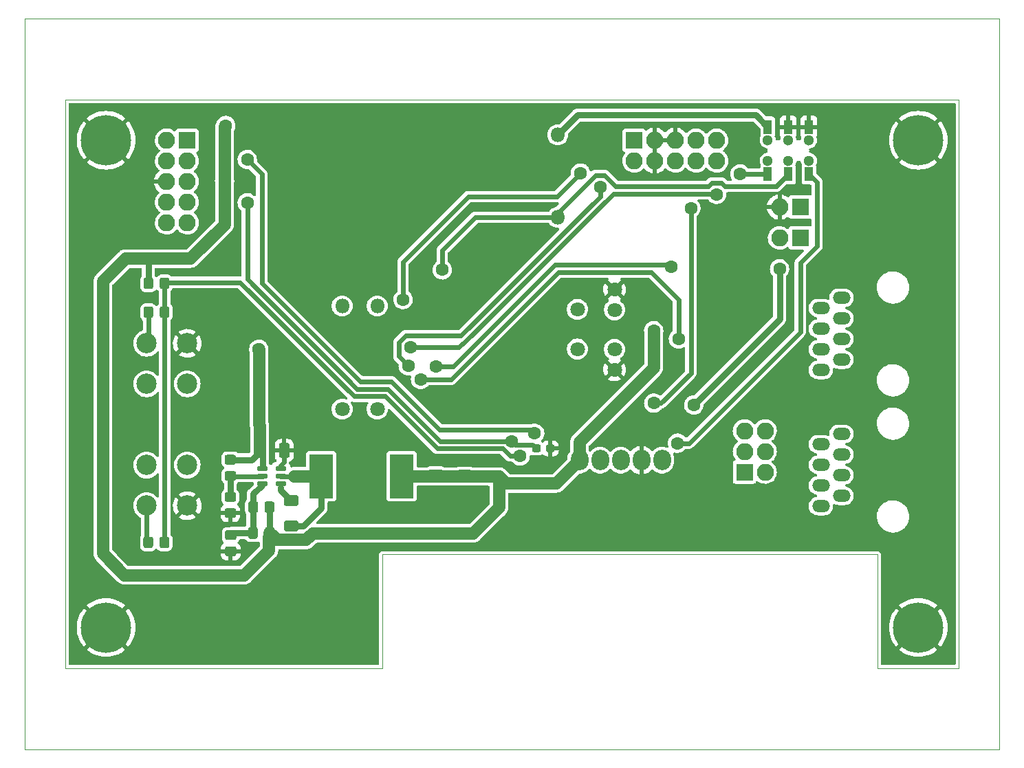
<source format=gbr>
%TF.GenerationSoftware,KiCad,Pcbnew,6.0.6*%
%TF.CreationDate,2023-03-03T15:00:19+01:00*%
%TF.ProjectId,control,636f6e74-726f-46c2-9e6b-696361645f70,rev?*%
%TF.SameCoordinates,Original*%
%TF.FileFunction,Copper,L2,Bot*%
%TF.FilePolarity,Positive*%
%FSLAX46Y46*%
G04 Gerber Fmt 4.6, Leading zero omitted, Abs format (unit mm)*
G04 Created by KiCad (PCBNEW 6.0.6) date 2023-03-03 15:00:19*
%MOMM*%
%LPD*%
G01*
G04 APERTURE LIST*
%TA.AperFunction,Profile*%
%ADD10C,0.100000*%
%TD*%
%TA.AperFunction,ComponentPad*%
%ADD11C,6.200000*%
%TD*%
%TA.AperFunction,ComponentPad*%
%ADD12O,1.800000X1.800000*%
%TD*%
%TA.AperFunction,ComponentPad*%
%ADD13C,2.500000*%
%TD*%
%TA.AperFunction,ComponentPad*%
%ADD14R,2.100000X2.100000*%
%TD*%
%TA.AperFunction,ComponentPad*%
%ADD15O,2.100000X2.100000*%
%TD*%
%TA.AperFunction,ComponentPad*%
%ADD16O,2.200000X1.500000*%
%TD*%
%TA.AperFunction,ComponentPad*%
%ADD17C,1.800000*%
%TD*%
%TA.AperFunction,ComponentPad*%
%ADD18O,2.200000X2.500000*%
%TD*%
%TA.AperFunction,SMDPad,CuDef*%
%ADD19R,2.900000X5.400000*%
%TD*%
%TA.AperFunction,WasherPad*%
%ADD20C,1.300000*%
%TD*%
%TA.AperFunction,SMDPad,CuDef*%
%ADD21R,1.020000X1.780000*%
%TD*%
%TA.AperFunction,ViaPad*%
%ADD22C,1.600000*%
%TD*%
%TA.AperFunction,Conductor*%
%ADD23C,0.600000*%
%TD*%
%TA.AperFunction,Conductor*%
%ADD24C,1.500000*%
%TD*%
%TA.AperFunction,Conductor*%
%ADD25C,0.800000*%
%TD*%
G04 APERTURE END LIST*
D10*
X45000000Y-70000000D02*
X165000000Y-70000000D01*
X165000000Y-70000000D02*
X165000000Y-160000000D01*
X165000000Y-160000000D02*
X45000000Y-160000000D01*
X45000000Y-160000000D02*
X45000000Y-70000000D01*
X160000000Y-150000000D02*
X150000000Y-150000000D01*
X150000000Y-136000000D01*
X89000000Y-136000000D01*
X89000000Y-150000000D01*
X50000000Y-150000000D01*
X50000000Y-80000000D01*
X160000000Y-80000000D01*
X160000000Y-150000000D01*
D11*
%TO.P,H3,1,1*%
%TO.N,GND*%
X155000000Y-145000000D03*
%TD*%
D12*
%TO.P,R11,1*%
%TO.N,SDA*%
X110617000Y-94488000D03*
%TO.P,R11,2*%
%TO.N,+5V*%
X110617000Y-84328000D03*
%TD*%
D13*
%TO.P,SW2,1,1*%
%TO.N,Net-(R16-Pad2)*%
X60000000Y-110000000D03*
%TO.P,SW2,2,2*%
%TO.N,GND*%
X65000000Y-110000000D03*
%TO.P,SW2,3,3*%
%TO.N,unconnected-(SW2-Pad3)*%
X60000000Y-115000000D03*
%TO.P,SW2,4,4*%
%TO.N,unconnected-(SW2-Pad4)*%
X65000000Y-115000000D03*
%TD*%
D11*
%TO.P,H2,1,1*%
%TO.N,GND*%
X55000000Y-85000000D03*
%TD*%
%TO.P,H1,1,1*%
%TO.N,GND*%
X55000000Y-145000000D03*
%TD*%
D13*
%TO.P,SW1,1,1*%
%TO.N,unconnected-(SW1-Pad1)*%
X60000000Y-125000000D03*
%TO.P,SW1,2,2*%
%TO.N,unconnected-(SW1-Pad2)*%
X65000000Y-125000000D03*
%TO.P,SW1,3,3*%
%TO.N,Net-(R15-Pad2)*%
X60000000Y-130000000D03*
%TO.P,SW1,4,4*%
%TO.N,GND*%
X65000000Y-130000000D03*
%TD*%
D11*
%TO.P,H4,1,1*%
%TO.N,GND*%
X155000000Y-85000000D03*
%TD*%
%TO.P,C4,1*%
%TO.N,GND*%
%TA.AperFunction,SMDPad,CuDef*%
G36*
G01*
X77613000Y-122540000D02*
X77613000Y-123840000D01*
G75*
G02*
X77363000Y-124090000I-250000J0D01*
G01*
X76538000Y-124090000D01*
G75*
G02*
X76288000Y-123840000I0J250000D01*
G01*
X76288000Y-122540000D01*
G75*
G02*
X76538000Y-122290000I250000J0D01*
G01*
X77363000Y-122290000D01*
G75*
G02*
X77613000Y-122540000I0J-250000D01*
G01*
G37*
%TD.AperFunction*%
%TO.P,C4,2*%
%TO.N,Net-(C2-Pad1)*%
%TA.AperFunction,SMDPad,CuDef*%
G36*
G01*
X74488000Y-122540000D02*
X74488000Y-123840000D01*
G75*
G02*
X74238000Y-124090000I-250000J0D01*
G01*
X73413000Y-124090000D01*
G75*
G02*
X73163000Y-123840000I0J250000D01*
G01*
X73163000Y-122540000D01*
G75*
G02*
X73413000Y-122290000I250000J0D01*
G01*
X74238000Y-122290000D01*
G75*
G02*
X74488000Y-122540000I0J-250000D01*
G01*
G37*
%TD.AperFunction*%
%TD*%
D14*
%TO.P,J4,1,Pin_1*%
%TO.N,+5V*%
X120000000Y-85000000D03*
D15*
%TO.P,J4,2,Pin_2*%
%TO.N,TH*%
X120000000Y-87540000D03*
%TO.P,J4,3,Pin_3*%
%TO.N,GND*%
X122540000Y-85000000D03*
%TO.P,J4,4,Pin_4*%
X122540000Y-87540000D03*
%TO.P,J4,5,Pin_5*%
X125080000Y-85000000D03*
%TO.P,J4,6,Pin_6*%
%TO.N,AL2*%
X125080000Y-87540000D03*
%TO.P,J4,7,Pin_7*%
%TO.N,SDA*%
X127620000Y-85000000D03*
%TO.P,J4,8,Pin_8*%
%TO.N,/~{PAC_DOWN}*%
X127620000Y-87540000D03*
%TO.P,J4,9,Pin_9*%
%TO.N,SCL*%
X130160000Y-85000000D03*
%TO.P,J4,10,Pin_10*%
%TO.N,AL1*%
X130160000Y-87540000D03*
%TD*%
D16*
%TO.P,J8,1*%
%TO.N,/CANH*%
X145542000Y-121158000D03*
%TO.P,J8,2*%
%TO.N,/CANL*%
X143002000Y-122428000D03*
%TO.P,J8,3*%
%TO.N,Net-(C15-Pad1)*%
X145542000Y-123698000D03*
%TO.P,J8,4*%
X143002000Y-124968000D03*
%TO.P,J8,5*%
%TO.N,/CANGND*%
X145542000Y-126238000D03*
%TO.P,J8,6*%
X143002000Y-127508000D03*
%TO.P,J8,7*%
%TO.N,Net-(J7-Pad7)*%
X145542000Y-128778000D03*
%TO.P,J8,8*%
%TO.N,Net-(J7-Pad8)*%
X143002000Y-130048000D03*
%TD*%
%TO.P,C10,1*%
%TO.N,+5V*%
%TA.AperFunction,SMDPad,CuDef*%
G36*
G01*
X75743000Y-132875000D02*
X75743000Y-133825000D01*
G75*
G02*
X75493000Y-134075000I-250000J0D01*
G01*
X74818000Y-134075000D01*
G75*
G02*
X74568000Y-133825000I0J250000D01*
G01*
X74568000Y-132875000D01*
G75*
G02*
X74818000Y-132625000I250000J0D01*
G01*
X75493000Y-132625000D01*
G75*
G02*
X75743000Y-132875000I0J-250000D01*
G01*
G37*
%TD.AperFunction*%
%TO.P,C10,2*%
%TO.N,Net-(C10-Pad2)*%
%TA.AperFunction,SMDPad,CuDef*%
G36*
G01*
X73668000Y-132875000D02*
X73668000Y-133825000D01*
G75*
G02*
X73418000Y-134075000I-250000J0D01*
G01*
X72743000Y-134075000D01*
G75*
G02*
X72493000Y-133825000I0J250000D01*
G01*
X72493000Y-132875000D01*
G75*
G02*
X72743000Y-132625000I250000J0D01*
G01*
X73418000Y-132625000D01*
G75*
G02*
X73668000Y-132875000I0J-250000D01*
G01*
G37*
%TD.AperFunction*%
%TD*%
%TO.P,J7,1*%
%TO.N,/CANH*%
X145542000Y-104394000D03*
%TO.P,J7,2*%
%TO.N,/CANL*%
X143002000Y-105664000D03*
%TO.P,J7,3*%
%TO.N,Net-(C15-Pad1)*%
X145542000Y-106934000D03*
%TO.P,J7,4*%
X143002000Y-108204000D03*
%TO.P,J7,5*%
%TO.N,/CANGND*%
X145542000Y-109474000D03*
%TO.P,J7,6*%
X143002000Y-110744000D03*
%TO.P,J7,7*%
%TO.N,Net-(J7-Pad7)*%
X145542000Y-112014000D03*
%TO.P,J7,8*%
%TO.N,Net-(J7-Pad8)*%
X143002000Y-113284000D03*
%TD*%
%TO.P,R14,1*%
%TO.N,+5V*%
%TA.AperFunction,SMDPad,CuDef*%
G36*
G01*
X59614000Y-103066000D02*
X59614000Y-102166000D01*
G75*
G02*
X59864000Y-101916000I250000J0D01*
G01*
X60564000Y-101916000D01*
G75*
G02*
X60814000Y-102166000I0J-250000D01*
G01*
X60814000Y-103066000D01*
G75*
G02*
X60564000Y-103316000I-250000J0D01*
G01*
X59864000Y-103316000D01*
G75*
G02*
X59614000Y-103066000I0J250000D01*
G01*
G37*
%TD.AperFunction*%
%TO.P,R14,2*%
%TO.N,BTN_IN*%
%TA.AperFunction,SMDPad,CuDef*%
G36*
G01*
X61614000Y-103066000D02*
X61614000Y-102166000D01*
G75*
G02*
X61864000Y-101916000I250000J0D01*
G01*
X62564000Y-101916000D01*
G75*
G02*
X62814000Y-102166000I0J-250000D01*
G01*
X62814000Y-103066000D01*
G75*
G02*
X62564000Y-103316000I-250000J0D01*
G01*
X61864000Y-103316000D01*
G75*
G02*
X61614000Y-103066000I0J250000D01*
G01*
G37*
%TD.AperFunction*%
%TD*%
%TO.P,C11,1*%
%TO.N,GND*%
%TA.AperFunction,SMDPad,CuDef*%
G36*
G01*
X99787000Y-130025500D02*
X98487000Y-130025500D01*
G75*
G02*
X98237000Y-129775500I0J250000D01*
G01*
X98237000Y-128950500D01*
G75*
G02*
X98487000Y-128700500I250000J0D01*
G01*
X99787000Y-128700500D01*
G75*
G02*
X100037000Y-128950500I0J-250000D01*
G01*
X100037000Y-129775500D01*
G75*
G02*
X99787000Y-130025500I-250000J0D01*
G01*
G37*
%TD.AperFunction*%
%TO.P,C11,2*%
%TO.N,+5V*%
%TA.AperFunction,SMDPad,CuDef*%
G36*
G01*
X99787000Y-126900500D02*
X98487000Y-126900500D01*
G75*
G02*
X98237000Y-126650500I0J250000D01*
G01*
X98237000Y-125825500D01*
G75*
G02*
X98487000Y-125575500I250000J0D01*
G01*
X99787000Y-125575500D01*
G75*
G02*
X100037000Y-125825500I0J-250000D01*
G01*
X100037000Y-126650500D01*
G75*
G02*
X99787000Y-126900500I-250000J0D01*
G01*
G37*
%TD.AperFunction*%
%TD*%
D17*
%TO.P,R8,1*%
%TO.N,/PWM*%
X84074000Y-118110000D03*
D12*
%TO.P,R8,2*%
%TO.N,Net-(R8-Pad2)*%
X84074000Y-105410000D03*
%TD*%
D14*
%TO.P,J9,1,Pin_1*%
%TO.N,Net-(J7-Pad8)*%
X133604000Y-125857000D03*
D15*
%TO.P,J9,2,Pin_2*%
%TO.N,Net-(J7-Pad7)*%
X136144000Y-125857000D03*
%TO.P,J9,3,Pin_3*%
%TO.N,/CANH*%
X133604000Y-123317000D03*
%TO.P,J9,4,Pin_4*%
%TO.N,/CANL*%
X136144000Y-123317000D03*
%TO.P,J9,5,Pin_5*%
%TO.N,Net-(J9-Pad5)*%
X133604000Y-120777000D03*
%TO.P,J9,6,Pin_6*%
%TO.N,Net-(J9-Pad6)*%
X136144000Y-120777000D03*
%TD*%
D17*
%TO.P,R9,1*%
%TO.N,/PWM*%
X88392000Y-118110000D03*
D12*
%TO.P,R9,2*%
%TO.N,Net-(R9-Pad2)*%
X88392000Y-105410000D03*
%TD*%
%TO.P,R6,1*%
%TO.N,Net-(C10-Pad2)*%
%TA.AperFunction,SMDPad,CuDef*%
G36*
G01*
X69896500Y-133020000D02*
X70796500Y-133020000D01*
G75*
G02*
X71046500Y-133270000I0J-250000D01*
G01*
X71046500Y-133970000D01*
G75*
G02*
X70796500Y-134220000I-250000J0D01*
G01*
X69896500Y-134220000D01*
G75*
G02*
X69646500Y-133970000I0J250000D01*
G01*
X69646500Y-133270000D01*
G75*
G02*
X69896500Y-133020000I250000J0D01*
G01*
G37*
%TD.AperFunction*%
%TO.P,R6,2*%
%TO.N,GND*%
%TA.AperFunction,SMDPad,CuDef*%
G36*
G01*
X69896500Y-135020000D02*
X70796500Y-135020000D01*
G75*
G02*
X71046500Y-135270000I0J-250000D01*
G01*
X71046500Y-135970000D01*
G75*
G02*
X70796500Y-136220000I-250000J0D01*
G01*
X69896500Y-136220000D01*
G75*
G02*
X69646500Y-135970000I0J250000D01*
G01*
X69646500Y-135270000D01*
G75*
G02*
X69896500Y-135020000I250000J0D01*
G01*
G37*
%TD.AperFunction*%
%TD*%
D18*
%TO.P,J1,1,Pin_1*%
%TO.N,+5V*%
X113289000Y-124403000D03*
%TO.P,J1,2,Pin_2*%
%TO.N,/PGD*%
X115829000Y-124403000D03*
%TO.P,J1,3,Pin_3*%
%TO.N,/PGC*%
X118369000Y-124403000D03*
%TO.P,J1,4,Pin_4*%
%TO.N,GND*%
X120909000Y-124403000D03*
%TO.P,J1,5,Pin_5*%
%TO.N,/MCLR*%
X123449000Y-124403000D03*
%TD*%
%TO.P,R2,1*%
%TO.N,Net-(R1-Pad2)*%
%TA.AperFunction,SMDPad,CuDef*%
G36*
G01*
X69858000Y-128321000D02*
X70758000Y-128321000D01*
G75*
G02*
X71008000Y-128571000I0J-250000D01*
G01*
X71008000Y-129271000D01*
G75*
G02*
X70758000Y-129521000I-250000J0D01*
G01*
X69858000Y-129521000D01*
G75*
G02*
X69608000Y-129271000I0J250000D01*
G01*
X69608000Y-128571000D01*
G75*
G02*
X69858000Y-128321000I250000J0D01*
G01*
G37*
%TD.AperFunction*%
%TO.P,R2,2*%
%TO.N,GND*%
%TA.AperFunction,SMDPad,CuDef*%
G36*
G01*
X69858000Y-130321000D02*
X70758000Y-130321000D01*
G75*
G02*
X71008000Y-130571000I0J-250000D01*
G01*
X71008000Y-131271000D01*
G75*
G02*
X70758000Y-131521000I-250000J0D01*
G01*
X69858000Y-131521000D01*
G75*
G02*
X69608000Y-131271000I0J250000D01*
G01*
X69608000Y-130571000D01*
G75*
G02*
X69858000Y-130321000I250000J0D01*
G01*
G37*
%TD.AperFunction*%
%TD*%
D14*
%TO.P,J2,1,Pin_1*%
%TO.N,/PWM_OK*%
X65000000Y-85000000D03*
D15*
%TO.P,J2,2,Pin_2*%
%TO.N,/PWM_OFF*%
X62460000Y-85000000D03*
%TO.P,J2,3,Pin_3*%
%TO.N,PWM_V*%
X65000000Y-87540000D03*
%TO.P,J2,4,Pin_4*%
%TO.N,/PWM*%
X62460000Y-87540000D03*
%TO.P,J2,5,Pin_5*%
%TO.N,+5V*%
X65000000Y-90080000D03*
%TO.P,J2,6,Pin_6*%
%TO.N,GND*%
X62460000Y-90080000D03*
%TO.P,J2,7,Pin_7*%
%TO.N,Solar_V*%
X65000000Y-92620000D03*
%TO.P,J2,8,Pin_8*%
%TO.N,BATT2_ON*%
X62460000Y-92620000D03*
%TO.P,J2,9,Pin_9*%
%TO.N,/SOLAR_PWR*%
X65000000Y-95160000D03*
%TO.P,J2,10,Pin_10*%
%TO.N,BATT1_ON*%
X62460000Y-95160000D03*
%TD*%
%TO.P,C5,1*%
%TO.N,Solar_V*%
%TA.AperFunction,SMDPad,CuDef*%
G36*
G01*
X107439000Y-123173500D02*
X107439000Y-122698500D01*
G75*
G02*
X107676500Y-122461000I237500J0D01*
G01*
X108276500Y-122461000D01*
G75*
G02*
X108514000Y-122698500I0J-237500D01*
G01*
X108514000Y-123173500D01*
G75*
G02*
X108276500Y-123411000I-237500J0D01*
G01*
X107676500Y-123411000D01*
G75*
G02*
X107439000Y-123173500I0J237500D01*
G01*
G37*
%TD.AperFunction*%
%TO.P,C5,2*%
%TO.N,GND*%
%TA.AperFunction,SMDPad,CuDef*%
G36*
G01*
X109164000Y-123173500D02*
X109164000Y-122698500D01*
G75*
G02*
X109401500Y-122461000I237500J0D01*
G01*
X110001500Y-122461000D01*
G75*
G02*
X110239000Y-122698500I0J-237500D01*
G01*
X110239000Y-123173500D01*
G75*
G02*
X110001500Y-123411000I-237500J0D01*
G01*
X109401500Y-123411000D01*
G75*
G02*
X109164000Y-123173500I0J237500D01*
G01*
G37*
%TD.AperFunction*%
%TD*%
%TO.P,R1,1*%
%TO.N,Net-(C2-Pad1)*%
%TA.AperFunction,SMDPad,CuDef*%
G36*
G01*
X69858000Y-123733000D02*
X70758000Y-123733000D01*
G75*
G02*
X71008000Y-123983000I0J-250000D01*
G01*
X71008000Y-124683000D01*
G75*
G02*
X70758000Y-124933000I-250000J0D01*
G01*
X69858000Y-124933000D01*
G75*
G02*
X69608000Y-124683000I0J250000D01*
G01*
X69608000Y-123983000D01*
G75*
G02*
X69858000Y-123733000I250000J0D01*
G01*
G37*
%TD.AperFunction*%
%TO.P,R1,2*%
%TO.N,Net-(R1-Pad2)*%
%TA.AperFunction,SMDPad,CuDef*%
G36*
G01*
X69858000Y-125733000D02*
X70758000Y-125733000D01*
G75*
G02*
X71008000Y-125983000I0J-250000D01*
G01*
X71008000Y-126683000D01*
G75*
G02*
X70758000Y-126933000I-250000J0D01*
G01*
X69858000Y-126933000D01*
G75*
G02*
X69608000Y-126683000I0J250000D01*
G01*
X69608000Y-125983000D01*
G75*
G02*
X69858000Y-125733000I250000J0D01*
G01*
G37*
%TD.AperFunction*%
%TD*%
%TO.P,R15,1*%
%TO.N,BTN_IN*%
%TA.AperFunction,SMDPad,CuDef*%
G36*
G01*
X62788600Y-134068400D02*
X62788600Y-134968400D01*
G75*
G02*
X62538600Y-135218400I-250000J0D01*
G01*
X61838600Y-135218400D01*
G75*
G02*
X61588600Y-134968400I0J250000D01*
G01*
X61588600Y-134068400D01*
G75*
G02*
X61838600Y-133818400I250000J0D01*
G01*
X62538600Y-133818400D01*
G75*
G02*
X62788600Y-134068400I0J-250000D01*
G01*
G37*
%TD.AperFunction*%
%TO.P,R15,2*%
%TO.N,Net-(R15-Pad2)*%
%TA.AperFunction,SMDPad,CuDef*%
G36*
G01*
X60788600Y-134068400D02*
X60788600Y-134968400D01*
G75*
G02*
X60538600Y-135218400I-250000J0D01*
G01*
X59838600Y-135218400D01*
G75*
G02*
X59588600Y-134968400I0J250000D01*
G01*
X59588600Y-134068400D01*
G75*
G02*
X59838600Y-133818400I250000J0D01*
G01*
X60538600Y-133818400D01*
G75*
G02*
X60788600Y-134068400I0J-250000D01*
G01*
G37*
%TD.AperFunction*%
%TD*%
%TO.P,C9,1*%
%TO.N,Net-(C9-Pad1)*%
%TA.AperFunction,SMDPad,CuDef*%
G36*
G01*
X78451000Y-133162000D02*
X77151000Y-133162000D01*
G75*
G02*
X76901000Y-132912000I0J250000D01*
G01*
X76901000Y-132087000D01*
G75*
G02*
X77151000Y-131837000I250000J0D01*
G01*
X78451000Y-131837000D01*
G75*
G02*
X78701000Y-132087000I0J-250000D01*
G01*
X78701000Y-132912000D01*
G75*
G02*
X78451000Y-133162000I-250000J0D01*
G01*
G37*
%TD.AperFunction*%
%TO.P,C9,2*%
%TO.N,Net-(C9-Pad2)*%
%TA.AperFunction,SMDPad,CuDef*%
G36*
G01*
X78451000Y-130037000D02*
X77151000Y-130037000D01*
G75*
G02*
X76901000Y-129787000I0J250000D01*
G01*
X76901000Y-128962000D01*
G75*
G02*
X77151000Y-128712000I250000J0D01*
G01*
X78451000Y-128712000D01*
G75*
G02*
X78701000Y-128962000I0J-250000D01*
G01*
X78701000Y-129787000D01*
G75*
G02*
X78451000Y-130037000I-250000J0D01*
G01*
G37*
%TD.AperFunction*%
%TD*%
%TO.P,R5,1*%
%TO.N,+5V*%
%TA.AperFunction,SMDPad,CuDef*%
G36*
G01*
X75718000Y-129725000D02*
X75718000Y-130625000D01*
G75*
G02*
X75468000Y-130875000I-250000J0D01*
G01*
X74768000Y-130875000D01*
G75*
G02*
X74518000Y-130625000I0J250000D01*
G01*
X74518000Y-129725000D01*
G75*
G02*
X74768000Y-129475000I250000J0D01*
G01*
X75468000Y-129475000D01*
G75*
G02*
X75718000Y-129725000I0J-250000D01*
G01*
G37*
%TD.AperFunction*%
%TO.P,R5,2*%
%TO.N,Net-(C10-Pad2)*%
%TA.AperFunction,SMDPad,CuDef*%
G36*
G01*
X73718000Y-129725000D02*
X73718000Y-130625000D01*
G75*
G02*
X73468000Y-130875000I-250000J0D01*
G01*
X72768000Y-130875000D01*
G75*
G02*
X72518000Y-130625000I0J250000D01*
G01*
X72518000Y-129725000D01*
G75*
G02*
X72768000Y-129475000I250000J0D01*
G01*
X73468000Y-129475000D01*
G75*
G02*
X73718000Y-129725000I0J-250000D01*
G01*
G37*
%TD.AperFunction*%
%TD*%
D14*
%TO.P,J6,1,Pin_1*%
%TO.N,/CANGND*%
X140462000Y-93218000D03*
D15*
%TO.P,J6,2,Pin_2*%
%TO.N,GND*%
X137922000Y-93218000D03*
%TD*%
%TO.P,R16,1*%
%TO.N,BTN_IN*%
%TA.AperFunction,SMDPad,CuDef*%
G36*
G01*
X62814000Y-105722000D02*
X62814000Y-106622000D01*
G75*
G02*
X62564000Y-106872000I-250000J0D01*
G01*
X61864000Y-106872000D01*
G75*
G02*
X61614000Y-106622000I0J250000D01*
G01*
X61614000Y-105722000D01*
G75*
G02*
X61864000Y-105472000I250000J0D01*
G01*
X62564000Y-105472000D01*
G75*
G02*
X62814000Y-105722000I0J-250000D01*
G01*
G37*
%TD.AperFunction*%
%TO.P,R16,2*%
%TO.N,Net-(R16-Pad2)*%
%TA.AperFunction,SMDPad,CuDef*%
G36*
G01*
X60814000Y-105722000D02*
X60814000Y-106622000D01*
G75*
G02*
X60564000Y-106872000I-250000J0D01*
G01*
X59864000Y-106872000D01*
G75*
G02*
X59614000Y-106622000I0J250000D01*
G01*
X59614000Y-105722000D01*
G75*
G02*
X59864000Y-105472000I250000J0D01*
G01*
X60564000Y-105472000D01*
G75*
G02*
X60814000Y-105722000I0J-250000D01*
G01*
G37*
%TD.AperFunction*%
%TD*%
%TO.P,U2,1,FB*%
%TO.N,Net-(C10-Pad2)*%
%TA.AperFunction,SMDPad,CuDef*%
G36*
G01*
X73588000Y-127465000D02*
X73588000Y-127165000D01*
G75*
G02*
X73738000Y-127015000I150000J0D01*
G01*
X74763000Y-127015000D01*
G75*
G02*
X74913000Y-127165000I0J-150000D01*
G01*
X74913000Y-127465000D01*
G75*
G02*
X74763000Y-127615000I-150000J0D01*
G01*
X73738000Y-127615000D01*
G75*
G02*
X73588000Y-127465000I0J150000D01*
G01*
G37*
%TD.AperFunction*%
%TO.P,U2,2,EN*%
%TO.N,Net-(R1-Pad2)*%
%TA.AperFunction,SMDPad,CuDef*%
G36*
G01*
X73588000Y-126515000D02*
X73588000Y-126215000D01*
G75*
G02*
X73738000Y-126065000I150000J0D01*
G01*
X74763000Y-126065000D01*
G75*
G02*
X74913000Y-126215000I0J-150000D01*
G01*
X74913000Y-126515000D01*
G75*
G02*
X74763000Y-126665000I-150000J0D01*
G01*
X73738000Y-126665000D01*
G75*
G02*
X73588000Y-126515000I0J150000D01*
G01*
G37*
%TD.AperFunction*%
%TO.P,U2,3,IN*%
%TO.N,Net-(C2-Pad1)*%
%TA.AperFunction,SMDPad,CuDef*%
G36*
G01*
X73588000Y-125565000D02*
X73588000Y-125265000D01*
G75*
G02*
X73738000Y-125115000I150000J0D01*
G01*
X74763000Y-125115000D01*
G75*
G02*
X74913000Y-125265000I0J-150000D01*
G01*
X74913000Y-125565000D01*
G75*
G02*
X74763000Y-125715000I-150000J0D01*
G01*
X73738000Y-125715000D01*
G75*
G02*
X73588000Y-125565000I0J150000D01*
G01*
G37*
%TD.AperFunction*%
%TO.P,U2,4,GND*%
%TO.N,GND*%
%TA.AperFunction,SMDPad,CuDef*%
G36*
G01*
X75863000Y-125565000D02*
X75863000Y-125265000D01*
G75*
G02*
X76013000Y-125115000I150000J0D01*
G01*
X77038000Y-125115000D01*
G75*
G02*
X77188000Y-125265000I0J-150000D01*
G01*
X77188000Y-125565000D01*
G75*
G02*
X77038000Y-125715000I-150000J0D01*
G01*
X76013000Y-125715000D01*
G75*
G02*
X75863000Y-125565000I0J150000D01*
G01*
G37*
%TD.AperFunction*%
%TO.P,U2,5,SW*%
%TO.N,Net-(C9-Pad1)*%
%TA.AperFunction,SMDPad,CuDef*%
G36*
G01*
X75863000Y-126515000D02*
X75863000Y-126215000D01*
G75*
G02*
X76013000Y-126065000I150000J0D01*
G01*
X77038000Y-126065000D01*
G75*
G02*
X77188000Y-126215000I0J-150000D01*
G01*
X77188000Y-126515000D01*
G75*
G02*
X77038000Y-126665000I-150000J0D01*
G01*
X76013000Y-126665000D01*
G75*
G02*
X75863000Y-126515000I0J150000D01*
G01*
G37*
%TD.AperFunction*%
%TO.P,U2,6,BST*%
%TO.N,Net-(C9-Pad2)*%
%TA.AperFunction,SMDPad,CuDef*%
G36*
G01*
X75863000Y-127465000D02*
X75863000Y-127165000D01*
G75*
G02*
X76013000Y-127015000I150000J0D01*
G01*
X77038000Y-127015000D01*
G75*
G02*
X77188000Y-127165000I0J-150000D01*
G01*
X77188000Y-127465000D01*
G75*
G02*
X77038000Y-127615000I-150000J0D01*
G01*
X76013000Y-127615000D01*
G75*
G02*
X75863000Y-127465000I0J150000D01*
G01*
G37*
%TD.AperFunction*%
%TD*%
D19*
%TO.P,L1,1*%
%TO.N,Net-(C9-Pad1)*%
X81487000Y-126365000D03*
%TO.P,L1,2*%
%TO.N,+5V*%
X91387000Y-126365000D03*
%TD*%
D17*
%TO.P,Y1,1,1*%
%TO.N,Net-(C6-Pad1)*%
X113030000Y-110719500D03*
%TO.P,Y1,2,2*%
%TO.N,Net-(C7-Pad1)*%
X113030000Y-105819500D03*
%TD*%
%TO.P,C3,1*%
%TO.N,Net-(C2-Pad1)*%
%TA.AperFunction,SMDPad,CuDef*%
G36*
G01*
X73163000Y-117490000D02*
X73163000Y-116190000D01*
G75*
G02*
X73413000Y-115940000I250000J0D01*
G01*
X74238000Y-115940000D01*
G75*
G02*
X74488000Y-116190000I0J-250000D01*
G01*
X74488000Y-117490000D01*
G75*
G02*
X74238000Y-117740000I-250000J0D01*
G01*
X73413000Y-117740000D01*
G75*
G02*
X73163000Y-117490000I0J250000D01*
G01*
G37*
%TD.AperFunction*%
%TO.P,C3,2*%
%TO.N,GND*%
%TA.AperFunction,SMDPad,CuDef*%
G36*
G01*
X76288000Y-117490000D02*
X76288000Y-116190000D01*
G75*
G02*
X76538000Y-115940000I250000J0D01*
G01*
X77363000Y-115940000D01*
G75*
G02*
X77613000Y-116190000I0J-250000D01*
G01*
X77613000Y-117490000D01*
G75*
G02*
X77363000Y-117740000I-250000J0D01*
G01*
X76538000Y-117740000D01*
G75*
G02*
X76288000Y-117490000I0J250000D01*
G01*
G37*
%TD.AperFunction*%
%TD*%
%TO.P,C13,1*%
%TO.N,GND*%
%TA.AperFunction,SMDPad,CuDef*%
G36*
G01*
X96231000Y-129987000D02*
X94931000Y-129987000D01*
G75*
G02*
X94681000Y-129737000I0J250000D01*
G01*
X94681000Y-128912000D01*
G75*
G02*
X94931000Y-128662000I250000J0D01*
G01*
X96231000Y-128662000D01*
G75*
G02*
X96481000Y-128912000I0J-250000D01*
G01*
X96481000Y-129737000D01*
G75*
G02*
X96231000Y-129987000I-250000J0D01*
G01*
G37*
%TD.AperFunction*%
%TO.P,C13,2*%
%TO.N,+5V*%
%TA.AperFunction,SMDPad,CuDef*%
G36*
G01*
X96231000Y-126862000D02*
X94931000Y-126862000D01*
G75*
G02*
X94681000Y-126612000I0J250000D01*
G01*
X94681000Y-125787000D01*
G75*
G02*
X94931000Y-125537000I250000J0D01*
G01*
X96231000Y-125537000D01*
G75*
G02*
X96481000Y-125787000I0J-250000D01*
G01*
X96481000Y-126612000D01*
G75*
G02*
X96231000Y-126862000I-250000J0D01*
G01*
G37*
%TD.AperFunction*%
%TD*%
D14*
%TO.P,J5,1,Pin_1*%
%TO.N,/+12CAN*%
X140462000Y-97028000D03*
D15*
%TO.P,J5,2,Pin_2*%
%TO.N,/CAN_PWR*%
X137922000Y-97028000D03*
%TD*%
D17*
%TO.P,C6,1*%
%TO.N,Net-(C6-Pad1)*%
X117602000Y-110739500D03*
%TO.P,C6,2*%
%TO.N,GND*%
X117602000Y-113239500D03*
%TD*%
%TO.P,C2,1*%
%TO.N,Net-(C2-Pad1)*%
%TA.AperFunction,SMDPad,CuDef*%
G36*
G01*
X73163000Y-120665000D02*
X73163000Y-119365000D01*
G75*
G02*
X73413000Y-119115000I250000J0D01*
G01*
X74238000Y-119115000D01*
G75*
G02*
X74488000Y-119365000I0J-250000D01*
G01*
X74488000Y-120665000D01*
G75*
G02*
X74238000Y-120915000I-250000J0D01*
G01*
X73413000Y-120915000D01*
G75*
G02*
X73163000Y-120665000I0J250000D01*
G01*
G37*
%TD.AperFunction*%
%TO.P,C2,2*%
%TO.N,GND*%
%TA.AperFunction,SMDPad,CuDef*%
G36*
G01*
X76288000Y-120665000D02*
X76288000Y-119365000D01*
G75*
G02*
X76538000Y-119115000I250000J0D01*
G01*
X77363000Y-119115000D01*
G75*
G02*
X77613000Y-119365000I0J-250000D01*
G01*
X77613000Y-120665000D01*
G75*
G02*
X77363000Y-120915000I-250000J0D01*
G01*
X76538000Y-120915000D01*
G75*
G02*
X76288000Y-120665000I0J250000D01*
G01*
G37*
%TD.AperFunction*%
%TD*%
D20*
%TO.P,J3,*%
%TO.N,*%
X141540000Y-85000000D03*
X139000000Y-87540000D03*
X136460000Y-85000000D03*
X139000000Y-85000000D03*
X141540000Y-87540000D03*
X136460000Y-87540000D03*
D21*
%TO.P,J3,1,Pin_1*%
%TO.N,+5V*%
X136460000Y-83360000D03*
%TO.P,J3,2,Pin_2*%
%TO.N,GND*%
X139000000Y-83360000D03*
%TO.P,J3,3,Pin_3*%
X141540000Y-83360000D03*
%TO.P,J3,4,Pin_4*%
%TO.N,SCL*%
X136460000Y-89180000D03*
%TO.P,J3,5,Pin_5*%
%TO.N,SDA*%
X139000000Y-89180000D03*
%TO.P,J3,6,Pin_6*%
%TO.N,~{RST_DISP}*%
X141540000Y-89180000D03*
%TD*%
D17*
%TO.P,C7,1*%
%TO.N,Net-(C7-Pad1)*%
X117602000Y-105873500D03*
%TO.P,C7,2*%
%TO.N,GND*%
X117602000Y-103373500D03*
%TD*%
D22*
%TO.N,GND*%
X145923000Y-83185000D03*
X92075000Y-107061000D03*
X86995000Y-89789000D03*
X130683000Y-100203000D03*
X53086000Y-92202000D03*
X97155000Y-131318000D03*
X58420000Y-92202000D03*
X134366000Y-93218000D03*
X68707000Y-120396000D03*
%TO.N,Net-(C2-Pad1)*%
X73812400Y-110744000D03*
%TO.N,+5V*%
X69596000Y-90043000D03*
X69723000Y-83185000D03*
X122428000Y-108458000D03*
%TO.N,/+12CAN*%
X137922000Y-100838000D03*
X127355600Y-117602000D03*
%TO.N,SCL*%
X133056500Y-89154000D03*
%TO.N,SDA*%
X96393000Y-100958698D03*
%TO.N,~{RST_DISP}*%
X125349000Y-122301000D03*
%TO.N,BTN_IN*%
X105984882Y-123877500D03*
%TO.N,PWM_V*%
X72390000Y-87376000D03*
X107772634Y-121083469D03*
%TO.N,/~{PAC_DOWN}*%
X113411000Y-89039500D03*
X91567000Y-104608500D03*
%TO.N,TH*%
X127000000Y-93348500D03*
X122428000Y-117369000D03*
%TO.N,/CANTX*%
X95631000Y-112854028D03*
X124587000Y-100584000D03*
%TO.N,/CANRX*%
X93726000Y-114442000D03*
X125476000Y-109474000D03*
%TO.N,Solar_V*%
X72390000Y-92710000D03*
X104902000Y-122047000D03*
%TO.N,AL2*%
X92202000Y-112776000D03*
X115824000Y-90757500D03*
%TO.N,AL1*%
X92456000Y-110490000D03*
X130175000Y-91654500D03*
%TD*%
D23*
%TO.N,GND*%
X76525500Y-125415000D02*
X76525500Y-125048900D01*
X76950500Y-124623900D02*
X76950500Y-123190000D01*
X76525500Y-125048900D02*
X76950500Y-124623900D01*
D24*
%TO.N,Net-(C2-Pad1)*%
X73812400Y-110744000D02*
X73825500Y-110757100D01*
D23*
X74250500Y-125415000D02*
X74250500Y-125012500D01*
D24*
X73914000Y-123317000D02*
X73914000Y-120103500D01*
D25*
X74250500Y-125012500D02*
X74250500Y-123290000D01*
D24*
X73825500Y-120015000D02*
X73825500Y-116840000D01*
D25*
X72898000Y-124333000D02*
X70308000Y-124333000D01*
D24*
X73914000Y-120103500D02*
X73825500Y-120015000D01*
D25*
X73914000Y-123317000D02*
X72898000Y-124333000D01*
D24*
X73825500Y-110757100D02*
X73825500Y-116840000D01*
%TO.N,+5V*%
X69596000Y-90043000D02*
X69596000Y-83312000D01*
X57404000Y-99568000D02*
X60198000Y-99568000D01*
D25*
X60214000Y-102616000D02*
X60214000Y-99584000D01*
D24*
X113289000Y-124403000D02*
X110438000Y-127254000D01*
X75057000Y-133897198D02*
X75057000Y-135509000D01*
D25*
X75155500Y-133350000D02*
X75155500Y-130212500D01*
D24*
X100190700Y-133400800D02*
X103378000Y-130213500D01*
X72009000Y-138557000D02*
X57277000Y-138557000D01*
X57277000Y-138557000D02*
X54610000Y-135890000D01*
X99137000Y-126403500D02*
X103378000Y-126403500D01*
X110438000Y-127254000D02*
X104228500Y-127254000D01*
X69596000Y-95377000D02*
X65405000Y-99568000D01*
X60214000Y-99584000D02*
X60198000Y-99568000D01*
X54610000Y-135890000D02*
X54610000Y-102362000D01*
X69596000Y-90043000D02*
X69596000Y-95377000D01*
X80449952Y-133400800D02*
X100190700Y-133400800D01*
X95581000Y-126403500D02*
X91425500Y-126403500D01*
X65405000Y-99568000D02*
X60198000Y-99568000D01*
X69596000Y-83312000D02*
X69723000Y-83185000D01*
X75155500Y-133350000D02*
X75155500Y-133798698D01*
X104228500Y-127254000D02*
X103378000Y-126403500D01*
D25*
X135009000Y-81909000D02*
X113036000Y-81909000D01*
D24*
X103378000Y-130213500D02*
X103378000Y-126403500D01*
X75155500Y-133350000D02*
X76027500Y-134222000D01*
X122428000Y-113030000D02*
X113289000Y-122169000D01*
X75155500Y-133798698D02*
X75057000Y-133897198D01*
X54610000Y-102362000D02*
X57404000Y-99568000D01*
D25*
X136460000Y-83360000D02*
X135009000Y-81909000D01*
D24*
X75057000Y-135509000D02*
X72009000Y-138557000D01*
X122428000Y-108458000D02*
X122428000Y-113030000D01*
D25*
X113036000Y-81909000D02*
X110617000Y-84328000D01*
D24*
X99137000Y-126403500D02*
X95581000Y-126403500D01*
X79628752Y-134222000D02*
X80449952Y-133400800D01*
X113289000Y-122169000D02*
X113289000Y-123983273D01*
X76027500Y-134222000D02*
X79628752Y-134222000D01*
D25*
%TO.N,Net-(C9-Pad2)*%
X76525500Y-127762000D02*
X76525500Y-128099000D01*
D23*
X76525500Y-127315000D02*
X76525500Y-127762000D01*
D25*
X76525500Y-128099000D02*
X77801000Y-129374500D01*
%TO.N,/+12CAN*%
X137922000Y-107035600D02*
X137922000Y-100838000D01*
X127355600Y-117602000D02*
X137922000Y-107035600D01*
D23*
%TO.N,SCL*%
X133056500Y-89154000D02*
X133082500Y-89180000D01*
X133082500Y-89180000D02*
X136460000Y-89180000D01*
%TO.N,SDA*%
X96393000Y-100958698D02*
X96393000Y-98552000D01*
X129590958Y-90244500D02*
X130759042Y-90244500D01*
X129178458Y-90657000D02*
X129590958Y-90244500D01*
X110617000Y-93970458D02*
X115239958Y-89347500D01*
X137500000Y-90680000D02*
X139000000Y-89180000D01*
X130759042Y-90244500D02*
X131194542Y-90680000D01*
X100457000Y-94488000D02*
X110617000Y-94488000D01*
X131194542Y-90680000D02*
X137500000Y-90680000D01*
X116408042Y-89347500D02*
X117717542Y-90657000D01*
X96393000Y-98552000D02*
X100457000Y-94488000D01*
X117717542Y-90657000D02*
X129178458Y-90657000D01*
X115239958Y-89347500D02*
X116408042Y-89347500D01*
%TO.N,~{RST_DISP}*%
X142540000Y-98034000D02*
X142540000Y-90180000D01*
X126746000Y-122301000D02*
X140462000Y-108585000D01*
X142540000Y-90180000D02*
X141540000Y-89180000D01*
X125349000Y-122301000D02*
X126746000Y-122301000D01*
X140462000Y-100112000D02*
X142540000Y-98034000D01*
X140462000Y-108585000D02*
X140462000Y-100112000D01*
%TO.N,BTN_IN*%
X103817958Y-122957000D02*
X95764578Y-122957000D01*
X71486578Y-102489000D02*
X62341000Y-102489000D01*
X95764578Y-122957000D02*
X89335424Y-116527846D01*
X89335424Y-116527846D02*
X85525424Y-116527846D01*
X85525424Y-116527846D02*
X71486578Y-102489000D01*
X62214000Y-106172000D02*
X62214000Y-134493000D01*
X62214000Y-106172000D02*
X62214000Y-102616000D01*
X104738458Y-123877500D02*
X103817958Y-122957000D01*
X105984882Y-123877500D02*
X104738458Y-123877500D01*
%TO.N,Net-(R16-Pad2)*%
X60214000Y-106172000D02*
X60214000Y-109786000D01*
%TO.N,PWM_V*%
X86279292Y-114707846D02*
X74168000Y-102596554D01*
X107326165Y-120637000D02*
X96018446Y-120637000D01*
X90089292Y-114707846D02*
X86279292Y-114707846D01*
X74168000Y-89154000D02*
X72390000Y-87376000D01*
X74168000Y-102596554D02*
X74168000Y-89154000D01*
X96018446Y-120637000D02*
X90089292Y-114707846D01*
X107772634Y-121083469D02*
X107326165Y-120637000D01*
%TO.N,/~{PAC_DOWN}*%
X91567000Y-99949000D02*
X91567000Y-104608500D01*
X113411000Y-89039500D02*
X110502500Y-91948000D01*
X99568000Y-91948000D02*
X91567000Y-99949000D01*
X110502500Y-91948000D02*
X99568000Y-91948000D01*
%TO.N,TH*%
X127000000Y-113665000D02*
X123296000Y-117369000D01*
X123296000Y-117369000D02*
X122428000Y-117369000D01*
X127000000Y-93348500D02*
X127000000Y-113665000D01*
%TO.N,/CANTX*%
X95631000Y-112854028D02*
X97772960Y-112854028D01*
X97772960Y-112854028D02*
X98074494Y-112552494D01*
X110296988Y-100330000D02*
X98074494Y-112552494D01*
X124587000Y-100584000D02*
X124333000Y-100330000D01*
X97772460Y-112854528D02*
X98074494Y-112552494D01*
X124333000Y-100330000D02*
X110296988Y-100330000D01*
%TO.N,/CANRX*%
X125476000Y-104610042D02*
X125476000Y-109474000D01*
X110673922Y-101240000D02*
X122105958Y-101240000D01*
X93726000Y-114442000D02*
X97471922Y-114442000D01*
X97471922Y-114442000D02*
X110673922Y-101240000D01*
X122105958Y-101240000D02*
X125476000Y-104610042D01*
%TO.N,Solar_V*%
X85902358Y-115617846D02*
X89712358Y-115617846D01*
X89712358Y-115617846D02*
X96141512Y-122047000D01*
X72390000Y-92710000D02*
X72390000Y-102105488D01*
X96141512Y-122047000D02*
X104902000Y-122047000D01*
X107508500Y-122468000D02*
X107976500Y-122936000D01*
X105323000Y-122468000D02*
X107508500Y-122468000D01*
X72390000Y-102105488D02*
X85902358Y-115617846D01*
X104902000Y-122047000D02*
X105323000Y-122468000D01*
%TO.N,AL2*%
X115824000Y-90757500D02*
X115824000Y-91948000D01*
X91871958Y-109080000D02*
X91046000Y-109905958D01*
X91046000Y-109905958D02*
X91046000Y-111620000D01*
X98692000Y-109080000D02*
X91871958Y-109080000D01*
X91046000Y-111620000D02*
X92202000Y-112776000D01*
X115824000Y-91948000D02*
X98692000Y-109080000D01*
%TO.N,AL1*%
X98968934Y-110090000D02*
X98825000Y-110090000D01*
X98425000Y-110490000D02*
X92456000Y-110490000D01*
X98825000Y-110090000D02*
X98425000Y-110490000D01*
X130087500Y-91567000D02*
X117491934Y-91567000D01*
X130175000Y-91654500D02*
X130087500Y-91567000D01*
X117491934Y-91567000D02*
X98968934Y-110090000D01*
D25*
%TO.N,Net-(C9-Pad1)*%
X81487000Y-130299000D02*
X81487000Y-126365000D01*
D24*
X81487000Y-126365000D02*
X78220500Y-126365000D01*
D25*
X79286500Y-132499500D02*
X81487000Y-130299000D01*
D23*
X76525500Y-126365000D02*
X78220500Y-126365000D01*
D25*
X77801000Y-132499500D02*
X79286500Y-132499500D01*
D23*
%TO.N,Net-(C10-Pad2)*%
X74168000Y-127508000D02*
X74168000Y-127397500D01*
X74168000Y-127397500D02*
X74250500Y-127315000D01*
D25*
X73080500Y-133350000D02*
X73080500Y-130212500D01*
X70616500Y-133350000D02*
X70346500Y-133620000D01*
X73118000Y-128558000D02*
X74168000Y-127508000D01*
X73080500Y-133350000D02*
X70616500Y-133350000D01*
X73118000Y-130175000D02*
X73118000Y-128558000D01*
D23*
%TO.N,Net-(R1-Pad2)*%
X74250500Y-126365000D02*
X70340000Y-126365000D01*
D25*
X70308000Y-128921000D02*
X70308000Y-126333000D01*
D23*
%TO.N,Net-(R15-Pad2)*%
X60000000Y-130000000D02*
X60000000Y-134329800D01*
%TD*%
%TA.AperFunction,Conductor*%
%TO.N,GND*%
G36*
X159535000Y-80410462D02*
G01*
X159589538Y-80465000D01*
X159609500Y-80539500D01*
X159609500Y-149460500D01*
X159589538Y-149535000D01*
X159535000Y-149589538D01*
X159460500Y-149609500D01*
X150539500Y-149609500D01*
X150465000Y-149589538D01*
X150410462Y-149535000D01*
X150390500Y-149460500D01*
X150390500Y-147726022D01*
X152639052Y-147726022D01*
X152644199Y-147734938D01*
X152873329Y-147920484D01*
X152879636Y-147925066D01*
X153190247Y-148126779D01*
X153197003Y-148130680D01*
X153527011Y-148298827D01*
X153534120Y-148301992D01*
X153879889Y-148434721D01*
X153887308Y-148437131D01*
X154245061Y-148532990D01*
X154252670Y-148534608D01*
X154618499Y-148592550D01*
X154626234Y-148593363D01*
X154996107Y-148612747D01*
X155003893Y-148612747D01*
X155373766Y-148593363D01*
X155381501Y-148592550D01*
X155747330Y-148534608D01*
X155754939Y-148532990D01*
X156112692Y-148437131D01*
X156120111Y-148434721D01*
X156465880Y-148301992D01*
X156472989Y-148298827D01*
X156802997Y-148130680D01*
X156809753Y-148126779D01*
X157120364Y-147925066D01*
X157126671Y-147920484D01*
X157351569Y-147738365D01*
X157360981Y-147725410D01*
X157356794Y-147716005D01*
X155013871Y-145373081D01*
X155000000Y-145365073D01*
X154986129Y-145373081D01*
X152647060Y-147712151D01*
X152639052Y-147726022D01*
X150390500Y-147726022D01*
X150390500Y-145003893D01*
X151387253Y-145003893D01*
X151406637Y-145373766D01*
X151407450Y-145381501D01*
X151465392Y-145747330D01*
X151467010Y-145754939D01*
X151562869Y-146112692D01*
X151565279Y-146120111D01*
X151698008Y-146465880D01*
X151701173Y-146472989D01*
X151869320Y-146802996D01*
X151873221Y-146809752D01*
X152074934Y-147120364D01*
X152079516Y-147126671D01*
X152261635Y-147351569D01*
X152274590Y-147360981D01*
X152283995Y-147356794D01*
X154626919Y-145013871D01*
X154634927Y-145000000D01*
X155365073Y-145000000D01*
X155373081Y-145013871D01*
X157712151Y-147352940D01*
X157726022Y-147360948D01*
X157734938Y-147355801D01*
X157920484Y-147126671D01*
X157925066Y-147120364D01*
X158126779Y-146809752D01*
X158130680Y-146802996D01*
X158298827Y-146472989D01*
X158301992Y-146465880D01*
X158434721Y-146120111D01*
X158437131Y-146112692D01*
X158532990Y-145754939D01*
X158534608Y-145747330D01*
X158592550Y-145381501D01*
X158593363Y-145373766D01*
X158612747Y-145003893D01*
X158612747Y-144996107D01*
X158593363Y-144626234D01*
X158592550Y-144618499D01*
X158534608Y-144252670D01*
X158532990Y-144245061D01*
X158437131Y-143887308D01*
X158434721Y-143879889D01*
X158301992Y-143534120D01*
X158298827Y-143527011D01*
X158130680Y-143197004D01*
X158126779Y-143190248D01*
X157925066Y-142879636D01*
X157920484Y-142873329D01*
X157738365Y-142648431D01*
X157725410Y-142639019D01*
X157716005Y-142643206D01*
X155373081Y-144986129D01*
X155365073Y-145000000D01*
X154634927Y-145000000D01*
X154626919Y-144986129D01*
X152287849Y-142647060D01*
X152273978Y-142639052D01*
X152265062Y-142644199D01*
X152079516Y-142873329D01*
X152074934Y-142879636D01*
X151873221Y-143190248D01*
X151869320Y-143197004D01*
X151701173Y-143527011D01*
X151698008Y-143534120D01*
X151565279Y-143879889D01*
X151562869Y-143887308D01*
X151467010Y-144245061D01*
X151465392Y-144252670D01*
X151407450Y-144618499D01*
X151406637Y-144626234D01*
X151387253Y-144996107D01*
X151387253Y-145003893D01*
X150390500Y-145003893D01*
X150390500Y-142274590D01*
X152639019Y-142274590D01*
X152643206Y-142283995D01*
X154986129Y-144626919D01*
X155000000Y-144634927D01*
X155013871Y-144626919D01*
X157352940Y-142287849D01*
X157360948Y-142273978D01*
X157355801Y-142265062D01*
X157126671Y-142079516D01*
X157120364Y-142074934D01*
X156809753Y-141873221D01*
X156802997Y-141869320D01*
X156472989Y-141701173D01*
X156465880Y-141698008D01*
X156120111Y-141565279D01*
X156112692Y-141562869D01*
X155754939Y-141467010D01*
X155747330Y-141465392D01*
X155381501Y-141407450D01*
X155373766Y-141406637D01*
X155003893Y-141387253D01*
X154996107Y-141387253D01*
X154626234Y-141406637D01*
X154618499Y-141407450D01*
X154252670Y-141465392D01*
X154245061Y-141467010D01*
X153887308Y-141562869D01*
X153879889Y-141565279D01*
X153534120Y-141698008D01*
X153527011Y-141701173D01*
X153197004Y-141869320D01*
X153190248Y-141873221D01*
X152879636Y-142074934D01*
X152873329Y-142079516D01*
X152648431Y-142261635D01*
X152639019Y-142274590D01*
X150390500Y-142274590D01*
X150390500Y-136042465D01*
X150392334Y-136019156D01*
X150393534Y-136011581D01*
X150393534Y-136011579D01*
X150395368Y-136000000D01*
X150376017Y-135877825D01*
X150319859Y-135767609D01*
X150232391Y-135680141D01*
X150122175Y-135623983D01*
X150030735Y-135609500D01*
X150000000Y-135604632D01*
X149988421Y-135606466D01*
X149988419Y-135606466D01*
X149980844Y-135607666D01*
X149957535Y-135609500D01*
X89042465Y-135609500D01*
X89019156Y-135607666D01*
X89012678Y-135606640D01*
X89000000Y-135604632D01*
X88969265Y-135609500D01*
X88877825Y-135623983D01*
X88767609Y-135680141D01*
X88680141Y-135767609D01*
X88623983Y-135877825D01*
X88604632Y-136000000D01*
X88606466Y-136011579D01*
X88606466Y-136011581D01*
X88607666Y-136019156D01*
X88609500Y-136042465D01*
X88609500Y-149460500D01*
X88589538Y-149535000D01*
X88535000Y-149589538D01*
X88460500Y-149609500D01*
X50539500Y-149609500D01*
X50465000Y-149589538D01*
X50410462Y-149535000D01*
X50390500Y-149460500D01*
X50390500Y-147726022D01*
X52639052Y-147726022D01*
X52644199Y-147734938D01*
X52873329Y-147920484D01*
X52879636Y-147925066D01*
X53190247Y-148126779D01*
X53197003Y-148130680D01*
X53527011Y-148298827D01*
X53534120Y-148301992D01*
X53879889Y-148434721D01*
X53887308Y-148437131D01*
X54245061Y-148532990D01*
X54252670Y-148534608D01*
X54618499Y-148592550D01*
X54626234Y-148593363D01*
X54996107Y-148612747D01*
X55003893Y-148612747D01*
X55373766Y-148593363D01*
X55381501Y-148592550D01*
X55747330Y-148534608D01*
X55754939Y-148532990D01*
X56112692Y-148437131D01*
X56120111Y-148434721D01*
X56465880Y-148301992D01*
X56472989Y-148298827D01*
X56802997Y-148130680D01*
X56809753Y-148126779D01*
X57120364Y-147925066D01*
X57126671Y-147920484D01*
X57351569Y-147738365D01*
X57360981Y-147725410D01*
X57356794Y-147716005D01*
X55013871Y-145373081D01*
X55000000Y-145365073D01*
X54986129Y-145373081D01*
X52647060Y-147712151D01*
X52639052Y-147726022D01*
X50390500Y-147726022D01*
X50390500Y-145003893D01*
X51387253Y-145003893D01*
X51406637Y-145373766D01*
X51407450Y-145381501D01*
X51465392Y-145747330D01*
X51467010Y-145754939D01*
X51562869Y-146112692D01*
X51565279Y-146120111D01*
X51698008Y-146465880D01*
X51701173Y-146472989D01*
X51869320Y-146802996D01*
X51873221Y-146809752D01*
X52074934Y-147120364D01*
X52079516Y-147126671D01*
X52261635Y-147351569D01*
X52274590Y-147360981D01*
X52283995Y-147356794D01*
X54626919Y-145013871D01*
X54634927Y-145000000D01*
X55365073Y-145000000D01*
X55373081Y-145013871D01*
X57712151Y-147352940D01*
X57726022Y-147360948D01*
X57734938Y-147355801D01*
X57920484Y-147126671D01*
X57925066Y-147120364D01*
X58126779Y-146809752D01*
X58130680Y-146802996D01*
X58298827Y-146472989D01*
X58301992Y-146465880D01*
X58434721Y-146120111D01*
X58437131Y-146112692D01*
X58532990Y-145754939D01*
X58534608Y-145747330D01*
X58592550Y-145381501D01*
X58593363Y-145373766D01*
X58612747Y-145003893D01*
X58612747Y-144996107D01*
X58593363Y-144626234D01*
X58592550Y-144618499D01*
X58534608Y-144252670D01*
X58532990Y-144245061D01*
X58437131Y-143887308D01*
X58434721Y-143879889D01*
X58301992Y-143534120D01*
X58298827Y-143527011D01*
X58130680Y-143197004D01*
X58126779Y-143190248D01*
X57925066Y-142879636D01*
X57920484Y-142873329D01*
X57738365Y-142648431D01*
X57725410Y-142639019D01*
X57716005Y-142643206D01*
X55373081Y-144986129D01*
X55365073Y-145000000D01*
X54634927Y-145000000D01*
X54626919Y-144986129D01*
X52287849Y-142647060D01*
X52273978Y-142639052D01*
X52265062Y-142644199D01*
X52079516Y-142873329D01*
X52074934Y-142879636D01*
X51873221Y-143190248D01*
X51869320Y-143197004D01*
X51701173Y-143527011D01*
X51698008Y-143534120D01*
X51565279Y-143879889D01*
X51562869Y-143887308D01*
X51467010Y-144245061D01*
X51465392Y-144252670D01*
X51407450Y-144618499D01*
X51406637Y-144626234D01*
X51387253Y-144996107D01*
X51387253Y-145003893D01*
X50390500Y-145003893D01*
X50390500Y-142274590D01*
X52639019Y-142274590D01*
X52643206Y-142283995D01*
X54986129Y-144626919D01*
X55000000Y-144634927D01*
X55013871Y-144626919D01*
X57352940Y-142287849D01*
X57360948Y-142273978D01*
X57355801Y-142265062D01*
X57126671Y-142079516D01*
X57120364Y-142074934D01*
X56809753Y-141873221D01*
X56802997Y-141869320D01*
X56472989Y-141701173D01*
X56465880Y-141698008D01*
X56120111Y-141565279D01*
X56112692Y-141562869D01*
X55754939Y-141467010D01*
X55747330Y-141465392D01*
X55381501Y-141407450D01*
X55373766Y-141406637D01*
X55003893Y-141387253D01*
X54996107Y-141387253D01*
X54626234Y-141406637D01*
X54618499Y-141407450D01*
X54252670Y-141465392D01*
X54245061Y-141467010D01*
X53887308Y-141562869D01*
X53879889Y-141565279D01*
X53534120Y-141698008D01*
X53527011Y-141701173D01*
X53197004Y-141869320D01*
X53190248Y-141873221D01*
X52879636Y-142074934D01*
X52873329Y-142079516D01*
X52648431Y-142261635D01*
X52639019Y-142274590D01*
X50390500Y-142274590D01*
X50390500Y-135919983D01*
X53465006Y-135919983D01*
X53465809Y-135926767D01*
X53465809Y-135926769D01*
X53475343Y-136007315D01*
X53475751Y-136011196D01*
X53479462Y-136051579D01*
X53483794Y-136098730D01*
X53485647Y-136105300D01*
X53486893Y-136112023D01*
X53486709Y-136112057D01*
X53487238Y-136114713D01*
X53487420Y-136114674D01*
X53488840Y-136121358D01*
X53489643Y-136128139D01*
X53515733Y-136212164D01*
X53516821Y-136215837D01*
X53529074Y-136259284D01*
X53536132Y-136284307D01*
X53540690Y-136300470D01*
X53543714Y-136306601D01*
X53546161Y-136312976D01*
X53545986Y-136313043D01*
X53546989Y-136315556D01*
X53547161Y-136315485D01*
X53549776Y-136321797D01*
X53551801Y-136328321D01*
X53554981Y-136334365D01*
X53592756Y-136406163D01*
X53594523Y-136409631D01*
X53633398Y-136488463D01*
X53637489Y-136493942D01*
X53641056Y-136499762D01*
X53640897Y-136499860D01*
X53642340Y-136502147D01*
X53642496Y-136502046D01*
X53646218Y-136507777D01*
X53649398Y-136513822D01*
X53653627Y-136519186D01*
X53653628Y-136519188D01*
X53703836Y-136582876D01*
X53706207Y-136585966D01*
X53758812Y-136656413D01*
X53815033Y-136708383D01*
X53818685Y-136711759D01*
X53822903Y-136715814D01*
X56439824Y-139332735D01*
X56446489Y-139339852D01*
X56488568Y-139387834D01*
X56557616Y-139442267D01*
X56560630Y-139444707D01*
X56628247Y-139500943D01*
X56634207Y-139504281D01*
X56639836Y-139508150D01*
X56639731Y-139508303D01*
X56641985Y-139509809D01*
X56642086Y-139509653D01*
X56647807Y-139513368D01*
X56653178Y-139517602D01*
X56730997Y-139558544D01*
X56734394Y-139560388D01*
X56811130Y-139603363D01*
X56817602Y-139605560D01*
X56823841Y-139608338D01*
X56823765Y-139608508D01*
X56826254Y-139609577D01*
X56826325Y-139609405D01*
X56832635Y-139612019D01*
X56838680Y-139615199D01*
X56922668Y-139641278D01*
X56926340Y-139642471D01*
X57009616Y-139670739D01*
X57016375Y-139671719D01*
X57023013Y-139673313D01*
X57022969Y-139673495D01*
X57025619Y-139674095D01*
X57025658Y-139673912D01*
X57032339Y-139675332D01*
X57038861Y-139677357D01*
X57045640Y-139678159D01*
X57045643Y-139678160D01*
X57126178Y-139687692D01*
X57130045Y-139688201D01*
X57217055Y-139700817D01*
X57223881Y-139700549D01*
X57223885Y-139700549D01*
X57298554Y-139697615D01*
X57304404Y-139697500D01*
X71965539Y-139697500D01*
X71975284Y-139697819D01*
X72038983Y-139701994D01*
X72045767Y-139701191D01*
X72045769Y-139701191D01*
X72085099Y-139696536D01*
X72126331Y-139691655D01*
X72130188Y-139691250D01*
X72166416Y-139687921D01*
X72210930Y-139683831D01*
X72210932Y-139683831D01*
X72217730Y-139683206D01*
X72224300Y-139681353D01*
X72231023Y-139680107D01*
X72231057Y-139680291D01*
X72233713Y-139679762D01*
X72233674Y-139679580D01*
X72240358Y-139678160D01*
X72247139Y-139677357D01*
X72253656Y-139675333D01*
X72253658Y-139675333D01*
X72275518Y-139668545D01*
X72331164Y-139651267D01*
X72334837Y-139650179D01*
X72378284Y-139637926D01*
X72412890Y-139628166D01*
X72412893Y-139628165D01*
X72419470Y-139626310D01*
X72425601Y-139623286D01*
X72431976Y-139620839D01*
X72432043Y-139621014D01*
X72434556Y-139620011D01*
X72434485Y-139619839D01*
X72440797Y-139617224D01*
X72447321Y-139615199D01*
X72476160Y-139600026D01*
X72525163Y-139574244D01*
X72528639Y-139572473D01*
X72553111Y-139560405D01*
X72607463Y-139533602D01*
X72612942Y-139529511D01*
X72618762Y-139525944D01*
X72618860Y-139526103D01*
X72621147Y-139524660D01*
X72621046Y-139524504D01*
X72626777Y-139520782D01*
X72632822Y-139517602D01*
X72642708Y-139509809D01*
X72701876Y-139463164D01*
X72704971Y-139460789D01*
X72769939Y-139412276D01*
X72769942Y-139412274D01*
X72775413Y-139408188D01*
X72830759Y-139348315D01*
X72834814Y-139344097D01*
X75832727Y-136346183D01*
X75839844Y-136339518D01*
X75882693Y-136301941D01*
X75882696Y-136301938D01*
X75887834Y-136297432D01*
X75942299Y-136228343D01*
X75944739Y-136225330D01*
X75996576Y-136163003D01*
X75996578Y-136163001D01*
X76000942Y-136157753D01*
X76004278Y-136151796D01*
X76008150Y-136146162D01*
X76008304Y-136146268D01*
X76009808Y-136144019D01*
X76009651Y-136143917D01*
X76013371Y-136138189D01*
X76017602Y-136132822D01*
X76058546Y-136054999D01*
X76060403Y-136051579D01*
X76084103Y-136009260D01*
X76103363Y-135974870D01*
X76105560Y-135968399D01*
X76108337Y-135962161D01*
X76108507Y-135962237D01*
X76109577Y-135959746D01*
X76109405Y-135959675D01*
X76112018Y-135953366D01*
X76115199Y-135947320D01*
X76141270Y-135863358D01*
X76142462Y-135859688D01*
X76170739Y-135776385D01*
X76171719Y-135769627D01*
X76173314Y-135762983D01*
X76173495Y-135763026D01*
X76174093Y-135760383D01*
X76173911Y-135760344D01*
X76175330Y-135753666D01*
X76177357Y-135747139D01*
X76187692Y-135659817D01*
X76188197Y-135655976D01*
X76192065Y-135629306D01*
X76194280Y-135614030D01*
X76199837Y-135575706D01*
X76199837Y-135575702D01*
X76200817Y-135568945D01*
X76200501Y-135560894D01*
X76198790Y-135517349D01*
X76215812Y-135442123D01*
X76268167Y-135385486D01*
X76347675Y-135362500D01*
X79585291Y-135362500D01*
X79595036Y-135362819D01*
X79658735Y-135366994D01*
X79665519Y-135366191D01*
X79665521Y-135366191D01*
X79704851Y-135361536D01*
X79746083Y-135356655D01*
X79749940Y-135356250D01*
X79780682Y-135353425D01*
X79830682Y-135348831D01*
X79830684Y-135348831D01*
X79837482Y-135348206D01*
X79844052Y-135346353D01*
X79850775Y-135345107D01*
X79850809Y-135345291D01*
X79853465Y-135344762D01*
X79853426Y-135344580D01*
X79860110Y-135343160D01*
X79866891Y-135342357D01*
X79873408Y-135340333D01*
X79873410Y-135340333D01*
X79891208Y-135334806D01*
X79950916Y-135316267D01*
X79954589Y-135315179D01*
X79998036Y-135302926D01*
X80032642Y-135293166D01*
X80032645Y-135293165D01*
X80039222Y-135291310D01*
X80045353Y-135288286D01*
X80051728Y-135285839D01*
X80051795Y-135286014D01*
X80054308Y-135285011D01*
X80054237Y-135284839D01*
X80060549Y-135282224D01*
X80067073Y-135280199D01*
X80084038Y-135271273D01*
X80144915Y-135239244D01*
X80148391Y-135237473D01*
X80227215Y-135198602D01*
X80232694Y-135194511D01*
X80238514Y-135190944D01*
X80238612Y-135191103D01*
X80240899Y-135189660D01*
X80240798Y-135189504D01*
X80246529Y-135185782D01*
X80252574Y-135182602D01*
X80321633Y-135128160D01*
X80324723Y-135125789D01*
X80389691Y-135077276D01*
X80389694Y-135077274D01*
X80395165Y-135073188D01*
X80450512Y-135013314D01*
X80454567Y-135009096D01*
X80660332Y-134803331D01*
X80878721Y-134584941D01*
X80945516Y-134546377D01*
X80984080Y-134541300D01*
X100147239Y-134541300D01*
X100156984Y-134541619D01*
X100220683Y-134545794D01*
X100227467Y-134544991D01*
X100227469Y-134544991D01*
X100266799Y-134540336D01*
X100308031Y-134535455D01*
X100311888Y-134535050D01*
X100342630Y-134532225D01*
X100392630Y-134527631D01*
X100392632Y-134527631D01*
X100399430Y-134527006D01*
X100406000Y-134525153D01*
X100412723Y-134523907D01*
X100412757Y-134524091D01*
X100415413Y-134523562D01*
X100415374Y-134523380D01*
X100422058Y-134521960D01*
X100428839Y-134521157D01*
X100435356Y-134519133D01*
X100435358Y-134519133D01*
X100453156Y-134513606D01*
X100512864Y-134495067D01*
X100516537Y-134493979D01*
X100565688Y-134480117D01*
X100594590Y-134471966D01*
X100594593Y-134471965D01*
X100601170Y-134470110D01*
X100607301Y-134467086D01*
X100613676Y-134464639D01*
X100613743Y-134464814D01*
X100616256Y-134463811D01*
X100616185Y-134463639D01*
X100622497Y-134461024D01*
X100629021Y-134458999D01*
X100642690Y-134451807D01*
X100706863Y-134418044D01*
X100710339Y-134416273D01*
X100728561Y-134407287D01*
X100789163Y-134377402D01*
X100794642Y-134373311D01*
X100800462Y-134369744D01*
X100800560Y-134369903D01*
X100802847Y-134368460D01*
X100802746Y-134368304D01*
X100808477Y-134364582D01*
X100814522Y-134361402D01*
X100883581Y-134306960D01*
X100886671Y-134304589D01*
X100951639Y-134256076D01*
X100951642Y-134256074D01*
X100957113Y-134251988D01*
X101012459Y-134192115D01*
X101016514Y-134187897D01*
X102583199Y-132621212D01*
X103917755Y-131286655D01*
X149896661Y-131286655D01*
X149912151Y-131568113D01*
X149913177Y-131573273D01*
X149913178Y-131573278D01*
X149950569Y-131761254D01*
X149967144Y-131844581D01*
X150060543Y-132110542D01*
X150062965Y-132115206D01*
X150062967Y-132115209D01*
X150090223Y-132167679D01*
X150190484Y-132360690D01*
X150193544Y-132364972D01*
X150338096Y-132567253D01*
X150354375Y-132590034D01*
X150548946Y-132793997D01*
X150553084Y-132797259D01*
X150553086Y-132797261D01*
X150659781Y-132881372D01*
X150770315Y-132968510D01*
X150847952Y-133013605D01*
X151009506Y-133107443D01*
X151009511Y-133107446D01*
X151014064Y-133110090D01*
X151213126Y-133190719D01*
X151256352Y-133208227D01*
X151275330Y-133215914D01*
X151280428Y-133217180D01*
X151280433Y-133217182D01*
X151543792Y-133282600D01*
X151548901Y-133283869D01*
X151789301Y-133308500D01*
X151963817Y-133308500D01*
X152173180Y-133293676D01*
X152448750Y-133234348D01*
X152498718Y-133215914D01*
X152708266Y-133138608D01*
X152708270Y-133138606D01*
X152713212Y-133136783D01*
X152717855Y-133134278D01*
X152956657Y-133005427D01*
X152956660Y-133005425D01*
X152961288Y-133002928D01*
X153188029Y-132835455D01*
X153191778Y-132831764D01*
X153191782Y-132831761D01*
X153385153Y-132641403D01*
X153385157Y-132641399D01*
X153388910Y-132637704D01*
X153547145Y-132430367D01*
X153556725Y-132417815D01*
X153559925Y-132413622D01*
X153589569Y-132360690D01*
X153695086Y-132172274D01*
X153695088Y-132172271D01*
X153697659Y-132167679D01*
X153765006Y-131993597D01*
X153797464Y-131909699D01*
X153797465Y-131909696D01*
X153799366Y-131904782D01*
X153863016Y-131630178D01*
X153864024Y-131618538D01*
X153886884Y-131354602D01*
X153886884Y-131354598D01*
X153887339Y-131349345D01*
X153871849Y-131067887D01*
X153868156Y-131049317D01*
X153817884Y-130796586D01*
X153817883Y-130796583D01*
X153816856Y-130791419D01*
X153723457Y-130525458D01*
X153718958Y-130516796D01*
X153630602Y-130346704D01*
X153593516Y-130275310D01*
X153429625Y-130045966D01*
X153235054Y-129842003D01*
X153230261Y-129838224D01*
X153028756Y-129679371D01*
X153013685Y-129667490D01*
X152884333Y-129592357D01*
X152774494Y-129528557D01*
X152774489Y-129528554D01*
X152769936Y-129525910D01*
X152508670Y-129420086D01*
X152503572Y-129418820D01*
X152503567Y-129418818D01*
X152240208Y-129353400D01*
X152240207Y-129353400D01*
X152235099Y-129352131D01*
X152221455Y-129350733D01*
X151998486Y-129327888D01*
X151994699Y-129327500D01*
X151820183Y-129327500D01*
X151610820Y-129342324D01*
X151335250Y-129401652D01*
X151330314Y-129403473D01*
X151075734Y-129497392D01*
X151075730Y-129497394D01*
X151070788Y-129499217D01*
X151066148Y-129501721D01*
X151066145Y-129501722D01*
X150875667Y-129604499D01*
X150822712Y-129633072D01*
X150595971Y-129800545D01*
X150592222Y-129804236D01*
X150592218Y-129804239D01*
X150398847Y-129994597D01*
X150398843Y-129994601D01*
X150395090Y-129998296D01*
X150224075Y-130222378D01*
X150221500Y-130226976D01*
X150221498Y-130226979D01*
X150095683Y-130451639D01*
X150086341Y-130468321D01*
X150032308Y-130607988D01*
X149992127Y-130711851D01*
X149984634Y-130731218D01*
X149920984Y-131005822D01*
X149920529Y-131011070D01*
X149920529Y-131011073D01*
X149904633Y-131194616D01*
X149896661Y-131286655D01*
X103917755Y-131286655D01*
X104153727Y-131050683D01*
X104160844Y-131044018D01*
X104203693Y-131006441D01*
X104203696Y-131006438D01*
X104208834Y-131001932D01*
X104263299Y-130932843D01*
X104265739Y-130929830D01*
X104317576Y-130867503D01*
X104317578Y-130867501D01*
X104321942Y-130862253D01*
X104325278Y-130856296D01*
X104329150Y-130850662D01*
X104329304Y-130850768D01*
X104330808Y-130848519D01*
X104330651Y-130848417D01*
X104334371Y-130842689D01*
X104338602Y-130837322D01*
X104379546Y-130759499D01*
X104381403Y-130756079D01*
X104399982Y-130722904D01*
X104424363Y-130679370D01*
X104426560Y-130672899D01*
X104429337Y-130666661D01*
X104429507Y-130666737D01*
X104430577Y-130664246D01*
X104430405Y-130664175D01*
X104433018Y-130657866D01*
X104436199Y-130651820D01*
X104462270Y-130567858D01*
X104463462Y-130564188D01*
X104491739Y-130480885D01*
X104492719Y-130474127D01*
X104494314Y-130467483D01*
X104494495Y-130467526D01*
X104495093Y-130464883D01*
X104494911Y-130464844D01*
X104496330Y-130458166D01*
X104498357Y-130451639D01*
X104508692Y-130364317D01*
X104509197Y-130360476D01*
X104509732Y-130356791D01*
X104516037Y-130313309D01*
X104520837Y-130280206D01*
X104520837Y-130280202D01*
X104521817Y-130273445D01*
X104521188Y-130257424D01*
X104518615Y-130191957D01*
X104518500Y-130186107D01*
X104518500Y-130137866D01*
X141510145Y-130137866D01*
X141511302Y-130144599D01*
X141511302Y-130144600D01*
X141524667Y-130222378D01*
X141545642Y-130344448D01*
X141548003Y-130350846D01*
X141548004Y-130350852D01*
X141600770Y-130493880D01*
X141618191Y-130541101D01*
X141725363Y-130721241D01*
X141765711Y-130767249D01*
X141857925Y-130872399D01*
X141863568Y-130878834D01*
X142028178Y-131008602D01*
X142034226Y-131011784D01*
X142034229Y-131011786D01*
X142207633Y-131103018D01*
X142207637Y-131103020D01*
X142213680Y-131106199D01*
X142259899Y-131120550D01*
X142407341Y-131166333D01*
X142407346Y-131166334D01*
X142413861Y-131168357D01*
X142420638Y-131169159D01*
X142420642Y-131169160D01*
X142579695Y-131187985D01*
X142579699Y-131187985D01*
X142584048Y-131188500D01*
X143405173Y-131188500D01*
X143560730Y-131174206D01*
X143762470Y-131117310D01*
X143950463Y-131024602D01*
X143955928Y-131020521D01*
X143955933Y-131020518D01*
X144112939Y-130903276D01*
X144112941Y-130903274D01*
X144118413Y-130899188D01*
X144213257Y-130796586D01*
X144256055Y-130750288D01*
X144256057Y-130750286D01*
X144260696Y-130745267D01*
X144372546Y-130567994D01*
X144450219Y-130373307D01*
X144468783Y-130279979D01*
X144489778Y-130174428D01*
X144489778Y-130174425D01*
X144491111Y-130167725D01*
X144493855Y-129958134D01*
X144493452Y-129955790D01*
X144507221Y-129881503D01*
X144557312Y-129822855D01*
X144630016Y-129797109D01*
X144711081Y-129813787D01*
X144753680Y-129836199D01*
X144799899Y-129850550D01*
X144947341Y-129896333D01*
X144947346Y-129896334D01*
X144953861Y-129898357D01*
X144960638Y-129899159D01*
X144960642Y-129899160D01*
X145119695Y-129917985D01*
X145119699Y-129917985D01*
X145124048Y-129918500D01*
X145945173Y-129918500D01*
X146100730Y-129904206D01*
X146132295Y-129895304D01*
X146276639Y-129854595D01*
X146302470Y-129847310D01*
X146490463Y-129754602D01*
X146495928Y-129750521D01*
X146495933Y-129750518D01*
X146652939Y-129633276D01*
X146652941Y-129633274D01*
X146658413Y-129629188D01*
X146800696Y-129475267D01*
X146912546Y-129297994D01*
X146990219Y-129103307D01*
X147013199Y-128987776D01*
X147029778Y-128904428D01*
X147029778Y-128904425D01*
X147031111Y-128897725D01*
X147032483Y-128792930D01*
X147033766Y-128694968D01*
X147033766Y-128694963D01*
X147033855Y-128688134D01*
X147028713Y-128658206D01*
X146999514Y-128488280D01*
X146998358Y-128481552D01*
X146995997Y-128475154D01*
X146995996Y-128475148D01*
X146928173Y-128291307D01*
X146925809Y-128284899D01*
X146921194Y-128277141D01*
X146850880Y-128158954D01*
X146818637Y-128104759D01*
X146731589Y-128005499D01*
X146684941Y-127952307D01*
X146684938Y-127952304D01*
X146680432Y-127947166D01*
X146515822Y-127817398D01*
X146509774Y-127814216D01*
X146509771Y-127814214D01*
X146336367Y-127722982D01*
X146336363Y-127722980D01*
X146330320Y-127719801D01*
X146244007Y-127693000D01*
X146136659Y-127659667D01*
X146136654Y-127659666D01*
X146130139Y-127657643D01*
X146119391Y-127656371D01*
X146117387Y-127655571D01*
X146116675Y-127655420D01*
X146116701Y-127655298D01*
X146047755Y-127627794D01*
X146000004Y-127567225D01*
X145988934Y-127490896D01*
X146017512Y-127419257D01*
X146078081Y-127371506D01*
X146100841Y-127364600D01*
X146100730Y-127364206D01*
X146295889Y-127309166D01*
X146302470Y-127307310D01*
X146490463Y-127214602D01*
X146495928Y-127210521D01*
X146495933Y-127210518D01*
X146652939Y-127093276D01*
X146652941Y-127093274D01*
X146658413Y-127089188D01*
X146800696Y-126935267D01*
X146912546Y-126757994D01*
X146990219Y-126563307D01*
X147014405Y-126441714D01*
X147029778Y-126364428D01*
X147029778Y-126364425D01*
X147031111Y-126357725D01*
X147032483Y-126252929D01*
X147033766Y-126154968D01*
X147033766Y-126154963D01*
X147033855Y-126148134D01*
X147028713Y-126118206D01*
X146999514Y-125948280D01*
X146998358Y-125941552D01*
X146995997Y-125935154D01*
X146995996Y-125935148D01*
X146928173Y-125751307D01*
X146925809Y-125744899D01*
X146818637Y-125564759D01*
X146727732Y-125461101D01*
X146684941Y-125412307D01*
X146684938Y-125412304D01*
X146680432Y-125407166D01*
X146515822Y-125277398D01*
X146509774Y-125274216D01*
X146509771Y-125274214D01*
X146336367Y-125182982D01*
X146336363Y-125182980D01*
X146330320Y-125179801D01*
X146271784Y-125161625D01*
X146136659Y-125119667D01*
X146136654Y-125119666D01*
X146130139Y-125117643D01*
X146119391Y-125116371D01*
X146117387Y-125115571D01*
X146116675Y-125115420D01*
X146116701Y-125115298D01*
X146047755Y-125087794D01*
X146000004Y-125027225D01*
X145988934Y-124950896D01*
X146017512Y-124879257D01*
X146078081Y-124831506D01*
X146100841Y-124824600D01*
X146100730Y-124824206D01*
X146295889Y-124769166D01*
X146302470Y-124767310D01*
X146490463Y-124674602D01*
X146495928Y-124670521D01*
X146495933Y-124670518D01*
X146652939Y-124553276D01*
X146652941Y-124553274D01*
X146658413Y-124549188D01*
X146766785Y-124431952D01*
X146796055Y-124400288D01*
X146796057Y-124400286D01*
X146800696Y-124395267D01*
X146912546Y-124217994D01*
X146990219Y-124023307D01*
X147014868Y-123899384D01*
X147029778Y-123824428D01*
X147029778Y-123824425D01*
X147031111Y-123817725D01*
X147032839Y-123685749D01*
X147033766Y-123614968D01*
X147033766Y-123614963D01*
X147033855Y-123608134D01*
X147028713Y-123578206D01*
X147003865Y-123433600D01*
X146998358Y-123401552D01*
X146995997Y-123395154D01*
X146995996Y-123395148D01*
X146931866Y-123221316D01*
X146925809Y-123204899D01*
X146818637Y-123024759D01*
X146716147Y-122907891D01*
X146684941Y-122872307D01*
X146684938Y-122872304D01*
X146680432Y-122867166D01*
X146515822Y-122737398D01*
X146509774Y-122734216D01*
X146509771Y-122734214D01*
X146336367Y-122642982D01*
X146336363Y-122642980D01*
X146330320Y-122639801D01*
X146284101Y-122625450D01*
X146136659Y-122579667D01*
X146136654Y-122579666D01*
X146130139Y-122577643D01*
X146119391Y-122576371D01*
X146117387Y-122575571D01*
X146116675Y-122575420D01*
X146116701Y-122575298D01*
X146047755Y-122547794D01*
X146000004Y-122487225D01*
X145988934Y-122410896D01*
X146017512Y-122339257D01*
X146078081Y-122291506D01*
X146100841Y-122284600D01*
X146100730Y-122284206D01*
X146295889Y-122229166D01*
X146302470Y-122227310D01*
X146490463Y-122134602D01*
X146495928Y-122130521D01*
X146495933Y-122130518D01*
X146652939Y-122013276D01*
X146652941Y-122013274D01*
X146658413Y-122009188D01*
X146779392Y-121878314D01*
X146796055Y-121860288D01*
X146796057Y-121860286D01*
X146800696Y-121855267D01*
X146912546Y-121677994D01*
X146990219Y-121483307D01*
X147012796Y-121369801D01*
X147029778Y-121284428D01*
X147029778Y-121284425D01*
X147031111Y-121277725D01*
X147032849Y-121144982D01*
X147033766Y-121074968D01*
X147033766Y-121074963D01*
X147033855Y-121068134D01*
X146998358Y-120861552D01*
X146995997Y-120855154D01*
X146995996Y-120855148D01*
X146928173Y-120671307D01*
X146925809Y-120664899D01*
X146818637Y-120484759D01*
X146748483Y-120404763D01*
X146684941Y-120332307D01*
X146684938Y-120332304D01*
X146680432Y-120327166D01*
X146515822Y-120197398D01*
X146509774Y-120194216D01*
X146509771Y-120194214D01*
X146336367Y-120102982D01*
X146336363Y-120102980D01*
X146330320Y-120099801D01*
X146284101Y-120085450D01*
X146136659Y-120039667D01*
X146136654Y-120039666D01*
X146130139Y-120037643D01*
X146123362Y-120036841D01*
X146123358Y-120036840D01*
X145964305Y-120018015D01*
X145964301Y-120018015D01*
X145959952Y-120017500D01*
X145138827Y-120017500D01*
X144983270Y-120031794D01*
X144976696Y-120033648D01*
X144852800Y-120068590D01*
X144781530Y-120088690D01*
X144593537Y-120181398D01*
X144588072Y-120185479D01*
X144588067Y-120185482D01*
X144431061Y-120302724D01*
X144431059Y-120302726D01*
X144425587Y-120306812D01*
X144338552Y-120400966D01*
X144290156Y-120453321D01*
X144283304Y-120460733D01*
X144171454Y-120638006D01*
X144093781Y-120832693D01*
X144092448Y-120839395D01*
X144074289Y-120930690D01*
X144052889Y-121038275D01*
X144050145Y-121247866D01*
X144050548Y-121250210D01*
X144036779Y-121324497D01*
X143986688Y-121383145D01*
X143913984Y-121408891D01*
X143832919Y-121392213D01*
X143790320Y-121369801D01*
X143718377Y-121347462D01*
X143596659Y-121309667D01*
X143596654Y-121309666D01*
X143590139Y-121307643D01*
X143583362Y-121306841D01*
X143583358Y-121306840D01*
X143424305Y-121288015D01*
X143424301Y-121288015D01*
X143419952Y-121287500D01*
X142598827Y-121287500D01*
X142443270Y-121301794D01*
X142241530Y-121358690D01*
X142053537Y-121451398D01*
X142048072Y-121455479D01*
X142048067Y-121455482D01*
X141891061Y-121572724D01*
X141891059Y-121572726D01*
X141885587Y-121576812D01*
X141800421Y-121668944D01*
X141774327Y-121697173D01*
X141743304Y-121730733D01*
X141631454Y-121908006D01*
X141553781Y-122102693D01*
X141552448Y-122109395D01*
X141517677Y-122284206D01*
X141512889Y-122308275D01*
X141511650Y-122402933D01*
X141510321Y-122504461D01*
X141510145Y-122517866D01*
X141511302Y-122524599D01*
X141511302Y-122524600D01*
X141523930Y-122598092D01*
X141545642Y-122724448D01*
X141548003Y-122730846D01*
X141548004Y-122730852D01*
X141596472Y-122862230D01*
X141618191Y-122921101D01*
X141621682Y-122926968D01*
X141621682Y-122926969D01*
X141632420Y-122945018D01*
X141725363Y-123101241D01*
X141795517Y-123181237D01*
X141846776Y-123239686D01*
X141863568Y-123258834D01*
X142028178Y-123388602D01*
X142034226Y-123391784D01*
X142034229Y-123391786D01*
X142207633Y-123483018D01*
X142207637Y-123483020D01*
X142213680Y-123486199D01*
X142259899Y-123500550D01*
X142407341Y-123546333D01*
X142407346Y-123546334D01*
X142413861Y-123548357D01*
X142424609Y-123549629D01*
X142426613Y-123550429D01*
X142427325Y-123550580D01*
X142427299Y-123550702D01*
X142496245Y-123578206D01*
X142543996Y-123638775D01*
X142555066Y-123715104D01*
X142526488Y-123786743D01*
X142465919Y-123834494D01*
X142443159Y-123841400D01*
X142443270Y-123841794D01*
X142241530Y-123898690D01*
X142053537Y-123991398D01*
X142048072Y-123995479D01*
X142048067Y-123995482D01*
X141891061Y-124112724D01*
X141891059Y-124112726D01*
X141885587Y-124116812D01*
X141819949Y-124187819D01*
X141759766Y-124252925D01*
X141743304Y-124270733D01*
X141631454Y-124448006D01*
X141553781Y-124642693D01*
X141552448Y-124649395D01*
X141517088Y-124827167D01*
X141512889Y-124848275D01*
X141511814Y-124930399D01*
X141510407Y-125037869D01*
X141510145Y-125057866D01*
X141511302Y-125064599D01*
X141511302Y-125064600D01*
X141520060Y-125115571D01*
X141545642Y-125264448D01*
X141548003Y-125270846D01*
X141548004Y-125270852D01*
X141594586Y-125397118D01*
X141618191Y-125461101D01*
X141621682Y-125466968D01*
X141621682Y-125466969D01*
X141629145Y-125479513D01*
X141725363Y-125641241D01*
X141793153Y-125718541D01*
X141813438Y-125741671D01*
X141863568Y-125798834D01*
X142028178Y-125928602D01*
X142034226Y-125931784D01*
X142034229Y-125931786D01*
X142207633Y-126023018D01*
X142207637Y-126023020D01*
X142213680Y-126026199D01*
X142259899Y-126040550D01*
X142407341Y-126086333D01*
X142407346Y-126086334D01*
X142413861Y-126088357D01*
X142424609Y-126089629D01*
X142426613Y-126090429D01*
X142427325Y-126090580D01*
X142427299Y-126090702D01*
X142496245Y-126118206D01*
X142543996Y-126178775D01*
X142555066Y-126255104D01*
X142526488Y-126326743D01*
X142465919Y-126374494D01*
X142443159Y-126381400D01*
X142443270Y-126381794D01*
X142241530Y-126438690D01*
X142053537Y-126531398D01*
X142048072Y-126535479D01*
X142048067Y-126535482D01*
X141891061Y-126652724D01*
X141891059Y-126652726D01*
X141885587Y-126656812D01*
X141804277Y-126744773D01*
X141764387Y-126787926D01*
X141743304Y-126810733D01*
X141631454Y-126988006D01*
X141553781Y-127182693D01*
X141551708Y-127193117D01*
X141517677Y-127364206D01*
X141512889Y-127388275D01*
X141511545Y-127490896D01*
X141510379Y-127580000D01*
X141510145Y-127597866D01*
X141511302Y-127604599D01*
X141511302Y-127604600D01*
X141520060Y-127655571D01*
X141545642Y-127804448D01*
X141548003Y-127810846D01*
X141548004Y-127810852D01*
X141576421Y-127887879D01*
X141618191Y-128001101D01*
X141725363Y-128181241D01*
X141780143Y-128243706D01*
X141858502Y-128333057D01*
X141863568Y-128338834D01*
X142028178Y-128468602D01*
X142034226Y-128471784D01*
X142034229Y-128471786D01*
X142207633Y-128563018D01*
X142207637Y-128563020D01*
X142213680Y-128566199D01*
X142259899Y-128580550D01*
X142407341Y-128626333D01*
X142407346Y-128626334D01*
X142413861Y-128628357D01*
X142424609Y-128629629D01*
X142426613Y-128630429D01*
X142427325Y-128630580D01*
X142427299Y-128630702D01*
X142496245Y-128658206D01*
X142543996Y-128718775D01*
X142555066Y-128795104D01*
X142526488Y-128866743D01*
X142465919Y-128914494D01*
X142443159Y-128921400D01*
X142443270Y-128921794D01*
X142241530Y-128978690D01*
X142053537Y-129071398D01*
X142048072Y-129075479D01*
X142048067Y-129075482D01*
X141891061Y-129192724D01*
X141891059Y-129192726D01*
X141885587Y-129196812D01*
X141827458Y-129259696D01*
X141755645Y-129337383D01*
X141743304Y-129350733D01*
X141631454Y-129528006D01*
X141553781Y-129722693D01*
X141552448Y-129729395D01*
X141514896Y-129918187D01*
X141512889Y-129928275D01*
X141511901Y-130003738D01*
X141510761Y-130090844D01*
X141510145Y-130137866D01*
X104518500Y-130137866D01*
X104518500Y-128543500D01*
X104538462Y-128469000D01*
X104593000Y-128414462D01*
X104667500Y-128394500D01*
X110394539Y-128394500D01*
X110404284Y-128394819D01*
X110467983Y-128398994D01*
X110474767Y-128398191D01*
X110474769Y-128398191D01*
X110514099Y-128393536D01*
X110555331Y-128388655D01*
X110559188Y-128388250D01*
X110589930Y-128385425D01*
X110639930Y-128380831D01*
X110639932Y-128380831D01*
X110646730Y-128380206D01*
X110653300Y-128378353D01*
X110660023Y-128377107D01*
X110660057Y-128377291D01*
X110662713Y-128376762D01*
X110662674Y-128376580D01*
X110669358Y-128375160D01*
X110676139Y-128374357D01*
X110682656Y-128372333D01*
X110682658Y-128372333D01*
X110712328Y-128363120D01*
X110760164Y-128348267D01*
X110763837Y-128347179D01*
X110807284Y-128334926D01*
X110841890Y-128325166D01*
X110841893Y-128325165D01*
X110848470Y-128323310D01*
X110854601Y-128320286D01*
X110860976Y-128317839D01*
X110861043Y-128318014D01*
X110863556Y-128317011D01*
X110863485Y-128316839D01*
X110869797Y-128314224D01*
X110876321Y-128312199D01*
X110911358Y-128293765D01*
X110954163Y-128271244D01*
X110957639Y-128269473D01*
X110962725Y-128266965D01*
X111036463Y-128230602D01*
X111041942Y-128226511D01*
X111047762Y-128222944D01*
X111047860Y-128223103D01*
X111050147Y-128221660D01*
X111050046Y-128221504D01*
X111055777Y-128217782D01*
X111061822Y-128214602D01*
X111083789Y-128197285D01*
X111130876Y-128160164D01*
X111133971Y-128157789D01*
X111198939Y-128109276D01*
X111198942Y-128109274D01*
X111204413Y-128105188D01*
X111259759Y-128045315D01*
X111263814Y-128041097D01*
X113217159Y-126087752D01*
X113283954Y-126049188D01*
X113324338Y-126044122D01*
X113393328Y-126044965D01*
X113463115Y-126034286D01*
X113629567Y-126008815D01*
X113629569Y-126008814D01*
X113635604Y-126007891D01*
X113868571Y-125931746D01*
X114085974Y-125818573D01*
X114281973Y-125671413D01*
X114343533Y-125606995D01*
X114451306Y-125494217D01*
X114452796Y-125495641D01*
X114507220Y-125456111D01*
X114583926Y-125448060D01*
X114654382Y-125479440D01*
X114670799Y-125494941D01*
X114808998Y-125646818D01*
X114910025Y-125726605D01*
X114996541Y-125794932D01*
X114996544Y-125794934D01*
X115001343Y-125798724D01*
X115215916Y-125917174D01*
X115257066Y-125931746D01*
X115441183Y-125996946D01*
X115441186Y-125996947D01*
X115446953Y-125998989D01*
X115452974Y-126000062D01*
X115452976Y-126000062D01*
X115662089Y-126037310D01*
X115688251Y-126041970D01*
X115694365Y-126042045D01*
X115694368Y-126042045D01*
X115793566Y-126043257D01*
X115933328Y-126044965D01*
X116003115Y-126034286D01*
X116169567Y-126008815D01*
X116169569Y-126008814D01*
X116175604Y-126007891D01*
X116408571Y-125931746D01*
X116625974Y-125818573D01*
X116821973Y-125671413D01*
X116883533Y-125606995D01*
X116991306Y-125494217D01*
X116992796Y-125495641D01*
X117047220Y-125456111D01*
X117123926Y-125448060D01*
X117194382Y-125479440D01*
X117210799Y-125494941D01*
X117348998Y-125646818D01*
X117450025Y-125726605D01*
X117536541Y-125794932D01*
X117536544Y-125794934D01*
X117541343Y-125798724D01*
X117755916Y-125917174D01*
X117797066Y-125931746D01*
X117981183Y-125996946D01*
X117981186Y-125996947D01*
X117986953Y-125998989D01*
X117992974Y-126000062D01*
X117992976Y-126000062D01*
X118202089Y-126037310D01*
X118228251Y-126041970D01*
X118234365Y-126042045D01*
X118234368Y-126042045D01*
X118333566Y-126043257D01*
X118473328Y-126044965D01*
X118543115Y-126034286D01*
X118709567Y-126008815D01*
X118709569Y-126008814D01*
X118715604Y-126007891D01*
X118948571Y-125931746D01*
X119165974Y-125818573D01*
X119361973Y-125671413D01*
X119421828Y-125608779D01*
X119452711Y-125576462D01*
X119518614Y-125536393D01*
X119595723Y-125534643D01*
X119663375Y-125571682D01*
X119673733Y-125582636D01*
X119764652Y-125689088D01*
X119772912Y-125697348D01*
X119956467Y-125854119D01*
X119965913Y-125860982D01*
X120171728Y-125987106D01*
X120182138Y-125992411D01*
X120405154Y-126084787D01*
X120416260Y-126088395D01*
X120635925Y-126141133D01*
X120651937Y-126140713D01*
X120655000Y-126135072D01*
X120655000Y-122679904D01*
X120650855Y-122664433D01*
X120644654Y-122662772D01*
X120416260Y-122717605D01*
X120405154Y-122721213D01*
X120182138Y-122813589D01*
X120171728Y-122818894D01*
X119965913Y-122945018D01*
X119956467Y-122951881D01*
X119772912Y-123108652D01*
X119764652Y-123116912D01*
X119673912Y-123223154D01*
X119610349Y-123266840D01*
X119533458Y-123272891D01*
X119463844Y-123239686D01*
X119450407Y-123226665D01*
X119436432Y-123211307D01*
X119389002Y-123159182D01*
X119226218Y-123030622D01*
X119201459Y-123011068D01*
X119201456Y-123011066D01*
X119196657Y-123007276D01*
X118982084Y-122888826D01*
X118852445Y-122842918D01*
X118756817Y-122809054D01*
X118756814Y-122809053D01*
X118751047Y-122807011D01*
X118745026Y-122805938D01*
X118745024Y-122805938D01*
X118515773Y-122765103D01*
X118509749Y-122764030D01*
X118503635Y-122763955D01*
X118503632Y-122763955D01*
X118404434Y-122762743D01*
X118264672Y-122761035D01*
X118258633Y-122761959D01*
X118258634Y-122761959D01*
X118028433Y-122797185D01*
X118028431Y-122797186D01*
X118022396Y-122798109D01*
X117789429Y-122874254D01*
X117572026Y-122987427D01*
X117376027Y-123134587D01*
X117371805Y-123139005D01*
X117371804Y-123139006D01*
X117278237Y-123236918D01*
X117206694Y-123311783D01*
X117205204Y-123310359D01*
X117150780Y-123349889D01*
X117074074Y-123357940D01*
X117003618Y-123326560D01*
X116987198Y-123311057D01*
X116973614Y-123296128D01*
X116849002Y-123159182D01*
X116686218Y-123030622D01*
X116661459Y-123011068D01*
X116661456Y-123011066D01*
X116656657Y-123007276D01*
X116442084Y-122888826D01*
X116312445Y-122842918D01*
X116216817Y-122809054D01*
X116216814Y-122809053D01*
X116211047Y-122807011D01*
X116205026Y-122805938D01*
X116205024Y-122805938D01*
X115975773Y-122765103D01*
X115969749Y-122764030D01*
X115963635Y-122763955D01*
X115963632Y-122763955D01*
X115864434Y-122762743D01*
X115724672Y-122761035D01*
X115718633Y-122761959D01*
X115718634Y-122761959D01*
X115488433Y-122797185D01*
X115488431Y-122797186D01*
X115482396Y-122798109D01*
X115249429Y-122874254D01*
X115032026Y-122987427D01*
X114836027Y-123134587D01*
X114831805Y-123139005D01*
X114831804Y-123139006D01*
X114686222Y-123291348D01*
X114620319Y-123331417D01*
X114543211Y-123333167D01*
X114475558Y-123296128D01*
X114435489Y-123230225D01*
X114429500Y-123188406D01*
X114429500Y-122703129D01*
X114449462Y-122628629D01*
X114473141Y-122597770D01*
X123203727Y-113867183D01*
X123210844Y-113860518D01*
X123253693Y-113822941D01*
X123253696Y-113822938D01*
X123258834Y-113818432D01*
X123313299Y-113749343D01*
X123315739Y-113746330D01*
X123367576Y-113684003D01*
X123367578Y-113684001D01*
X123371942Y-113678753D01*
X123375278Y-113672796D01*
X123379150Y-113667162D01*
X123379304Y-113667268D01*
X123380808Y-113665019D01*
X123380651Y-113664917D01*
X123384371Y-113659189D01*
X123388602Y-113653822D01*
X123429546Y-113575999D01*
X123431403Y-113572579D01*
X123471025Y-113501830D01*
X123474363Y-113495870D01*
X123476560Y-113489399D01*
X123479337Y-113483161D01*
X123479507Y-113483237D01*
X123480577Y-113480746D01*
X123480405Y-113480675D01*
X123483019Y-113474365D01*
X123486199Y-113468320D01*
X123512278Y-113384332D01*
X123513477Y-113380642D01*
X123541739Y-113297384D01*
X123542719Y-113290625D01*
X123544313Y-113283987D01*
X123544495Y-113284031D01*
X123545095Y-113281381D01*
X123544912Y-113281342D01*
X123546332Y-113274661D01*
X123548357Y-113268139D01*
X123550166Y-113252861D01*
X123558692Y-113180822D01*
X123559201Y-113176956D01*
X123561040Y-113164275D01*
X123571817Y-113089945D01*
X123571200Y-113074224D01*
X123568615Y-113008446D01*
X123568500Y-113002596D01*
X123568500Y-108826710D01*
X123576407Y-108778816D01*
X123588369Y-108743577D01*
X123588370Y-108743574D01*
X123590565Y-108737107D01*
X123596366Y-108697101D01*
X123621331Y-108524920D01*
X123621331Y-108524915D01*
X123621961Y-108520573D01*
X123623600Y-108458000D01*
X123621351Y-108433521D01*
X123604205Y-108246917D01*
X123604204Y-108246913D01*
X123603580Y-108240119D01*
X123568365Y-108115257D01*
X123546044Y-108036111D01*
X123546043Y-108036107D01*
X123544189Y-108029535D01*
X123447417Y-107833301D01*
X123443336Y-107827836D01*
X123443333Y-107827831D01*
X123320592Y-107663461D01*
X123320590Y-107663459D01*
X123316504Y-107657987D01*
X123311487Y-107653349D01*
X123160852Y-107514104D01*
X123160848Y-107514101D01*
X123155835Y-107509467D01*
X122970791Y-107392713D01*
X122767569Y-107311635D01*
X122760875Y-107310304D01*
X122760870Y-107310302D01*
X122559677Y-107270283D01*
X122559674Y-107270283D01*
X122552974Y-107268950D01*
X122442152Y-107267499D01*
X122341028Y-107266175D01*
X122341023Y-107266175D01*
X122334194Y-107266086D01*
X122327461Y-107267243D01*
X122327460Y-107267243D01*
X122226375Y-107284613D01*
X122118556Y-107303139D01*
X122112144Y-107305504D01*
X122112142Y-107305505D01*
X121994993Y-107348724D01*
X121913281Y-107378869D01*
X121725244Y-107490739D01*
X121678905Y-107531377D01*
X121565883Y-107630494D01*
X121565880Y-107630497D01*
X121560742Y-107635003D01*
X121425285Y-107806830D01*
X121422103Y-107812877D01*
X121422101Y-107812881D01*
X121329431Y-107989020D01*
X121323410Y-108000464D01*
X121321385Y-108006986D01*
X121260551Y-108202901D01*
X121260550Y-108202906D01*
X121258527Y-108209421D01*
X121257725Y-108216198D01*
X121257724Y-108216202D01*
X121234100Y-108415801D01*
X121232810Y-108426703D01*
X121233710Y-108440435D01*
X121245664Y-108622812D01*
X121247120Y-108645033D01*
X121254097Y-108672503D01*
X121282915Y-108785976D01*
X121287500Y-108822653D01*
X121287500Y-112495871D01*
X121267538Y-112570371D01*
X121243859Y-112601230D01*
X112513273Y-121331817D01*
X112506156Y-121338482D01*
X112472753Y-121367776D01*
X112458166Y-121380568D01*
X112453940Y-121385929D01*
X112453933Y-121385936D01*
X112403706Y-121449649D01*
X112401251Y-121452680D01*
X112349429Y-121514990D01*
X112345058Y-121520246D01*
X112341720Y-121526206D01*
X112337852Y-121531834D01*
X112337698Y-121531728D01*
X112336193Y-121533981D01*
X112336349Y-121534083D01*
X112332633Y-121539806D01*
X112328398Y-121545178D01*
X112291464Y-121615379D01*
X112287451Y-121623006D01*
X112285590Y-121626433D01*
X112261783Y-121668944D01*
X112242638Y-121703130D01*
X112240444Y-121709594D01*
X112237663Y-121715840D01*
X112237493Y-121715765D01*
X112236424Y-121718254D01*
X112236596Y-121718325D01*
X112233984Y-121724630D01*
X112230801Y-121730680D01*
X112228775Y-121737204D01*
X112228774Y-121737207D01*
X112220513Y-121763813D01*
X112206257Y-121809725D01*
X112204725Y-121814658D01*
X112203534Y-121818326D01*
X112175261Y-121901615D01*
X112174281Y-121908374D01*
X112172686Y-121915017D01*
X112172505Y-121914974D01*
X112171907Y-121917617D01*
X112172089Y-121917656D01*
X112170670Y-121924334D01*
X112168643Y-121930861D01*
X112158560Y-122016061D01*
X112158312Y-122018154D01*
X112157807Y-122021995D01*
X112145183Y-122109055D01*
X112145451Y-122115880D01*
X112145451Y-122115883D01*
X112148385Y-122190543D01*
X112148500Y-122196393D01*
X112148500Y-123233836D01*
X112128538Y-123308336D01*
X112122591Y-123317797D01*
X111988576Y-123514257D01*
X111885382Y-123736569D01*
X111819883Y-123972751D01*
X111798500Y-124172836D01*
X111798500Y-124218871D01*
X111778538Y-124293371D01*
X111754859Y-124324230D01*
X110009231Y-126069859D01*
X109942436Y-126108423D01*
X109903872Y-126113500D01*
X104762629Y-126113500D01*
X104688129Y-126093538D01*
X104657270Y-126069859D01*
X104250616Y-125663206D01*
X104236587Y-125646996D01*
X104233274Y-125642559D01*
X104229188Y-125637087D01*
X104201841Y-125611807D01*
X104190985Y-125600663D01*
X104166432Y-125572666D01*
X104123901Y-125539138D01*
X104115023Y-125531555D01*
X104075267Y-125494804D01*
X104058110Y-125483979D01*
X104042345Y-125472525D01*
X104032007Y-125463927D01*
X104026754Y-125459558D01*
X104020792Y-125456219D01*
X104015164Y-125452351D01*
X104015270Y-125452197D01*
X104013016Y-125450691D01*
X104012915Y-125450847D01*
X104007185Y-125447126D01*
X104001822Y-125442898D01*
X103995782Y-125439720D01*
X103995774Y-125439715D01*
X103953899Y-125417684D01*
X103943785Y-125411845D01*
X103897994Y-125382954D01*
X103891645Y-125380421D01*
X103891643Y-125380420D01*
X103879156Y-125375438D01*
X103861566Y-125367048D01*
X103849832Y-125360477D01*
X103843870Y-125357138D01*
X103837400Y-125354942D01*
X103831159Y-125352163D01*
X103831235Y-125351993D01*
X103828746Y-125350924D01*
X103828675Y-125351096D01*
X103822369Y-125348484D01*
X103816320Y-125345301D01*
X103809798Y-125343276D01*
X103809796Y-125343275D01*
X103764605Y-125329243D01*
X103753595Y-125325344D01*
X103703307Y-125305281D01*
X103696601Y-125303947D01*
X103683413Y-125301323D01*
X103664594Y-125296281D01*
X103651853Y-125291956D01*
X103651847Y-125291955D01*
X103645385Y-125289761D01*
X103638628Y-125288781D01*
X103631983Y-125287186D01*
X103632026Y-125287005D01*
X103629382Y-125286407D01*
X103629343Y-125286589D01*
X103622668Y-125285170D01*
X103616139Y-125283143D01*
X103583966Y-125279335D01*
X103562370Y-125276779D01*
X103550815Y-125274949D01*
X103504427Y-125265722D01*
X103504426Y-125265722D01*
X103497725Y-125264389D01*
X103477458Y-125264124D01*
X103458030Y-125262595D01*
X103447435Y-125261059D01*
X103444704Y-125260663D01*
X103444703Y-125260663D01*
X103437945Y-125259683D01*
X103431120Y-125259951D01*
X103431117Y-125259951D01*
X103388016Y-125261645D01*
X103366944Y-125262473D01*
X103359152Y-125262575D01*
X103345345Y-125262394D01*
X103294968Y-125261734D01*
X103294963Y-125261734D01*
X103288134Y-125261645D01*
X103282386Y-125262633D01*
X103273030Y-125263000D01*
X100134874Y-125263000D01*
X100059026Y-125242250D01*
X100043395Y-125233006D01*
X100034402Y-125230393D01*
X100034399Y-125230392D01*
X99895304Y-125189981D01*
X99895303Y-125189981D01*
X99887993Y-125187857D01*
X99851690Y-125185000D01*
X98422310Y-125185000D01*
X98386007Y-125187857D01*
X98378697Y-125189981D01*
X98378696Y-125189981D01*
X98239601Y-125230392D01*
X98239598Y-125230393D01*
X98230605Y-125233006D01*
X98214974Y-125242250D01*
X98139126Y-125263000D01*
X96643974Y-125263000D01*
X96568127Y-125242250D01*
X96495465Y-125199277D01*
X96495455Y-125199273D01*
X96487395Y-125194506D01*
X96478402Y-125191893D01*
X96478399Y-125191892D01*
X96339304Y-125151481D01*
X96339303Y-125151481D01*
X96331993Y-125149357D01*
X96295690Y-125146500D01*
X94866310Y-125146500D01*
X94830007Y-125149357D01*
X94822697Y-125151481D01*
X94822696Y-125151481D01*
X94683601Y-125191892D01*
X94683598Y-125191893D01*
X94674605Y-125194506D01*
X94666545Y-125199273D01*
X94666535Y-125199277D01*
X94593873Y-125242250D01*
X94518026Y-125263000D01*
X93376499Y-125263000D01*
X93301999Y-125243038D01*
X93247461Y-125188500D01*
X93227499Y-125114000D01*
X93227499Y-123634266D01*
X93219013Y-123580683D01*
X93214852Y-123554409D01*
X93214851Y-123554407D01*
X93213017Y-123542825D01*
X93156859Y-123432609D01*
X93069391Y-123345141D01*
X92959175Y-123288983D01*
X92942394Y-123286325D01*
X92913098Y-123281685D01*
X92867735Y-123274500D01*
X91387633Y-123274500D01*
X89906266Y-123274501D01*
X89883231Y-123278149D01*
X89826409Y-123287148D01*
X89826407Y-123287149D01*
X89814825Y-123288983D01*
X89704609Y-123345141D01*
X89617141Y-123432609D01*
X89560983Y-123542825D01*
X89546500Y-123634265D01*
X89546501Y-129095734D01*
X89560983Y-129187175D01*
X89617141Y-129297391D01*
X89704609Y-129384859D01*
X89814825Y-129441017D01*
X89906265Y-129455500D01*
X91386367Y-129455500D01*
X92867734Y-129455499D01*
X92890769Y-129451851D01*
X92947591Y-129442852D01*
X92947593Y-129442851D01*
X92959175Y-129441017D01*
X93069391Y-129384859D01*
X93156859Y-129297391D01*
X93213017Y-129187175D01*
X93227500Y-129095735D01*
X93227500Y-127693000D01*
X93247462Y-127618500D01*
X93302000Y-127563962D01*
X93376500Y-127544000D01*
X102088500Y-127544000D01*
X102163000Y-127563962D01*
X102217538Y-127618500D01*
X102237500Y-127693000D01*
X102237500Y-129679371D01*
X102217538Y-129753871D01*
X102193859Y-129784730D01*
X99761931Y-132216659D01*
X99695136Y-132255223D01*
X99656572Y-132260300D01*
X81003353Y-132260300D01*
X80928853Y-132240338D01*
X80874315Y-132185800D01*
X80854353Y-132111300D01*
X80874315Y-132036800D01*
X80897994Y-132005941D01*
X81343110Y-131560826D01*
X82039464Y-130864472D01*
X82040573Y-130863374D01*
X82097520Y-130807608D01*
X82097521Y-130807606D01*
X82103470Y-130801781D01*
X82110148Y-130791419D01*
X82125725Y-130767249D01*
X82134521Y-130755007D01*
X82144301Y-130742755D01*
X82160148Y-130722904D01*
X82163773Y-130715406D01*
X82173734Y-130694801D01*
X82182636Y-130678939D01*
X82195025Y-130659715D01*
X82195027Y-130659710D01*
X82199540Y-130652708D01*
X82213586Y-130614117D01*
X82219453Y-130600227D01*
X82233710Y-130570736D01*
X82233711Y-130570734D01*
X82237336Y-130563235D01*
X82244356Y-130532827D01*
X82249523Y-130515382D01*
X82257349Y-130493880D01*
X82260197Y-130486056D01*
X82262438Y-130468321D01*
X82265345Y-130445305D01*
X82267989Y-130430462D01*
X82275357Y-130398549D01*
X82275358Y-130398543D01*
X82277230Y-130390433D01*
X82277369Y-130350662D01*
X82277393Y-130349932D01*
X82277500Y-130349085D01*
X82277500Y-130313076D01*
X82277662Y-130266617D01*
X82277837Y-130216617D01*
X82277837Y-130216611D01*
X82277849Y-130213086D01*
X82277580Y-130211884D01*
X82277500Y-130210403D01*
X82277500Y-129604499D01*
X82297462Y-129529999D01*
X82352000Y-129475461D01*
X82426500Y-129455499D01*
X82967734Y-129455499D01*
X82990769Y-129451851D01*
X83047591Y-129442852D01*
X83047593Y-129442851D01*
X83059175Y-129441017D01*
X83169391Y-129384859D01*
X83256859Y-129297391D01*
X83313017Y-129187175D01*
X83327500Y-129095735D01*
X83327499Y-123634266D01*
X83319013Y-123580683D01*
X83314852Y-123554409D01*
X83314851Y-123554407D01*
X83313017Y-123542825D01*
X83256859Y-123432609D01*
X83169391Y-123345141D01*
X83059175Y-123288983D01*
X83042394Y-123286325D01*
X83013098Y-123281685D01*
X82967735Y-123274500D01*
X81487633Y-123274500D01*
X80006266Y-123274501D01*
X79983231Y-123278149D01*
X79926409Y-123287148D01*
X79926407Y-123287149D01*
X79914825Y-123288983D01*
X79804609Y-123345141D01*
X79717141Y-123432609D01*
X79660983Y-123542825D01*
X79646500Y-123634265D01*
X79646500Y-125075500D01*
X79626538Y-125150000D01*
X79572000Y-125204538D01*
X79497500Y-125224500D01*
X78167327Y-125224500D01*
X78011770Y-125238794D01*
X78005196Y-125240648D01*
X77878995Y-125276240D01*
X77801874Y-125277249D01*
X77734580Y-125239563D01*
X77695145Y-125173278D01*
X77691974Y-125159596D01*
X77690941Y-125153936D01*
X77649296Y-125010597D01*
X77641913Y-124993536D01*
X77566828Y-124866572D01*
X77555425Y-124851872D01*
X77518167Y-124814614D01*
X77479603Y-124747819D01*
X77479603Y-124670691D01*
X77518167Y-124603896D01*
X77576371Y-124567913D01*
X77678524Y-124533832D01*
X77694093Y-124526539D01*
X77829669Y-124442641D01*
X77843156Y-124431952D01*
X77955795Y-124319117D01*
X77966452Y-124305623D01*
X78050115Y-124169895D01*
X78057384Y-124154307D01*
X78107743Y-124002482D01*
X78111133Y-123986667D01*
X78120612Y-123894151D01*
X78121000Y-123886556D01*
X78121000Y-123463616D01*
X78116855Y-123448145D01*
X78101384Y-123444000D01*
X75799617Y-123444000D01*
X75784146Y-123448145D01*
X75780001Y-123463616D01*
X75780001Y-123886503D01*
X75780400Y-123894204D01*
X75790127Y-123987953D01*
X75793547Y-124003793D01*
X75844168Y-124155524D01*
X75851461Y-124171093D01*
X75935359Y-124306669D01*
X75946045Y-124320151D01*
X75985136Y-124359175D01*
X76023758Y-124425937D01*
X76023824Y-124503065D01*
X75985318Y-124569893D01*
X75918556Y-124608515D01*
X75906634Y-124611201D01*
X75901940Y-124612058D01*
X75758597Y-124653704D01*
X75741536Y-124661087D01*
X75614572Y-124736172D01*
X75599872Y-124747575D01*
X75495575Y-124851872D01*
X75484172Y-124866572D01*
X75445966Y-124931176D01*
X75390860Y-124985140D01*
X75316155Y-125004321D01*
X75241868Y-124983580D01*
X75199034Y-124945415D01*
X75148785Y-124879215D01*
X75099915Y-124842120D01*
X75052643Y-124781178D01*
X75041000Y-124723438D01*
X75041000Y-123507798D01*
X75042033Y-123490285D01*
X75053985Y-123389305D01*
X75053985Y-123389301D01*
X75054500Y-123384952D01*
X75054500Y-122916384D01*
X75780000Y-122916384D01*
X75784145Y-122931855D01*
X75799616Y-122936000D01*
X76676884Y-122936000D01*
X76692355Y-122931855D01*
X76696500Y-122916384D01*
X77204500Y-122916384D01*
X77208645Y-122931855D01*
X77224116Y-122936000D01*
X78101383Y-122936000D01*
X78116854Y-122931855D01*
X78120999Y-122916384D01*
X78120999Y-122493497D01*
X78120600Y-122485796D01*
X78110873Y-122392047D01*
X78107453Y-122376207D01*
X78056832Y-122224476D01*
X78049539Y-122208907D01*
X77965641Y-122073331D01*
X77954952Y-122059844D01*
X77842117Y-121947205D01*
X77828623Y-121936548D01*
X77692895Y-121852885D01*
X77677307Y-121845616D01*
X77525482Y-121795257D01*
X77509667Y-121791867D01*
X77417151Y-121782388D01*
X77409555Y-121782000D01*
X77224116Y-121782000D01*
X77208645Y-121786145D01*
X77204500Y-121801616D01*
X77204500Y-122916384D01*
X76696500Y-122916384D01*
X76696500Y-121801617D01*
X76692355Y-121786146D01*
X76676884Y-121782001D01*
X76491497Y-121782001D01*
X76483796Y-121782400D01*
X76390047Y-121792127D01*
X76374207Y-121795547D01*
X76222476Y-121846168D01*
X76206907Y-121853461D01*
X76071331Y-121937359D01*
X76057844Y-121948048D01*
X75945205Y-122060883D01*
X75934548Y-122074377D01*
X75850885Y-122210105D01*
X75843616Y-122225693D01*
X75793257Y-122377518D01*
X75789867Y-122393333D01*
X75780388Y-122485849D01*
X75780000Y-122493445D01*
X75780000Y-122916384D01*
X75054500Y-122916384D01*
X75054500Y-120146961D01*
X75054819Y-120137216D01*
X75057271Y-120099801D01*
X75058994Y-120073517D01*
X75057156Y-120057983D01*
X75052364Y-120017500D01*
X75048655Y-119986169D01*
X75048249Y-119982304D01*
X75040831Y-119901570D01*
X75040831Y-119901568D01*
X75040206Y-119894770D01*
X75038353Y-119888200D01*
X75037107Y-119881477D01*
X75037291Y-119881443D01*
X75036762Y-119878787D01*
X75036580Y-119878826D01*
X75035160Y-119872142D01*
X75034357Y-119865361D01*
X75030022Y-119851398D01*
X75026806Y-119841044D01*
X75008267Y-119781336D01*
X75007172Y-119777640D01*
X74985166Y-119699610D01*
X74985165Y-119699607D01*
X74983310Y-119693030D01*
X74980286Y-119686899D01*
X74977839Y-119680524D01*
X74978013Y-119680457D01*
X74973189Y-119668367D01*
X74972709Y-119666822D01*
X74966000Y-119622615D01*
X74966000Y-111074119D01*
X74972215Y-111036472D01*
X74971174Y-111036222D01*
X74972770Y-111029574D01*
X74974965Y-111023107D01*
X74994076Y-110891298D01*
X75005731Y-110810920D01*
X75005731Y-110810915D01*
X75006361Y-110806573D01*
X75008000Y-110744000D01*
X75006991Y-110733019D01*
X74988605Y-110532917D01*
X74988604Y-110532913D01*
X74987980Y-110526119D01*
X74955892Y-110412345D01*
X74930444Y-110322111D01*
X74930443Y-110322107D01*
X74928589Y-110315535D01*
X74831817Y-110119301D01*
X74827736Y-110113836D01*
X74827733Y-110113831D01*
X74704992Y-109949461D01*
X74704990Y-109949459D01*
X74700904Y-109943987D01*
X74681912Y-109926431D01*
X74545252Y-109800104D01*
X74545248Y-109800101D01*
X74540235Y-109795467D01*
X74495748Y-109767398D01*
X74360973Y-109682361D01*
X74360972Y-109682360D01*
X74355191Y-109678713D01*
X74151969Y-109597635D01*
X74145275Y-109596304D01*
X74145270Y-109596302D01*
X73944077Y-109556283D01*
X73944074Y-109556283D01*
X73937374Y-109554950D01*
X73826552Y-109553499D01*
X73725428Y-109552175D01*
X73725423Y-109552175D01*
X73718594Y-109552086D01*
X73711861Y-109553243D01*
X73711860Y-109553243D01*
X73645417Y-109564660D01*
X73502956Y-109589139D01*
X73496544Y-109591504D01*
X73496542Y-109591505D01*
X73400549Y-109626919D01*
X73297681Y-109664869D01*
X73109644Y-109776739D01*
X73081168Y-109801712D01*
X72950283Y-109916494D01*
X72950280Y-109916497D01*
X72945142Y-109921003D01*
X72809685Y-110092830D01*
X72806503Y-110098877D01*
X72806501Y-110098881D01*
X72716186Y-110270544D01*
X72707810Y-110286464D01*
X72694500Y-110329328D01*
X72644951Y-110488901D01*
X72644950Y-110488906D01*
X72642927Y-110495421D01*
X72642125Y-110502198D01*
X72642124Y-110502202D01*
X72620515Y-110684775D01*
X72617210Y-110712703D01*
X72618080Y-110725981D01*
X72630410Y-110914092D01*
X72631520Y-110931033D01*
X72653187Y-111016346D01*
X72680415Y-111123558D01*
X72685000Y-111160235D01*
X72685000Y-119971539D01*
X72684681Y-119981284D01*
X72680506Y-120044983D01*
X72681309Y-120051767D01*
X72681309Y-120051769D01*
X72690843Y-120132315D01*
X72691251Y-120136196D01*
X72695780Y-120185482D01*
X72699294Y-120223730D01*
X72701147Y-120230300D01*
X72702393Y-120237023D01*
X72702209Y-120237057D01*
X72702738Y-120239713D01*
X72702920Y-120239674D01*
X72704340Y-120246358D01*
X72705143Y-120253139D01*
X72731233Y-120337164D01*
X72732321Y-120340837D01*
X72756190Y-120425470D01*
X72759214Y-120431601D01*
X72761661Y-120437976D01*
X72759771Y-120438701D01*
X72772500Y-120493285D01*
X72772500Y-120729690D01*
X72772728Y-120732582D01*
X72772728Y-120732592D01*
X72773041Y-120736563D01*
X72773500Y-120748254D01*
X72773500Y-122456746D01*
X72773041Y-122468434D01*
X72772500Y-122475310D01*
X72772500Y-123278846D01*
X72752538Y-123353346D01*
X72728859Y-123384205D01*
X72614205Y-123498859D01*
X72547410Y-123537423D01*
X72508846Y-123542500D01*
X71285022Y-123542500D01*
X71210522Y-123522538D01*
X71179663Y-123498859D01*
X71153687Y-123472883D01*
X71145619Y-123468112D01*
X71145617Y-123468110D01*
X71022459Y-123395275D01*
X71014395Y-123390506D01*
X71005402Y-123387893D01*
X71005399Y-123387892D01*
X70866304Y-123347481D01*
X70866303Y-123347481D01*
X70858993Y-123345357D01*
X70822690Y-123342500D01*
X69793310Y-123342500D01*
X69757007Y-123345357D01*
X69749697Y-123347481D01*
X69749696Y-123347481D01*
X69610601Y-123387892D01*
X69610598Y-123387893D01*
X69601605Y-123390506D01*
X69593541Y-123395275D01*
X69470383Y-123468110D01*
X69470381Y-123468112D01*
X69462313Y-123472883D01*
X69347883Y-123587313D01*
X69343112Y-123595381D01*
X69343110Y-123595383D01*
X69305121Y-123659619D01*
X69265506Y-123726605D01*
X69262893Y-123735598D01*
X69262892Y-123735601D01*
X69227774Y-123856478D01*
X69220357Y-123882007D01*
X69217500Y-123918310D01*
X69217500Y-124747690D01*
X69220357Y-124783993D01*
X69222481Y-124791303D01*
X69222481Y-124791304D01*
X69262258Y-124928214D01*
X69265506Y-124939395D01*
X69270275Y-124947459D01*
X69340619Y-125066404D01*
X69347883Y-125078687D01*
X69462313Y-125193117D01*
X69470383Y-125197889D01*
X69470386Y-125197892D01*
X69481981Y-125204749D01*
X69535945Y-125259854D01*
X69555127Y-125334559D01*
X69534386Y-125408846D01*
X69481981Y-125461251D01*
X69470386Y-125468108D01*
X69470383Y-125468111D01*
X69462313Y-125472883D01*
X69347883Y-125587313D01*
X69343112Y-125595381D01*
X69343110Y-125595383D01*
X69270275Y-125718541D01*
X69265506Y-125726605D01*
X69262893Y-125735598D01*
X69262892Y-125735601D01*
X69228459Y-125854119D01*
X69220357Y-125882007D01*
X69217500Y-125918310D01*
X69217500Y-126747690D01*
X69220357Y-126783993D01*
X69222481Y-126791303D01*
X69222481Y-126791304D01*
X69224465Y-126798131D01*
X69265506Y-126939395D01*
X69270275Y-126947459D01*
X69337173Y-127060577D01*
X69347883Y-127078687D01*
X69462313Y-127193117D01*
X69462502Y-127193229D01*
X69506455Y-127251134D01*
X69517500Y-127307432D01*
X69517500Y-127946568D01*
X69497538Y-128021068D01*
X69463329Y-128060282D01*
X69462313Y-128060883D01*
X69347883Y-128175313D01*
X69343112Y-128183381D01*
X69343110Y-128183383D01*
X69286544Y-128279031D01*
X69265506Y-128314605D01*
X69262893Y-128323598D01*
X69262892Y-128323601D01*
X69225387Y-128452693D01*
X69220357Y-128470007D01*
X69217500Y-128506310D01*
X69217500Y-129335690D01*
X69220357Y-129371993D01*
X69222481Y-129379303D01*
X69222481Y-129379304D01*
X69255075Y-129491490D01*
X69265506Y-129527395D01*
X69270275Y-129535459D01*
X69342394Y-129657405D01*
X69347883Y-129666687D01*
X69417796Y-129736600D01*
X69456360Y-129803395D01*
X69456360Y-129880523D01*
X69417796Y-129947318D01*
X69398072Y-129962936D01*
X69398111Y-129962985D01*
X69377844Y-129979048D01*
X69265205Y-130091883D01*
X69254548Y-130105377D01*
X69170885Y-130241105D01*
X69163616Y-130256693D01*
X69113257Y-130408518D01*
X69109867Y-130424333D01*
X69100388Y-130516849D01*
X69100000Y-130524445D01*
X69100000Y-130647384D01*
X69104145Y-130662855D01*
X69119616Y-130667000D01*
X71496383Y-130667000D01*
X71511854Y-130662855D01*
X71515999Y-130647384D01*
X71515999Y-130524497D01*
X71515600Y-130516796D01*
X71505873Y-130423047D01*
X71502453Y-130407207D01*
X71451832Y-130255476D01*
X71444539Y-130239907D01*
X71360641Y-130104331D01*
X71349952Y-130090844D01*
X71237117Y-129978205D01*
X71216828Y-129962182D01*
X71217971Y-129960735D01*
X71172544Y-129912623D01*
X71154727Y-129837581D01*
X71176819Y-129763685D01*
X71198307Y-129736497D01*
X71268117Y-129666687D01*
X71273607Y-129657405D01*
X71345725Y-129535459D01*
X71350494Y-129527395D01*
X71360926Y-129491490D01*
X71393519Y-129379304D01*
X71393519Y-129379303D01*
X71395643Y-129371993D01*
X71398500Y-129335690D01*
X71398500Y-128506310D01*
X71395643Y-128470007D01*
X71390613Y-128452693D01*
X71353108Y-128323601D01*
X71353107Y-128323598D01*
X71350494Y-128314605D01*
X71329456Y-128279031D01*
X71272890Y-128183383D01*
X71272888Y-128183381D01*
X71268117Y-128175313D01*
X71153687Y-128060883D01*
X71153498Y-128060771D01*
X71109545Y-128002866D01*
X71098500Y-127946568D01*
X71098500Y-127307432D01*
X71118462Y-127232932D01*
X71152671Y-127193718D01*
X71153687Y-127193117D01*
X71247663Y-127099141D01*
X71314458Y-127060577D01*
X71353022Y-127055500D01*
X73048500Y-127055500D01*
X73123000Y-127075462D01*
X73177538Y-127130000D01*
X73197500Y-127204498D01*
X73197501Y-127298843D01*
X73177540Y-127373344D01*
X73153860Y-127404204D01*
X72565535Y-127992529D01*
X72564426Y-127993627D01*
X72511644Y-128045315D01*
X72501530Y-128055219D01*
X72497017Y-128062221D01*
X72497016Y-128062223D01*
X72479275Y-128089751D01*
X72470479Y-128101993D01*
X72463591Y-128110622D01*
X72444852Y-128134096D01*
X72441228Y-128141592D01*
X72441227Y-128141594D01*
X72431266Y-128162199D01*
X72422364Y-128178061D01*
X72409975Y-128197285D01*
X72409973Y-128197290D01*
X72405460Y-128204292D01*
X72402610Y-128212121D01*
X72402610Y-128212122D01*
X72391414Y-128242883D01*
X72385547Y-128256773D01*
X72375701Y-128277141D01*
X72367664Y-128293765D01*
X72360843Y-128323310D01*
X72360644Y-128324173D01*
X72355477Y-128341618D01*
X72344803Y-128370944D01*
X72343760Y-128379203D01*
X72343759Y-128379206D01*
X72339655Y-128411695D01*
X72337011Y-128426538D01*
X72329643Y-128458451D01*
X72329642Y-128458457D01*
X72327770Y-128466567D01*
X72327631Y-128506310D01*
X72327631Y-128506336D01*
X72327607Y-128507068D01*
X72327500Y-128507915D01*
X72327500Y-128543690D01*
X72327499Y-128544210D01*
X72327184Y-128634600D01*
X72327151Y-128643913D01*
X72327420Y-128645115D01*
X72327500Y-128646596D01*
X72327500Y-129197978D01*
X72307538Y-129272478D01*
X72283859Y-129303337D01*
X72257883Y-129329313D01*
X72253112Y-129337381D01*
X72253110Y-129337383D01*
X72202993Y-129422127D01*
X72175506Y-129468605D01*
X72172893Y-129477598D01*
X72172892Y-129477601D01*
X72158248Y-129528006D01*
X72130357Y-129624007D01*
X72127500Y-129660310D01*
X72127500Y-130689690D01*
X72130357Y-130725993D01*
X72132481Y-130733303D01*
X72132481Y-130733304D01*
X72169945Y-130862253D01*
X72175506Y-130881395D01*
X72257883Y-131020687D01*
X72259943Y-131022747D01*
X72288621Y-131090965D01*
X72290000Y-131111189D01*
X72290000Y-132360478D01*
X72270038Y-132434978D01*
X72246359Y-132465837D01*
X72232883Y-132479313D01*
X72228110Y-132487383D01*
X72222365Y-132494790D01*
X72221102Y-132493811D01*
X72173615Y-132540312D01*
X72100472Y-132559500D01*
X70625718Y-132559500D01*
X70624158Y-132559492D01*
X70544436Y-132558657D01*
X70544434Y-132558657D01*
X70536110Y-132558570D01*
X70527970Y-132560330D01*
X70495949Y-132567253D01*
X70481071Y-132569689D01*
X70448539Y-132573338D01*
X70448538Y-132573338D01*
X70440258Y-132574267D01*
X70410775Y-132584534D01*
X70393277Y-132589453D01*
X70362768Y-132596049D01*
X70355217Y-132599570D01*
X70325540Y-132613408D01*
X70311581Y-132619076D01*
X70305447Y-132621212D01*
X70256447Y-132629500D01*
X69831810Y-132629500D01*
X69795507Y-132632357D01*
X69788197Y-132634481D01*
X69788196Y-132634481D01*
X69649101Y-132674892D01*
X69649098Y-132674893D01*
X69640105Y-132677506D01*
X69632041Y-132682275D01*
X69508883Y-132755110D01*
X69508881Y-132755112D01*
X69500813Y-132759883D01*
X69386383Y-132874313D01*
X69381612Y-132882381D01*
X69381610Y-132882383D01*
X69330675Y-132968510D01*
X69304006Y-133013605D01*
X69301393Y-133022598D01*
X69301392Y-133022601D01*
X69284280Y-133081500D01*
X69258857Y-133169007D01*
X69256000Y-133205310D01*
X69256000Y-134034690D01*
X69258857Y-134070993D01*
X69260981Y-134078303D01*
X69260981Y-134078304D01*
X69298126Y-134206155D01*
X69304006Y-134226395D01*
X69308775Y-134234459D01*
X69371127Y-134339890D01*
X69386383Y-134365687D01*
X69456296Y-134435600D01*
X69494860Y-134502395D01*
X69494860Y-134579523D01*
X69456296Y-134646318D01*
X69436572Y-134661936D01*
X69436611Y-134661985D01*
X69416344Y-134678048D01*
X69303705Y-134790883D01*
X69293048Y-134804377D01*
X69209385Y-134940105D01*
X69202116Y-134955693D01*
X69151757Y-135107518D01*
X69148367Y-135123333D01*
X69138888Y-135215849D01*
X69138500Y-135223445D01*
X69138500Y-135346384D01*
X69142645Y-135361855D01*
X69158116Y-135366000D01*
X71534883Y-135366000D01*
X71550354Y-135361855D01*
X71554499Y-135346384D01*
X71554499Y-135223497D01*
X71554100Y-135215796D01*
X71544373Y-135122047D01*
X71540953Y-135106207D01*
X71490332Y-134954476D01*
X71483039Y-134938907D01*
X71399141Y-134803331D01*
X71388452Y-134789844D01*
X71275617Y-134677205D01*
X71255328Y-134661182D01*
X71256471Y-134659735D01*
X71211044Y-134611623D01*
X71193227Y-134536581D01*
X71215319Y-134462685D01*
X71236807Y-134435497D01*
X71306617Y-134365687D01*
X71321874Y-134339890D01*
X71384225Y-134234459D01*
X71388994Y-134226395D01*
X71389086Y-134226449D01*
X71433922Y-134169880D01*
X71505634Y-134141487D01*
X71522759Y-134140500D01*
X72100472Y-134140500D01*
X72174972Y-134160462D01*
X72221147Y-134206155D01*
X72222365Y-134205210D01*
X72228110Y-134212617D01*
X72232883Y-134220687D01*
X72347313Y-134335117D01*
X72355381Y-134339888D01*
X72355383Y-134339890D01*
X72418813Y-134377402D01*
X72486605Y-134417494D01*
X72495598Y-134420107D01*
X72495601Y-134420108D01*
X72634696Y-134460519D01*
X72642007Y-134462643D01*
X72678310Y-134465500D01*
X73482690Y-134465500D01*
X73518993Y-134462643D01*
X73526304Y-134460519D01*
X73665399Y-134420108D01*
X73665402Y-134420107D01*
X73674395Y-134417494D01*
X73682461Y-134412724D01*
X73691655Y-134407287D01*
X73765942Y-134386547D01*
X73840647Y-134405729D01*
X73895752Y-134459694D01*
X73916500Y-134535539D01*
X73916500Y-134974871D01*
X73896538Y-135049371D01*
X73872859Y-135080230D01*
X71580231Y-137372859D01*
X71513436Y-137411423D01*
X71474872Y-137416500D01*
X57811129Y-137416500D01*
X57736629Y-137396538D01*
X57705770Y-137372859D01*
X56349413Y-136016503D01*
X69138501Y-136016503D01*
X69138900Y-136024204D01*
X69148627Y-136117953D01*
X69152047Y-136133793D01*
X69202668Y-136285524D01*
X69209961Y-136301093D01*
X69293859Y-136436669D01*
X69304548Y-136450156D01*
X69417383Y-136562795D01*
X69430877Y-136573452D01*
X69566605Y-136657115D01*
X69582193Y-136664384D01*
X69734018Y-136714743D01*
X69749833Y-136718133D01*
X69842349Y-136727612D01*
X69849944Y-136728000D01*
X70072884Y-136728000D01*
X70088355Y-136723855D01*
X70092500Y-136708384D01*
X70092500Y-136708383D01*
X70600500Y-136708383D01*
X70604645Y-136723854D01*
X70620116Y-136727999D01*
X70843003Y-136727999D01*
X70850704Y-136727600D01*
X70944453Y-136717873D01*
X70960293Y-136714453D01*
X71112024Y-136663832D01*
X71127593Y-136656539D01*
X71263169Y-136572641D01*
X71276656Y-136561952D01*
X71389295Y-136449117D01*
X71399952Y-136435623D01*
X71483615Y-136299895D01*
X71490884Y-136284307D01*
X71541243Y-136132482D01*
X71544633Y-136116667D01*
X71554112Y-136024151D01*
X71554500Y-136016556D01*
X71554500Y-135893616D01*
X71550355Y-135878145D01*
X71534884Y-135874000D01*
X70620116Y-135874000D01*
X70604645Y-135878145D01*
X70600500Y-135893616D01*
X70600500Y-136708383D01*
X70092500Y-136708383D01*
X70092500Y-135893616D01*
X70088355Y-135878145D01*
X70072884Y-135874000D01*
X69158117Y-135874000D01*
X69142646Y-135878145D01*
X69138501Y-135893616D01*
X69138501Y-136016503D01*
X56349413Y-136016503D01*
X55794141Y-135461231D01*
X55755577Y-135394436D01*
X55750500Y-135355872D01*
X55750500Y-102896129D01*
X55770462Y-102821629D01*
X55794141Y-102790770D01*
X57832769Y-100752141D01*
X57899564Y-100713577D01*
X57938128Y-100708500D01*
X59274500Y-100708500D01*
X59349000Y-100728462D01*
X59403538Y-100783000D01*
X59423500Y-100857500D01*
X59423500Y-101638978D01*
X59403538Y-101713478D01*
X59379859Y-101744337D01*
X59353883Y-101770313D01*
X59349112Y-101778381D01*
X59349110Y-101778383D01*
X59303057Y-101856255D01*
X59271506Y-101909605D01*
X59268893Y-101918598D01*
X59268892Y-101918601D01*
X59230446Y-102050933D01*
X59226357Y-102065007D01*
X59223500Y-102101310D01*
X59223500Y-103130690D01*
X59226357Y-103166993D01*
X59228481Y-103174303D01*
X59228481Y-103174304D01*
X59268891Y-103313393D01*
X59271506Y-103322395D01*
X59276275Y-103330459D01*
X59349109Y-103453614D01*
X59353883Y-103461687D01*
X59468313Y-103576117D01*
X59476381Y-103580888D01*
X59476383Y-103580890D01*
X59566098Y-103633947D01*
X59607605Y-103658494D01*
X59616598Y-103661107D01*
X59616601Y-103661108D01*
X59739223Y-103696733D01*
X59763007Y-103703643D01*
X59799310Y-103706500D01*
X60628690Y-103706500D01*
X60664993Y-103703643D01*
X60688777Y-103696733D01*
X60811399Y-103661108D01*
X60811402Y-103661107D01*
X60820395Y-103658494D01*
X60861902Y-103633947D01*
X60951617Y-103580890D01*
X60951619Y-103580888D01*
X60959687Y-103576117D01*
X61074117Y-103461687D01*
X61078889Y-103453617D01*
X61078892Y-103453614D01*
X61085749Y-103442019D01*
X61140854Y-103388055D01*
X61215559Y-103368873D01*
X61289846Y-103389614D01*
X61342251Y-103442019D01*
X61349108Y-103453614D01*
X61349111Y-103453617D01*
X61353883Y-103461687D01*
X61468313Y-103576117D01*
X61468502Y-103576229D01*
X61512455Y-103634134D01*
X61523500Y-103690432D01*
X61523500Y-105097568D01*
X61503538Y-105172068D01*
X61469329Y-105211282D01*
X61468313Y-105211883D01*
X61353883Y-105326313D01*
X61349111Y-105334383D01*
X61349108Y-105334386D01*
X61342251Y-105345981D01*
X61287146Y-105399945D01*
X61212441Y-105419127D01*
X61138154Y-105398386D01*
X61085749Y-105345981D01*
X61078892Y-105334386D01*
X61078889Y-105334383D01*
X61074117Y-105326313D01*
X60959687Y-105211883D01*
X60951619Y-105207112D01*
X60951617Y-105207110D01*
X60828459Y-105134275D01*
X60820395Y-105129506D01*
X60811402Y-105126893D01*
X60811399Y-105126892D01*
X60672304Y-105086481D01*
X60672303Y-105086481D01*
X60664993Y-105084357D01*
X60628690Y-105081500D01*
X59799310Y-105081500D01*
X59763007Y-105084357D01*
X59755697Y-105086481D01*
X59755696Y-105086481D01*
X59616601Y-105126892D01*
X59616598Y-105126893D01*
X59607605Y-105129506D01*
X59599541Y-105134275D01*
X59476383Y-105207110D01*
X59476381Y-105207112D01*
X59468313Y-105211883D01*
X59353883Y-105326313D01*
X59349112Y-105334381D01*
X59349110Y-105334383D01*
X59302552Y-105413109D01*
X59271506Y-105465605D01*
X59268893Y-105474598D01*
X59268892Y-105474601D01*
X59234254Y-105593825D01*
X59226357Y-105621007D01*
X59223500Y-105657310D01*
X59223500Y-106686690D01*
X59226357Y-106722993D01*
X59228481Y-106730303D01*
X59228481Y-106730304D01*
X59263538Y-106850968D01*
X59271506Y-106878395D01*
X59276275Y-106886459D01*
X59349109Y-107009614D01*
X59353883Y-107017687D01*
X59468313Y-107132117D01*
X59468502Y-107132229D01*
X59512455Y-107190134D01*
X59523500Y-107246432D01*
X59523500Y-108322149D01*
X59503538Y-108396649D01*
X59449000Y-108451187D01*
X59431520Y-108459807D01*
X59258329Y-108531545D01*
X59258323Y-108531548D01*
X59252925Y-108533784D01*
X59213010Y-108558244D01*
X59037742Y-108665647D01*
X59037737Y-108665651D01*
X59032756Y-108668703D01*
X59028311Y-108672499D01*
X59028306Y-108672503D01*
X58884149Y-108795626D01*
X58836404Y-108836404D01*
X58832599Y-108840859D01*
X58672503Y-109028306D01*
X58672499Y-109028311D01*
X58668703Y-109032756D01*
X58665651Y-109037737D01*
X58665647Y-109037742D01*
X58633483Y-109090230D01*
X58533784Y-109252925D01*
X58434967Y-109491490D01*
X58374687Y-109742576D01*
X58354427Y-110000000D01*
X58374687Y-110257424D01*
X58434967Y-110508510D01*
X58533784Y-110747075D01*
X58536839Y-110752060D01*
X58665647Y-110962258D01*
X58665651Y-110962263D01*
X58668703Y-110967244D01*
X58672499Y-110971689D01*
X58672503Y-110971694D01*
X58802208Y-111123558D01*
X58836404Y-111163596D01*
X58840859Y-111167401D01*
X59028306Y-111327497D01*
X59028311Y-111327501D01*
X59032756Y-111331297D01*
X59037737Y-111334349D01*
X59037742Y-111334353D01*
X59181381Y-111422374D01*
X59252925Y-111466216D01*
X59491490Y-111565033D01*
X59742576Y-111625313D01*
X60000000Y-111645573D01*
X60005832Y-111645114D01*
X60251592Y-111625772D01*
X60257424Y-111625313D01*
X60508510Y-111565033D01*
X60747075Y-111466216D01*
X60818619Y-111422374D01*
X60962258Y-111334353D01*
X60962263Y-111334349D01*
X60967244Y-111331297D01*
X60971689Y-111327501D01*
X60971694Y-111327497D01*
X61159141Y-111167401D01*
X61163596Y-111163596D01*
X61197792Y-111123558D01*
X61261200Y-111049317D01*
X61324763Y-111005631D01*
X61401653Y-110999580D01*
X61471268Y-111032785D01*
X61514954Y-111096348D01*
X61523500Y-111146085D01*
X61523500Y-113853915D01*
X61503538Y-113928415D01*
X61449000Y-113982953D01*
X61374500Y-114002915D01*
X61300000Y-113982953D01*
X61261200Y-113950683D01*
X61167401Y-113840859D01*
X61163596Y-113836404D01*
X61101032Y-113782969D01*
X60971694Y-113672503D01*
X60971689Y-113672499D01*
X60967244Y-113668703D01*
X60962263Y-113665651D01*
X60962258Y-113665647D01*
X60768478Y-113546900D01*
X60747075Y-113533784D01*
X60508510Y-113434967D01*
X60257424Y-113374687D01*
X60000000Y-113354427D01*
X59742576Y-113374687D01*
X59491490Y-113434967D01*
X59252925Y-113533784D01*
X59231522Y-113546900D01*
X59037742Y-113665647D01*
X59037737Y-113665651D01*
X59032756Y-113668703D01*
X59028311Y-113672499D01*
X59028306Y-113672503D01*
X58898968Y-113782969D01*
X58836404Y-113836404D01*
X58832599Y-113840859D01*
X58672503Y-114028306D01*
X58672499Y-114028311D01*
X58668703Y-114032756D01*
X58665651Y-114037737D01*
X58665647Y-114037742D01*
X58582265Y-114173810D01*
X58533784Y-114252925D01*
X58434967Y-114491490D01*
X58374687Y-114742576D01*
X58354427Y-115000000D01*
X58374687Y-115257424D01*
X58434967Y-115508510D01*
X58533784Y-115747075D01*
X58536839Y-115752060D01*
X58665647Y-115962258D01*
X58665651Y-115962263D01*
X58668703Y-115967244D01*
X58672499Y-115971689D01*
X58672503Y-115971694D01*
X58821448Y-116146085D01*
X58836404Y-116163596D01*
X58840859Y-116167401D01*
X59028306Y-116327497D01*
X59028311Y-116327501D01*
X59032756Y-116331297D01*
X59037737Y-116334349D01*
X59037742Y-116334353D01*
X59178269Y-116420467D01*
X59252925Y-116466216D01*
X59491490Y-116565033D01*
X59742576Y-116625313D01*
X60000000Y-116645573D01*
X60005832Y-116645114D01*
X60251592Y-116625772D01*
X60257424Y-116625313D01*
X60508510Y-116565033D01*
X60747075Y-116466216D01*
X60821731Y-116420467D01*
X60962258Y-116334353D01*
X60962263Y-116334349D01*
X60967244Y-116331297D01*
X60971689Y-116327501D01*
X60971694Y-116327497D01*
X61159141Y-116167401D01*
X61163596Y-116163596D01*
X61178552Y-116146085D01*
X61261200Y-116049317D01*
X61324763Y-116005631D01*
X61401653Y-115999580D01*
X61471268Y-116032785D01*
X61514954Y-116096348D01*
X61523500Y-116146085D01*
X61523500Y-123853915D01*
X61503538Y-123928415D01*
X61449000Y-123982953D01*
X61374500Y-124002915D01*
X61300000Y-123982953D01*
X61261200Y-123950683D01*
X61167401Y-123840859D01*
X61163596Y-123836404D01*
X61107695Y-123788660D01*
X60971694Y-123672503D01*
X60971689Y-123672499D01*
X60967244Y-123668703D01*
X60962263Y-123665651D01*
X60962258Y-123665647D01*
X60792313Y-123561506D01*
X60747075Y-123533784D01*
X60508510Y-123434967D01*
X60257424Y-123374687D01*
X60000000Y-123354427D01*
X59742576Y-123374687D01*
X59491490Y-123434967D01*
X59252925Y-123533784D01*
X59207687Y-123561506D01*
X59037742Y-123665647D01*
X59037737Y-123665651D01*
X59032756Y-123668703D01*
X59028311Y-123672499D01*
X59028306Y-123672503D01*
X58892305Y-123788660D01*
X58836404Y-123836404D01*
X58832599Y-123840859D01*
X58672503Y-124028306D01*
X58672499Y-124028311D01*
X58668703Y-124032756D01*
X58665651Y-124037737D01*
X58665647Y-124037742D01*
X58584182Y-124170683D01*
X58533784Y-124252925D01*
X58434967Y-124491490D01*
X58374687Y-124742576D01*
X58374228Y-124748408D01*
X58372025Y-124776403D01*
X58354427Y-125000000D01*
X58374687Y-125257424D01*
X58434967Y-125508510D01*
X58533784Y-125747075D01*
X58536839Y-125752060D01*
X58665647Y-125962258D01*
X58665651Y-125962263D01*
X58668703Y-125967244D01*
X58672499Y-125971689D01*
X58672503Y-125971694D01*
X58789347Y-126108500D01*
X58836404Y-126163596D01*
X58840859Y-126167401D01*
X59028306Y-126327497D01*
X59028311Y-126327501D01*
X59032756Y-126331297D01*
X59037737Y-126334349D01*
X59037742Y-126334353D01*
X59152208Y-126404497D01*
X59252925Y-126466216D01*
X59491490Y-126565033D01*
X59742576Y-126625313D01*
X60000000Y-126645573D01*
X60005832Y-126645114D01*
X60251592Y-126625772D01*
X60257424Y-126625313D01*
X60508510Y-126565033D01*
X60747075Y-126466216D01*
X60847792Y-126404497D01*
X60962258Y-126334353D01*
X60962263Y-126334349D01*
X60967244Y-126331297D01*
X60971689Y-126327501D01*
X60971694Y-126327497D01*
X61159141Y-126167401D01*
X61163596Y-126163596D01*
X61216626Y-126101506D01*
X61261200Y-126049317D01*
X61324763Y-126005631D01*
X61401653Y-125999580D01*
X61471268Y-126032785D01*
X61514954Y-126096348D01*
X61523500Y-126146085D01*
X61523500Y-128853915D01*
X61503538Y-128928415D01*
X61449000Y-128982953D01*
X61374500Y-129002915D01*
X61300000Y-128982953D01*
X61261200Y-128950683D01*
X61167401Y-128840859D01*
X61163596Y-128836404D01*
X61028030Y-128720619D01*
X60971694Y-128672503D01*
X60971689Y-128672499D01*
X60967244Y-128668703D01*
X60962263Y-128665651D01*
X60962258Y-128665647D01*
X60794781Y-128563018D01*
X60747075Y-128533784D01*
X60508510Y-128434967D01*
X60257424Y-128374687D01*
X60000000Y-128354427D01*
X59742576Y-128374687D01*
X59491490Y-128434967D01*
X59252925Y-128533784D01*
X59205219Y-128563018D01*
X59037742Y-128665647D01*
X59037737Y-128665651D01*
X59032756Y-128668703D01*
X59028311Y-128672499D01*
X59028306Y-128672503D01*
X58971970Y-128720619D01*
X58836404Y-128836404D01*
X58832599Y-128840859D01*
X58672503Y-129028306D01*
X58672499Y-129028311D01*
X58668703Y-129032756D01*
X58665651Y-129037737D01*
X58665647Y-129037742D01*
X58581175Y-129175590D01*
X58533784Y-129252925D01*
X58434967Y-129491490D01*
X58374687Y-129742576D01*
X58354427Y-130000000D01*
X58374687Y-130257424D01*
X58434967Y-130508510D01*
X58533784Y-130747075D01*
X58546147Y-130767249D01*
X58665647Y-130962258D01*
X58665651Y-130962263D01*
X58668703Y-130967244D01*
X58672499Y-130971689D01*
X58672503Y-130971694D01*
X58821448Y-131146085D01*
X58836404Y-131163596D01*
X58840859Y-131167401D01*
X59028306Y-131327497D01*
X59028311Y-131327501D01*
X59032756Y-131331297D01*
X59037742Y-131334352D01*
X59037751Y-131334359D01*
X59238352Y-131457287D01*
X59291444Y-131513233D01*
X59309500Y-131584330D01*
X59309500Y-133664051D01*
X59288752Y-133739895D01*
X59246106Y-133812005D01*
X59200957Y-133967407D01*
X59198100Y-134003710D01*
X59198100Y-135033090D01*
X59200957Y-135069393D01*
X59203081Y-135076703D01*
X59203081Y-135076704D01*
X59243492Y-135215796D01*
X59246106Y-135224795D01*
X59250875Y-135232859D01*
X59323709Y-135356014D01*
X59328483Y-135364087D01*
X59442913Y-135478517D01*
X59450981Y-135483288D01*
X59450983Y-135483290D01*
X59453080Y-135484530D01*
X59582205Y-135560894D01*
X59591198Y-135563507D01*
X59591201Y-135563508D01*
X59730296Y-135603919D01*
X59737607Y-135606043D01*
X59773910Y-135608900D01*
X60603290Y-135608900D01*
X60639593Y-135606043D01*
X60646904Y-135603919D01*
X60785999Y-135563508D01*
X60786002Y-135563507D01*
X60794995Y-135560894D01*
X60924120Y-135484530D01*
X60926217Y-135483290D01*
X60926219Y-135483288D01*
X60934287Y-135478517D01*
X61048717Y-135364087D01*
X61053489Y-135356017D01*
X61053492Y-135356014D01*
X61060349Y-135344419D01*
X61115454Y-135290455D01*
X61190159Y-135271273D01*
X61264446Y-135292014D01*
X61316851Y-135344419D01*
X61323708Y-135356014D01*
X61323711Y-135356017D01*
X61328483Y-135364087D01*
X61442913Y-135478517D01*
X61450981Y-135483288D01*
X61450983Y-135483290D01*
X61453080Y-135484530D01*
X61582205Y-135560894D01*
X61591198Y-135563507D01*
X61591201Y-135563508D01*
X61730296Y-135603919D01*
X61737607Y-135606043D01*
X61773910Y-135608900D01*
X62603290Y-135608900D01*
X62639593Y-135606043D01*
X62646904Y-135603919D01*
X62785999Y-135563508D01*
X62786002Y-135563507D01*
X62794995Y-135560894D01*
X62924120Y-135484530D01*
X62926217Y-135483290D01*
X62926219Y-135483288D01*
X62934287Y-135478517D01*
X63048717Y-135364087D01*
X63053492Y-135356014D01*
X63126325Y-135232859D01*
X63131094Y-135224795D01*
X63133709Y-135215796D01*
X63174119Y-135076704D01*
X63174119Y-135076703D01*
X63176243Y-135069393D01*
X63179100Y-135033090D01*
X63179100Y-134003710D01*
X63176243Y-133967407D01*
X63131094Y-133812005D01*
X63088450Y-133739898D01*
X63053490Y-133680783D01*
X63053488Y-133680781D01*
X63048717Y-133672713D01*
X62948141Y-133572137D01*
X62909577Y-133505342D01*
X62904500Y-133466778D01*
X62904500Y-131409752D01*
X63955321Y-131409752D01*
X63959624Y-131417206D01*
X64061327Y-131491778D01*
X64070683Y-131497624D01*
X64292136Y-131614137D01*
X64302259Y-131618538D01*
X64538494Y-131701035D01*
X64549158Y-131703892D01*
X64795001Y-131750567D01*
X64805955Y-131751815D01*
X65056000Y-131761639D01*
X65067023Y-131761254D01*
X65315765Y-131734013D01*
X65326617Y-131732002D01*
X65568612Y-131668289D01*
X65579030Y-131664702D01*
X65808949Y-131565921D01*
X65818736Y-131560826D01*
X66031520Y-131429151D01*
X66038356Y-131424185D01*
X66047065Y-131411631D01*
X66042283Y-131401493D01*
X65958293Y-131317503D01*
X69100001Y-131317503D01*
X69100400Y-131325204D01*
X69110127Y-131418953D01*
X69113547Y-131434793D01*
X69164168Y-131586524D01*
X69171461Y-131602093D01*
X69255359Y-131737669D01*
X69266048Y-131751156D01*
X69378883Y-131863795D01*
X69392377Y-131874452D01*
X69528105Y-131958115D01*
X69543693Y-131965384D01*
X69695518Y-132015743D01*
X69711333Y-132019133D01*
X69803849Y-132028612D01*
X69811444Y-132029000D01*
X70034384Y-132029000D01*
X70049855Y-132024855D01*
X70054000Y-132009384D01*
X70054000Y-132009383D01*
X70562000Y-132009383D01*
X70566145Y-132024854D01*
X70581616Y-132028999D01*
X70804503Y-132028999D01*
X70812204Y-132028600D01*
X70905953Y-132018873D01*
X70921793Y-132015453D01*
X71073524Y-131964832D01*
X71089093Y-131957539D01*
X71224669Y-131873641D01*
X71238156Y-131862952D01*
X71350795Y-131750117D01*
X71361452Y-131736623D01*
X71445115Y-131600895D01*
X71452384Y-131585307D01*
X71502743Y-131433482D01*
X71506133Y-131417667D01*
X71515612Y-131325151D01*
X71516000Y-131317556D01*
X71516000Y-131194616D01*
X71511855Y-131179145D01*
X71496384Y-131175000D01*
X70581616Y-131175000D01*
X70566145Y-131179145D01*
X70562000Y-131194616D01*
X70562000Y-132009383D01*
X70054000Y-132009383D01*
X70054000Y-131194616D01*
X70049855Y-131179145D01*
X70034384Y-131175000D01*
X69119617Y-131175000D01*
X69104146Y-131179145D01*
X69100001Y-131194616D01*
X69100001Y-131317503D01*
X65958293Y-131317503D01*
X65013871Y-130373081D01*
X65000000Y-130365073D01*
X64986129Y-130373081D01*
X63963329Y-131395881D01*
X63955321Y-131409752D01*
X62904500Y-131409752D01*
X62904500Y-129959380D01*
X63237940Y-129959380D01*
X63249945Y-130209316D01*
X63251291Y-130220276D01*
X63300108Y-130465700D01*
X63303055Y-130476327D01*
X63387617Y-130711851D01*
X63392095Y-130721909D01*
X63510544Y-130942354D01*
X63516469Y-130951653D01*
X63578547Y-131034786D01*
X63591126Y-131044703D01*
X63599380Y-131041410D01*
X64626919Y-130013871D01*
X64634927Y-130000000D01*
X65365073Y-130000000D01*
X65373081Y-130013871D01*
X66398854Y-131039644D01*
X66412725Y-131047652D01*
X66418724Y-131044189D01*
X66546303Y-130845845D01*
X66551562Y-130836160D01*
X66654346Y-130607988D01*
X66658110Y-130597648D01*
X66726039Y-130356791D01*
X66728237Y-130345989D01*
X66760042Y-130095972D01*
X66760612Y-130088527D01*
X66762832Y-130003738D01*
X66762653Y-129996267D01*
X66743976Y-129744944D01*
X66742344Y-129734024D01*
X66687119Y-129489963D01*
X66683893Y-129479413D01*
X66593201Y-129246198D01*
X66588447Y-129236231D01*
X66464284Y-129018992D01*
X66458110Y-129009837D01*
X66422320Y-128964438D01*
X66409487Y-128954856D01*
X66400488Y-128958722D01*
X65373081Y-129986129D01*
X65365073Y-130000000D01*
X64634927Y-130000000D01*
X64626919Y-129986129D01*
X63602380Y-128961590D01*
X63588509Y-128953582D01*
X63579129Y-128958997D01*
X63568302Y-128972016D01*
X63561906Y-128980983D01*
X63432087Y-129194918D01*
X63427079Y-129204747D01*
X63330310Y-129435515D01*
X63326810Y-129445975D01*
X63265214Y-129688510D01*
X63263299Y-129699372D01*
X63238228Y-129948346D01*
X63237940Y-129959380D01*
X62904500Y-129959380D01*
X62904500Y-128589187D01*
X63952944Y-128589187D01*
X63955180Y-128595970D01*
X64986129Y-129626919D01*
X65000000Y-129634927D01*
X65013871Y-129626919D01*
X66037360Y-128603430D01*
X66045368Y-128589559D01*
X66041452Y-128582775D01*
X65899302Y-128484162D01*
X65889796Y-128478562D01*
X65665362Y-128367885D01*
X65655142Y-128363755D01*
X65416815Y-128287466D01*
X65406087Y-128284891D01*
X65159112Y-128244668D01*
X65148116Y-128243706D01*
X64897904Y-128240430D01*
X64886899Y-128241103D01*
X64638941Y-128274849D01*
X64628157Y-128277141D01*
X64387920Y-128347164D01*
X64377589Y-128351026D01*
X64150336Y-128455792D01*
X64140693Y-128461137D01*
X63963608Y-128577239D01*
X63952944Y-128589187D01*
X62904500Y-128589187D01*
X62904500Y-125000000D01*
X63354427Y-125000000D01*
X63374687Y-125257424D01*
X63434967Y-125508510D01*
X63533784Y-125747075D01*
X63536839Y-125752060D01*
X63665647Y-125962258D01*
X63665651Y-125962263D01*
X63668703Y-125967244D01*
X63672499Y-125971689D01*
X63672503Y-125971694D01*
X63789347Y-126108500D01*
X63836404Y-126163596D01*
X63840859Y-126167401D01*
X64028306Y-126327497D01*
X64028311Y-126327501D01*
X64032756Y-126331297D01*
X64037737Y-126334349D01*
X64037742Y-126334353D01*
X64152208Y-126404497D01*
X64252925Y-126466216D01*
X64491490Y-126565033D01*
X64742576Y-126625313D01*
X65000000Y-126645573D01*
X65005832Y-126645114D01*
X65251592Y-126625772D01*
X65257424Y-126625313D01*
X65508510Y-126565033D01*
X65747075Y-126466216D01*
X65847792Y-126404497D01*
X65962258Y-126334353D01*
X65962263Y-126334349D01*
X65967244Y-126331297D01*
X65971689Y-126327501D01*
X65971694Y-126327497D01*
X66159141Y-126167401D01*
X66163596Y-126163596D01*
X66210653Y-126108500D01*
X66327497Y-125971694D01*
X66327501Y-125971689D01*
X66331297Y-125967244D01*
X66334349Y-125962263D01*
X66334353Y-125962258D01*
X66463161Y-125752060D01*
X66466216Y-125747075D01*
X66565033Y-125508510D01*
X66625313Y-125257424D01*
X66645573Y-125000000D01*
X66627975Y-124776403D01*
X66625772Y-124748408D01*
X66625313Y-124742576D01*
X66565033Y-124491490D01*
X66466216Y-124252925D01*
X66415818Y-124170683D01*
X66334353Y-124037742D01*
X66334349Y-124037737D01*
X66331297Y-124032756D01*
X66327501Y-124028311D01*
X66327497Y-124028306D01*
X66167401Y-123840859D01*
X66163596Y-123836404D01*
X66107695Y-123788660D01*
X65971694Y-123672503D01*
X65971689Y-123672499D01*
X65967244Y-123668703D01*
X65962263Y-123665651D01*
X65962258Y-123665647D01*
X65792313Y-123561506D01*
X65747075Y-123533784D01*
X65508510Y-123434967D01*
X65257424Y-123374687D01*
X65000000Y-123354427D01*
X64742576Y-123374687D01*
X64491490Y-123434967D01*
X64252925Y-123533784D01*
X64207687Y-123561506D01*
X64037742Y-123665647D01*
X64037737Y-123665651D01*
X64032756Y-123668703D01*
X64028311Y-123672499D01*
X64028306Y-123672503D01*
X63892305Y-123788660D01*
X63836404Y-123836404D01*
X63832599Y-123840859D01*
X63672503Y-124028306D01*
X63672499Y-124028311D01*
X63668703Y-124032756D01*
X63665651Y-124037737D01*
X63665647Y-124037742D01*
X63584182Y-124170683D01*
X63533784Y-124252925D01*
X63434967Y-124491490D01*
X63374687Y-124742576D01*
X63374228Y-124748408D01*
X63372025Y-124776403D01*
X63354427Y-125000000D01*
X62904500Y-125000000D01*
X62904500Y-115000000D01*
X63354427Y-115000000D01*
X63374687Y-115257424D01*
X63434967Y-115508510D01*
X63533784Y-115747075D01*
X63536839Y-115752060D01*
X63665647Y-115962258D01*
X63665651Y-115962263D01*
X63668703Y-115967244D01*
X63672499Y-115971689D01*
X63672503Y-115971694D01*
X63821448Y-116146085D01*
X63836404Y-116163596D01*
X63840859Y-116167401D01*
X64028306Y-116327497D01*
X64028311Y-116327501D01*
X64032756Y-116331297D01*
X64037737Y-116334349D01*
X64037742Y-116334353D01*
X64178269Y-116420467D01*
X64252925Y-116466216D01*
X64491490Y-116565033D01*
X64742576Y-116625313D01*
X65000000Y-116645573D01*
X65005832Y-116645114D01*
X65251592Y-116625772D01*
X65257424Y-116625313D01*
X65508510Y-116565033D01*
X65747075Y-116466216D01*
X65821731Y-116420467D01*
X65962258Y-116334353D01*
X65962263Y-116334349D01*
X65967244Y-116331297D01*
X65971689Y-116327501D01*
X65971694Y-116327497D01*
X66159141Y-116167401D01*
X66163596Y-116163596D01*
X66178552Y-116146085D01*
X66327497Y-115971694D01*
X66327501Y-115971689D01*
X66331297Y-115967244D01*
X66334349Y-115962263D01*
X66334353Y-115962258D01*
X66463161Y-115752060D01*
X66466216Y-115747075D01*
X66565033Y-115508510D01*
X66625313Y-115257424D01*
X66645573Y-115000000D01*
X66625313Y-114742576D01*
X66565033Y-114491490D01*
X66466216Y-114252925D01*
X66417735Y-114173810D01*
X66334353Y-114037742D01*
X66334349Y-114037737D01*
X66331297Y-114032756D01*
X66327501Y-114028311D01*
X66327497Y-114028306D01*
X66167401Y-113840859D01*
X66163596Y-113836404D01*
X66101032Y-113782969D01*
X65971694Y-113672503D01*
X65971689Y-113672499D01*
X65967244Y-113668703D01*
X65962263Y-113665651D01*
X65962258Y-113665647D01*
X65768478Y-113546900D01*
X65747075Y-113533784D01*
X65508510Y-113434967D01*
X65257424Y-113374687D01*
X65000000Y-113354427D01*
X64742576Y-113374687D01*
X64491490Y-113434967D01*
X64252925Y-113533784D01*
X64231522Y-113546900D01*
X64037742Y-113665647D01*
X64037737Y-113665651D01*
X64032756Y-113668703D01*
X64028311Y-113672499D01*
X64028306Y-113672503D01*
X63898968Y-113782969D01*
X63836404Y-113836404D01*
X63832599Y-113840859D01*
X63672503Y-114028306D01*
X63672499Y-114028311D01*
X63668703Y-114032756D01*
X63665651Y-114037737D01*
X63665647Y-114037742D01*
X63582265Y-114173810D01*
X63533784Y-114252925D01*
X63434967Y-114491490D01*
X63374687Y-114742576D01*
X63354427Y-115000000D01*
X62904500Y-115000000D01*
X62904500Y-111409752D01*
X63955321Y-111409752D01*
X63959624Y-111417206D01*
X64061327Y-111491778D01*
X64070683Y-111497624D01*
X64292136Y-111614137D01*
X64302259Y-111618538D01*
X64538494Y-111701035D01*
X64549158Y-111703892D01*
X64795001Y-111750567D01*
X64805955Y-111751815D01*
X65056000Y-111761639D01*
X65067023Y-111761254D01*
X65315765Y-111734013D01*
X65326617Y-111732002D01*
X65568612Y-111668289D01*
X65579030Y-111664702D01*
X65808949Y-111565921D01*
X65818736Y-111560826D01*
X66031520Y-111429151D01*
X66038356Y-111424185D01*
X66047065Y-111411631D01*
X66042283Y-111401493D01*
X65013871Y-110373081D01*
X65000000Y-110365073D01*
X64986129Y-110373081D01*
X63963329Y-111395881D01*
X63955321Y-111409752D01*
X62904500Y-111409752D01*
X62904500Y-109959380D01*
X63237940Y-109959380D01*
X63249945Y-110209316D01*
X63251291Y-110220276D01*
X63300108Y-110465700D01*
X63303055Y-110476327D01*
X63387617Y-110711851D01*
X63392095Y-110721909D01*
X63510544Y-110942354D01*
X63516469Y-110951653D01*
X63578547Y-111034786D01*
X63591126Y-111044703D01*
X63599380Y-111041410D01*
X64626919Y-110013871D01*
X64634927Y-110000000D01*
X65365073Y-110000000D01*
X65373081Y-110013871D01*
X66398854Y-111039644D01*
X66412725Y-111047652D01*
X66418724Y-111044189D01*
X66546303Y-110845845D01*
X66551562Y-110836160D01*
X66654346Y-110607988D01*
X66658110Y-110597648D01*
X66726039Y-110356791D01*
X66728237Y-110345989D01*
X66760042Y-110095972D01*
X66760612Y-110088527D01*
X66762832Y-110003738D01*
X66762653Y-109996267D01*
X66743976Y-109744944D01*
X66742344Y-109734024D01*
X66687119Y-109489963D01*
X66683893Y-109479413D01*
X66593201Y-109246198D01*
X66588447Y-109236231D01*
X66464284Y-109018992D01*
X66458110Y-109009837D01*
X66422320Y-108964438D01*
X66409487Y-108954856D01*
X66400488Y-108958722D01*
X65373081Y-109986129D01*
X65365073Y-110000000D01*
X64634927Y-110000000D01*
X64626919Y-109986129D01*
X63602380Y-108961590D01*
X63588509Y-108953582D01*
X63579129Y-108958997D01*
X63568302Y-108972016D01*
X63561906Y-108980983D01*
X63432087Y-109194918D01*
X63427079Y-109204747D01*
X63330310Y-109435515D01*
X63326810Y-109445975D01*
X63265214Y-109688510D01*
X63263299Y-109699372D01*
X63238228Y-109948346D01*
X63237940Y-109959380D01*
X62904500Y-109959380D01*
X62904500Y-108589187D01*
X63952944Y-108589187D01*
X63955180Y-108595970D01*
X64986129Y-109626919D01*
X65000000Y-109634927D01*
X65013871Y-109626919D01*
X66037360Y-108603430D01*
X66045368Y-108589559D01*
X66041452Y-108582775D01*
X65899302Y-108484162D01*
X65889796Y-108478562D01*
X65665362Y-108367885D01*
X65655142Y-108363755D01*
X65416815Y-108287466D01*
X65406087Y-108284891D01*
X65159112Y-108244668D01*
X65148116Y-108243706D01*
X64897904Y-108240430D01*
X64886899Y-108241103D01*
X64638941Y-108274849D01*
X64628157Y-108277141D01*
X64387920Y-108347164D01*
X64377589Y-108351026D01*
X64150336Y-108455792D01*
X64140693Y-108461137D01*
X63963608Y-108577239D01*
X63952944Y-108589187D01*
X62904500Y-108589187D01*
X62904500Y-107246432D01*
X62924462Y-107171932D01*
X62958671Y-107132718D01*
X62959687Y-107132117D01*
X63074117Y-107017687D01*
X63078892Y-107009614D01*
X63151725Y-106886459D01*
X63156494Y-106878395D01*
X63164463Y-106850968D01*
X63199519Y-106730304D01*
X63199519Y-106730303D01*
X63201643Y-106722993D01*
X63204500Y-106686690D01*
X63204500Y-105657310D01*
X63201643Y-105621007D01*
X63193746Y-105593825D01*
X63159108Y-105474601D01*
X63159107Y-105474598D01*
X63156494Y-105465605D01*
X63125448Y-105413109D01*
X63078890Y-105334383D01*
X63078888Y-105334381D01*
X63074117Y-105326313D01*
X62959687Y-105211883D01*
X62959498Y-105211771D01*
X62915545Y-105153866D01*
X62904500Y-105097568D01*
X62904500Y-103690432D01*
X62924462Y-103615932D01*
X62958671Y-103576718D01*
X62959687Y-103576117D01*
X63074117Y-103461687D01*
X63078892Y-103453614D01*
X63151725Y-103330459D01*
X63156494Y-103322395D01*
X63159108Y-103313398D01*
X63159110Y-103313393D01*
X63166799Y-103286929D01*
X63206754Y-103220956D01*
X63274342Y-103183801D01*
X63309882Y-103179500D01*
X71138846Y-103179500D01*
X71213346Y-103199462D01*
X71244205Y-103223141D01*
X84666473Y-116645409D01*
X84705037Y-116712204D01*
X84705037Y-116789332D01*
X84666473Y-116856127D01*
X84599678Y-116894691D01*
X84522550Y-116894691D01*
X84518832Y-116893519D01*
X84517063Y-116892694D01*
X84362954Y-116851400D01*
X84305227Y-116835932D01*
X84305225Y-116835932D01*
X84298949Y-116834250D01*
X84292478Y-116833684D01*
X84292473Y-116833683D01*
X84080481Y-116815137D01*
X84074000Y-116814570D01*
X84067519Y-116815137D01*
X83855527Y-116833683D01*
X83855522Y-116833684D01*
X83849051Y-116834250D01*
X83842775Y-116835932D01*
X83842773Y-116835932D01*
X83641376Y-116889897D01*
X83630937Y-116892694D01*
X83426285Y-116988125D01*
X83420957Y-116991856D01*
X83420953Y-116991858D01*
X83410568Y-116999130D01*
X83241314Y-117117643D01*
X83081643Y-117277314D01*
X83044111Y-117330916D01*
X82955858Y-117456953D01*
X82955856Y-117456957D01*
X82952125Y-117462285D01*
X82856694Y-117666937D01*
X82798250Y-117885051D01*
X82797684Y-117891522D01*
X82797683Y-117891527D01*
X82782976Y-118059640D01*
X82778570Y-118110000D01*
X82779137Y-118116481D01*
X82792851Y-118273234D01*
X82798250Y-118334949D01*
X82799932Y-118341225D01*
X82799932Y-118341227D01*
X82832676Y-118463428D01*
X82856694Y-118553063D01*
X82952125Y-118757715D01*
X82955856Y-118763043D01*
X82955858Y-118763047D01*
X82956921Y-118764565D01*
X83081643Y-118942686D01*
X83241314Y-119102357D01*
X83246640Y-119106086D01*
X83420953Y-119228142D01*
X83420957Y-119228144D01*
X83426285Y-119231875D01*
X83630937Y-119327306D01*
X83637218Y-119328989D01*
X83842773Y-119384068D01*
X83842775Y-119384068D01*
X83849051Y-119385750D01*
X83855522Y-119386316D01*
X83855527Y-119386317D01*
X84067519Y-119404863D01*
X84074000Y-119405430D01*
X84080481Y-119404863D01*
X84292473Y-119386317D01*
X84292478Y-119386316D01*
X84298949Y-119385750D01*
X84305225Y-119384068D01*
X84305227Y-119384068D01*
X84510782Y-119328989D01*
X84517063Y-119327306D01*
X84721715Y-119231875D01*
X84727043Y-119228144D01*
X84727047Y-119228142D01*
X84901360Y-119106086D01*
X84906686Y-119102357D01*
X85066357Y-118942686D01*
X85191079Y-118764565D01*
X85192142Y-118763047D01*
X85192144Y-118763043D01*
X85195875Y-118757715D01*
X85291306Y-118553063D01*
X85315324Y-118463428D01*
X85348068Y-118341227D01*
X85348068Y-118341225D01*
X85349750Y-118334949D01*
X85355150Y-118273234D01*
X85368863Y-118116481D01*
X85369430Y-118110000D01*
X85365024Y-118059640D01*
X85350317Y-117891527D01*
X85350316Y-117891522D01*
X85349750Y-117885051D01*
X85291306Y-117666937D01*
X85195875Y-117462285D01*
X85192142Y-117456954D01*
X85192141Y-117456952D01*
X85168839Y-117423674D01*
X85142459Y-117351198D01*
X85155851Y-117275241D01*
X85205428Y-117216157D01*
X85277904Y-117189777D01*
X85318011Y-117191699D01*
X85321528Y-117192350D01*
X85335322Y-117196278D01*
X85335376Y-117196068D01*
X85344073Y-117198301D01*
X85352443Y-117201564D01*
X85401637Y-117208041D01*
X85413494Y-117209602D01*
X85421196Y-117210822D01*
X85463127Y-117218593D01*
X85481748Y-117222044D01*
X85490716Y-117221527D01*
X85541603Y-117218593D01*
X85550180Y-117218346D01*
X87154706Y-117218346D01*
X87229206Y-117238308D01*
X87283744Y-117292846D01*
X87303706Y-117367346D01*
X87283744Y-117441846D01*
X87276761Y-117452807D01*
X87273860Y-117456949D01*
X87273854Y-117456960D01*
X87270125Y-117462285D01*
X87174694Y-117666937D01*
X87116250Y-117885051D01*
X87115684Y-117891522D01*
X87115683Y-117891527D01*
X87100976Y-118059640D01*
X87096570Y-118110000D01*
X87097137Y-118116481D01*
X87110851Y-118273234D01*
X87116250Y-118334949D01*
X87117932Y-118341225D01*
X87117932Y-118341227D01*
X87150676Y-118463428D01*
X87174694Y-118553063D01*
X87270125Y-118757715D01*
X87273856Y-118763043D01*
X87273858Y-118763047D01*
X87274921Y-118764565D01*
X87399643Y-118942686D01*
X87559314Y-119102357D01*
X87564640Y-119106086D01*
X87738953Y-119228142D01*
X87738957Y-119228144D01*
X87744285Y-119231875D01*
X87948937Y-119327306D01*
X87955218Y-119328989D01*
X88160773Y-119384068D01*
X88160775Y-119384068D01*
X88167051Y-119385750D01*
X88173522Y-119386316D01*
X88173527Y-119386317D01*
X88385519Y-119404863D01*
X88392000Y-119405430D01*
X88398481Y-119404863D01*
X88610473Y-119386317D01*
X88610478Y-119386316D01*
X88616949Y-119385750D01*
X88623225Y-119384068D01*
X88623227Y-119384068D01*
X88828782Y-119328989D01*
X88835063Y-119327306D01*
X89039715Y-119231875D01*
X89045043Y-119228144D01*
X89045047Y-119228142D01*
X89219360Y-119106086D01*
X89224686Y-119102357D01*
X89384357Y-118942686D01*
X89509079Y-118764565D01*
X89510142Y-118763047D01*
X89510144Y-118763043D01*
X89513875Y-118757715D01*
X89609306Y-118553063D01*
X89633324Y-118463428D01*
X89666068Y-118341227D01*
X89666068Y-118341225D01*
X89667750Y-118334949D01*
X89679986Y-118195087D01*
X89706365Y-118122610D01*
X89765449Y-118073033D01*
X89841405Y-118059640D01*
X89913882Y-118086019D01*
X89933778Y-118102714D01*
X92604114Y-120773051D01*
X95255768Y-123424705D01*
X95262690Y-123432115D01*
X95290126Y-123463565D01*
X95299150Y-123473910D01*
X95328721Y-123494693D01*
X95349523Y-123509313D01*
X95355785Y-123513963D01*
X95381064Y-123533784D01*
X95404254Y-123551967D01*
X95412441Y-123555664D01*
X95420123Y-123560316D01*
X95420012Y-123560499D01*
X95420517Y-123560787D01*
X95420618Y-123560599D01*
X95428538Y-123564846D01*
X95435885Y-123570009D01*
X95493277Y-123592385D01*
X95500410Y-123595383D01*
X95556574Y-123620742D01*
X95565411Y-123622380D01*
X95573975Y-123625064D01*
X95573911Y-123625267D01*
X95574478Y-123625429D01*
X95574531Y-123625222D01*
X95583227Y-123627455D01*
X95591597Y-123630718D01*
X95600502Y-123631890D01*
X95600504Y-123631891D01*
X95636678Y-123636653D01*
X95652645Y-123638756D01*
X95660331Y-123639973D01*
X95720902Y-123651199D01*
X95729869Y-123650682D01*
X95729870Y-123650682D01*
X95780774Y-123647747D01*
X95789351Y-123647500D01*
X103470226Y-123647500D01*
X103544726Y-123667462D01*
X103575585Y-123691141D01*
X103907750Y-124023307D01*
X104229648Y-124345205D01*
X104236570Y-124352615D01*
X104273030Y-124394410D01*
X104304750Y-124416703D01*
X104323403Y-124429813D01*
X104329665Y-124434463D01*
X104355032Y-124454353D01*
X104378134Y-124472467D01*
X104386321Y-124476164D01*
X104394003Y-124480816D01*
X104393892Y-124480999D01*
X104394397Y-124481287D01*
X104394498Y-124481099D01*
X104402418Y-124485346D01*
X104409765Y-124490509D01*
X104467157Y-124512885D01*
X104474300Y-124515888D01*
X104530454Y-124541242D01*
X104539291Y-124542880D01*
X104547855Y-124545564D01*
X104547791Y-124545767D01*
X104548358Y-124545929D01*
X104548411Y-124545722D01*
X104557107Y-124547955D01*
X104565477Y-124551218D01*
X104574382Y-124552390D01*
X104574384Y-124552391D01*
X104610558Y-124557153D01*
X104626525Y-124559256D01*
X104634211Y-124560473D01*
X104694782Y-124571699D01*
X104703749Y-124571182D01*
X104703750Y-124571182D01*
X104754654Y-124568247D01*
X104763231Y-124568000D01*
X104937825Y-124568000D01*
X105012325Y-124587962D01*
X105059504Y-124631005D01*
X105075741Y-124653980D01*
X105232467Y-124806656D01*
X105414391Y-124928214D01*
X105420659Y-124930907D01*
X105420661Y-124930908D01*
X105454423Y-124945413D01*
X105615421Y-125014583D01*
X105828825Y-125062871D01*
X105872831Y-125064600D01*
X106040626Y-125071193D01*
X106040629Y-125071193D01*
X106047455Y-125071461D01*
X106155722Y-125055763D01*
X106257225Y-125041046D01*
X106257228Y-125041045D01*
X106263989Y-125040065D01*
X106270456Y-125037870D01*
X106270459Y-125037869D01*
X106425900Y-124985104D01*
X106471176Y-124969735D01*
X106580028Y-124908775D01*
X106656116Y-124866164D01*
X106656121Y-124866160D01*
X106662077Y-124862825D01*
X106667326Y-124858459D01*
X106667331Y-124858456D01*
X106825047Y-124727285D01*
X106830299Y-124722917D01*
X106888394Y-124653065D01*
X106965838Y-124559949D01*
X106965841Y-124559944D01*
X106970207Y-124554695D01*
X106973542Y-124548739D01*
X106973546Y-124548734D01*
X107037540Y-124434463D01*
X107077117Y-124363794D01*
X107112917Y-124258329D01*
X107145251Y-124163077D01*
X107145252Y-124163074D01*
X107147447Y-124156607D01*
X107148428Y-124149843D01*
X107178213Y-123944420D01*
X107178213Y-123944415D01*
X107178843Y-123940073D01*
X107180482Y-123877500D01*
X107180268Y-123875171D01*
X107197674Y-123800512D01*
X107250397Y-123744218D01*
X107324204Y-123721827D01*
X107404927Y-123742495D01*
X107417043Y-123749660D01*
X107425109Y-123754430D01*
X107434105Y-123757044D01*
X107434106Y-123757044D01*
X107570167Y-123796574D01*
X107577478Y-123798698D01*
X107613082Y-123801500D01*
X108339918Y-123801500D01*
X108375522Y-123798698D01*
X108382833Y-123796574D01*
X108518894Y-123757044D01*
X108518895Y-123757044D01*
X108527891Y-123754430D01*
X108558093Y-123736569D01*
X108656395Y-123678434D01*
X108656397Y-123678432D01*
X108664465Y-123673661D01*
X108666010Y-123672116D01*
X108733901Y-123643578D01*
X108810421Y-123653244D01*
X108859391Y-123685749D01*
X108930185Y-123756420D01*
X108943678Y-123767077D01*
X109076919Y-123849207D01*
X109092512Y-123856478D01*
X109241576Y-123905920D01*
X109257383Y-123909309D01*
X109348182Y-123918612D01*
X109355774Y-123919000D01*
X109427884Y-123919000D01*
X109443355Y-123914855D01*
X109447500Y-123899384D01*
X109955500Y-123899384D01*
X109959645Y-123914855D01*
X109975116Y-123919000D01*
X110047175Y-123919000D01*
X110054872Y-123918602D01*
X110146878Y-123909055D01*
X110162726Y-123905632D01*
X110311676Y-123855939D01*
X110327258Y-123848640D01*
X110460357Y-123766276D01*
X110473833Y-123755596D01*
X110584420Y-123644816D01*
X110595077Y-123631322D01*
X110677207Y-123498081D01*
X110684478Y-123482488D01*
X110733920Y-123333424D01*
X110737309Y-123317617D01*
X110746612Y-123226818D01*
X110747000Y-123219226D01*
X110747000Y-123209616D01*
X110742855Y-123194145D01*
X110727384Y-123190000D01*
X109975116Y-123190000D01*
X109959645Y-123194145D01*
X109955500Y-123209616D01*
X109955500Y-123899384D01*
X109447500Y-123899384D01*
X109447500Y-122662384D01*
X109955500Y-122662384D01*
X109959645Y-122677855D01*
X109975116Y-122682000D01*
X110727384Y-122682000D01*
X110742855Y-122677855D01*
X110747000Y-122662384D01*
X110747000Y-122652826D01*
X110746602Y-122645128D01*
X110737055Y-122553122D01*
X110733632Y-122537274D01*
X110683939Y-122388324D01*
X110676640Y-122372742D01*
X110594276Y-122239643D01*
X110583596Y-122226167D01*
X110472816Y-122115580D01*
X110459322Y-122104923D01*
X110326081Y-122022793D01*
X110310488Y-122015522D01*
X110161424Y-121966080D01*
X110145617Y-121962691D01*
X110054818Y-121953388D01*
X110047226Y-121953000D01*
X109975116Y-121953000D01*
X109959645Y-121957145D01*
X109955500Y-121972616D01*
X109955500Y-122662384D01*
X109447500Y-122662384D01*
X109447500Y-121972616D01*
X109443355Y-121957145D01*
X109427884Y-121953000D01*
X109355826Y-121953000D01*
X109348128Y-121953398D01*
X109256122Y-121962945D01*
X109240274Y-121966368D01*
X109091324Y-122016061D01*
X109075742Y-122023360D01*
X108942643Y-122105724D01*
X108929167Y-122116404D01*
X108859603Y-122186090D01*
X108792841Y-122224712D01*
X108715713Y-122224779D01*
X108666506Y-122200380D01*
X108664465Y-122198339D01*
X108629972Y-122177940D01*
X108576008Y-122122836D01*
X108556826Y-122048131D01*
X108577566Y-121973844D01*
X108607999Y-121938116D01*
X108607968Y-121938085D01*
X108608359Y-121937694D01*
X108610543Y-121935130D01*
X108612536Y-121933473D01*
X108618051Y-121928886D01*
X108654907Y-121884571D01*
X108753590Y-121765918D01*
X108753593Y-121765913D01*
X108757959Y-121760664D01*
X108761294Y-121754708D01*
X108761298Y-121754703D01*
X108820029Y-121649830D01*
X108864869Y-121569763D01*
X108920644Y-121405455D01*
X108933003Y-121369046D01*
X108933004Y-121369043D01*
X108935199Y-121362576D01*
X108936665Y-121352467D01*
X108965965Y-121150389D01*
X108965965Y-121150384D01*
X108966595Y-121146042D01*
X108968234Y-121083469D01*
X108966206Y-121061400D01*
X108948839Y-120872386D01*
X108948838Y-120872382D01*
X108948214Y-120865588D01*
X108914990Y-120747784D01*
X108890678Y-120661580D01*
X108890677Y-120661576D01*
X108888823Y-120655004D01*
X108792051Y-120458770D01*
X108787970Y-120453305D01*
X108787967Y-120453300D01*
X108665226Y-120288930D01*
X108665224Y-120288928D01*
X108661138Y-120283456D01*
X108655120Y-120277893D01*
X108505486Y-120139573D01*
X108505482Y-120139570D01*
X108500469Y-120134936D01*
X108427378Y-120088819D01*
X108321207Y-120021830D01*
X108321206Y-120021829D01*
X108315425Y-120018182D01*
X108112203Y-119937104D01*
X108105509Y-119935773D01*
X108105504Y-119935771D01*
X107904311Y-119895752D01*
X107904308Y-119895752D01*
X107897608Y-119894419D01*
X107786786Y-119892968D01*
X107685662Y-119891644D01*
X107685657Y-119891644D01*
X107678828Y-119891555D01*
X107672095Y-119892712D01*
X107672094Y-119892712D01*
X107469921Y-119927451D01*
X107469917Y-119927452D01*
X107463190Y-119928608D01*
X107456783Y-119930972D01*
X107456778Y-119930973D01*
X107443740Y-119935783D01*
X107382818Y-119944698D01*
X107378668Y-119944437D01*
X107369841Y-119942801D01*
X107309974Y-119946253D01*
X107301399Y-119946500D01*
X96366178Y-119946500D01*
X96291678Y-119926538D01*
X96260819Y-119902859D01*
X93440373Y-117082412D01*
X90598102Y-114240141D01*
X90591180Y-114232731D01*
X90560623Y-114197703D01*
X90554720Y-114190936D01*
X90547375Y-114185774D01*
X90547373Y-114185772D01*
X90504344Y-114155531D01*
X90498092Y-114150888D01*
X90449617Y-114112879D01*
X90441433Y-114109184D01*
X90433747Y-114104529D01*
X90433857Y-114104347D01*
X90433351Y-114104058D01*
X90433249Y-114104247D01*
X90425338Y-114100005D01*
X90417985Y-114094837D01*
X90409616Y-114091574D01*
X90409610Y-114091571D01*
X90360625Y-114072473D01*
X90353433Y-114069450D01*
X90305486Y-114047801D01*
X90305482Y-114047800D01*
X90297297Y-114044104D01*
X90288465Y-114042467D01*
X90279894Y-114039781D01*
X90279958Y-114039578D01*
X90279396Y-114039418D01*
X90279343Y-114039625D01*
X90270642Y-114037391D01*
X90262273Y-114034128D01*
X90253367Y-114032956D01*
X90253365Y-114032955D01*
X90223671Y-114029046D01*
X90201239Y-114026093D01*
X90193557Y-114024877D01*
X90132968Y-114013647D01*
X90124002Y-114014164D01*
X90124001Y-114014164D01*
X90104579Y-114015284D01*
X90073101Y-114017099D01*
X90064526Y-114017346D01*
X86627025Y-114017346D01*
X86552525Y-113997384D01*
X86521666Y-113973705D01*
X84204364Y-111656403D01*
X90351382Y-111656403D01*
X90352927Y-111665254D01*
X90352927Y-111665257D01*
X90361969Y-111717065D01*
X90363109Y-111724782D01*
X90364417Y-111735592D01*
X90370507Y-111785917D01*
X90373683Y-111794322D01*
X90375826Y-111803046D01*
X90375617Y-111803097D01*
X90375769Y-111803654D01*
X90375975Y-111803592D01*
X90378572Y-111812194D01*
X90380116Y-111821042D01*
X90399482Y-111865158D01*
X90404869Y-111877431D01*
X90407813Y-111884645D01*
X90429582Y-111942255D01*
X90434669Y-111949656D01*
X90438831Y-111957618D01*
X90438640Y-111957718D01*
X90438923Y-111958226D01*
X90439109Y-111958116D01*
X90443681Y-111965846D01*
X90447293Y-111974075D01*
X90468605Y-112001849D01*
X90484770Y-112022916D01*
X90489354Y-112029226D01*
X90519150Y-112072579D01*
X90519156Y-112072585D01*
X90524244Y-112079989D01*
X90530950Y-112085964D01*
X90530952Y-112085966D01*
X90569021Y-112119884D01*
X90575260Y-112125774D01*
X90975538Y-112526052D01*
X91014102Y-112592847D01*
X91018146Y-112648924D01*
X91007636Y-112737722D01*
X91006810Y-112744703D01*
X91007808Y-112759934D01*
X91017432Y-112906757D01*
X91021120Y-112963033D01*
X91034277Y-113014838D01*
X91069747Y-113154500D01*
X91074978Y-113175099D01*
X91077836Y-113181299D01*
X91077838Y-113181304D01*
X91110868Y-113252950D01*
X91166580Y-113373800D01*
X91292859Y-113552480D01*
X91449585Y-113705156D01*
X91631509Y-113826714D01*
X91637777Y-113829407D01*
X91637779Y-113829408D01*
X91664432Y-113840859D01*
X91832539Y-113913083D01*
X92045943Y-113961371D01*
X92093110Y-113963224D01*
X92257744Y-113969693D01*
X92257747Y-113969693D01*
X92264573Y-113969961D01*
X92387477Y-113952141D01*
X92409242Y-113948985D01*
X92485835Y-113958050D01*
X92547634Y-114004198D01*
X92578080Y-114075063D01*
X92572920Y-114140626D01*
X92556527Y-114193421D01*
X92555725Y-114200198D01*
X92555724Y-114200202D01*
X92531613Y-114403916D01*
X92530810Y-114410703D01*
X92531257Y-114417521D01*
X92543050Y-114597447D01*
X92545120Y-114629033D01*
X92598978Y-114841099D01*
X92601836Y-114847299D01*
X92601838Y-114847304D01*
X92612905Y-114871310D01*
X92690580Y-115039800D01*
X92816859Y-115218480D01*
X92973585Y-115371156D01*
X93155509Y-115492714D01*
X93161777Y-115495407D01*
X93161779Y-115495408D01*
X93192275Y-115508510D01*
X93356539Y-115579083D01*
X93569943Y-115627371D01*
X93617110Y-115629224D01*
X93781744Y-115635693D01*
X93781747Y-115635693D01*
X93788573Y-115635961D01*
X93896840Y-115620263D01*
X93998343Y-115605546D01*
X93998346Y-115605545D01*
X94005107Y-115604565D01*
X94011574Y-115602370D01*
X94011577Y-115602369D01*
X94120558Y-115565375D01*
X94212294Y-115534235D01*
X94310350Y-115479321D01*
X94397234Y-115430664D01*
X94397239Y-115430660D01*
X94403195Y-115427325D01*
X94408444Y-115422959D01*
X94408449Y-115422956D01*
X94566165Y-115291785D01*
X94571417Y-115287417D01*
X94655578Y-115186224D01*
X94718564Y-115141710D01*
X94770136Y-115132500D01*
X97442849Y-115132500D01*
X97452984Y-115132845D01*
X97499361Y-115136007D01*
X97499362Y-115136007D01*
X97508325Y-115136618D01*
X97517176Y-115135073D01*
X97517179Y-115135073D01*
X97568987Y-115126031D01*
X97576704Y-115124891D01*
X97604737Y-115121498D01*
X97637839Y-115117493D01*
X97646244Y-115114317D01*
X97654968Y-115112174D01*
X97655019Y-115112383D01*
X97655576Y-115112231D01*
X97655514Y-115112025D01*
X97664116Y-115109428D01*
X97672964Y-115107884D01*
X97729360Y-115083128D01*
X97736567Y-115080187D01*
X97794177Y-115058418D01*
X97801578Y-115053331D01*
X97809540Y-115049169D01*
X97809640Y-115049360D01*
X97810148Y-115049077D01*
X97810038Y-115048891D01*
X97817768Y-115044319D01*
X97825997Y-115040707D01*
X97874838Y-115003230D01*
X97881148Y-114998646D01*
X97924501Y-114968850D01*
X97924507Y-114968844D01*
X97931911Y-114963756D01*
X97971806Y-114918979D01*
X97977696Y-114912740D01*
X98489097Y-114401339D01*
X116805235Y-114401339D01*
X116808220Y-114406509D01*
X116986258Y-114510547D01*
X116997255Y-114515815D01*
X117202119Y-114594046D01*
X117213826Y-114597447D01*
X117428724Y-114641168D01*
X117440827Y-114642611D01*
X117659974Y-114650648D01*
X117672163Y-114650094D01*
X117889672Y-114622230D01*
X117901603Y-114619694D01*
X118111649Y-114556677D01*
X118123001Y-114552229D01*
X118319938Y-114455750D01*
X118330403Y-114449511D01*
X118385872Y-114409946D01*
X118396061Y-114397586D01*
X118393186Y-114389897D01*
X117615871Y-113612581D01*
X117602000Y-113604573D01*
X117588129Y-113612581D01*
X116813243Y-114387468D01*
X116805235Y-114401339D01*
X98489097Y-114401339D01*
X99679355Y-113211081D01*
X116189948Y-113211081D01*
X116202572Y-113430024D01*
X116204268Y-113442090D01*
X116252479Y-113656023D01*
X116256125Y-113667661D01*
X116338634Y-113870853D01*
X116344123Y-113881720D01*
X116431314Y-114024003D01*
X116442931Y-114035027D01*
X116449085Y-114033204D01*
X117228919Y-113253371D01*
X117236927Y-113239500D01*
X117967073Y-113239500D01*
X117975081Y-113253371D01*
X118747244Y-114025533D01*
X118761115Y-114033541D01*
X118768314Y-114029385D01*
X118809460Y-113972125D01*
X118815738Y-113961675D01*
X118912902Y-113765079D01*
X118917390Y-113753745D01*
X118981142Y-113543915D01*
X118983717Y-113532002D01*
X119012621Y-113312448D01*
X119013236Y-113304560D01*
X119014729Y-113243457D01*
X119014501Y-113235551D01*
X118996356Y-113014838D01*
X118994367Y-113002824D01*
X118940941Y-112790128D01*
X118937012Y-112778585D01*
X118849563Y-112577469D01*
X118843812Y-112566742D01*
X118772038Y-112455796D01*
X118760155Y-112445059D01*
X118753504Y-112447207D01*
X117975081Y-113225629D01*
X117967073Y-113239500D01*
X117236927Y-113239500D01*
X117228919Y-113225629D01*
X116456925Y-112453636D01*
X116443054Y-112445628D01*
X116436456Y-112449437D01*
X116377000Y-112536596D01*
X116370982Y-112547189D01*
X116278648Y-112746107D01*
X116274439Y-112757548D01*
X116215831Y-112968877D01*
X116213550Y-112980840D01*
X116190246Y-113198904D01*
X116189948Y-113211081D01*
X99679355Y-113211081D01*
X102170936Y-110719500D01*
X111734570Y-110719500D01*
X111735137Y-110725981D01*
X111753656Y-110937655D01*
X111754250Y-110944449D01*
X111755932Y-110950725D01*
X111755932Y-110950727D01*
X111782403Y-111049517D01*
X111812694Y-111162563D01*
X111908125Y-111367215D01*
X111911856Y-111372543D01*
X111911858Y-111372547D01*
X111948016Y-111424185D01*
X112037643Y-111552186D01*
X112197314Y-111711857D01*
X112225877Y-111731857D01*
X112376953Y-111837642D01*
X112376957Y-111837644D01*
X112382285Y-111841375D01*
X112586937Y-111936806D01*
X112593218Y-111938489D01*
X112798773Y-111993568D01*
X112798775Y-111993568D01*
X112805051Y-111995250D01*
X112811522Y-111995816D01*
X112811527Y-111995817D01*
X113023519Y-112014363D01*
X113030000Y-112014930D01*
X113036481Y-112014363D01*
X113248473Y-111995817D01*
X113248478Y-111995816D01*
X113254949Y-111995250D01*
X113261225Y-111993568D01*
X113261227Y-111993568D01*
X113466782Y-111938489D01*
X113473063Y-111936806D01*
X113677715Y-111841375D01*
X113683043Y-111837644D01*
X113683047Y-111837642D01*
X113834123Y-111731857D01*
X113862686Y-111711857D01*
X114022357Y-111552186D01*
X114111984Y-111424185D01*
X114148142Y-111372547D01*
X114148144Y-111372543D01*
X114151875Y-111367215D01*
X114247306Y-111162563D01*
X114277597Y-111049517D01*
X114304068Y-110950727D01*
X114304068Y-110950725D01*
X114305750Y-110944449D01*
X114306345Y-110937655D01*
X114323680Y-110739500D01*
X116306570Y-110739500D01*
X116307137Y-110745981D01*
X116325131Y-110951653D01*
X116326250Y-110964449D01*
X116327932Y-110970725D01*
X116327932Y-110970727D01*
X116373721Y-111141611D01*
X116384694Y-111182563D01*
X116480125Y-111387215D01*
X116483856Y-111392543D01*
X116483858Y-111392547D01*
X116533303Y-111463161D01*
X116609643Y-111572186D01*
X116769314Y-111731857D01*
X116774640Y-111735586D01*
X116774647Y-111735592D01*
X116858537Y-111794333D01*
X116908114Y-111853416D01*
X116921507Y-111929373D01*
X116895127Y-112001849D01*
X116852473Y-112042468D01*
X116844253Y-112047645D01*
X116817163Y-112067984D01*
X116807278Y-112080590D01*
X116810624Y-112088913D01*
X117588129Y-112866419D01*
X117602000Y-112874427D01*
X117615871Y-112866419D01*
X118389931Y-112092358D01*
X118397939Y-112078487D01*
X118393026Y-112069977D01*
X118388646Y-112066518D01*
X118378492Y-112059772D01*
X118357212Y-112048025D01*
X118301637Y-111994545D01*
X118280247Y-111920442D01*
X118298775Y-111845572D01*
X118343757Y-111795526D01*
X118392153Y-111761639D01*
X118434686Y-111731857D01*
X118594357Y-111572186D01*
X118670697Y-111463161D01*
X118720142Y-111392547D01*
X118720144Y-111392543D01*
X118723875Y-111387215D01*
X118819306Y-111182563D01*
X118830279Y-111141611D01*
X118876068Y-110970727D01*
X118876068Y-110970725D01*
X118877750Y-110964449D01*
X118878870Y-110951653D01*
X118896863Y-110745981D01*
X118897430Y-110739500D01*
X118891148Y-110667693D01*
X118878317Y-110521027D01*
X118878316Y-110521022D01*
X118877750Y-110514551D01*
X118874606Y-110502815D01*
X118820989Y-110302718D01*
X118819306Y-110296437D01*
X118723875Y-110091785D01*
X118720144Y-110086457D01*
X118720142Y-110086453D01*
X118608093Y-109926431D01*
X118594357Y-109906814D01*
X118434686Y-109747143D01*
X118350949Y-109688510D01*
X118255047Y-109621358D01*
X118255043Y-109621356D01*
X118249715Y-109617625D01*
X118045063Y-109522194D01*
X117940205Y-109494097D01*
X117833227Y-109465432D01*
X117833225Y-109465432D01*
X117826949Y-109463750D01*
X117820478Y-109463184D01*
X117820473Y-109463183D01*
X117608481Y-109444637D01*
X117602000Y-109444070D01*
X117595519Y-109444637D01*
X117383527Y-109463183D01*
X117383522Y-109463184D01*
X117377051Y-109463750D01*
X117370775Y-109465432D01*
X117370773Y-109465432D01*
X117263795Y-109494097D01*
X117158937Y-109522194D01*
X116954285Y-109617625D01*
X116948957Y-109621356D01*
X116948953Y-109621358D01*
X116853051Y-109688510D01*
X116769314Y-109747143D01*
X116609643Y-109906814D01*
X116595907Y-109926431D01*
X116483858Y-110086453D01*
X116483856Y-110086457D01*
X116480125Y-110091785D01*
X116384694Y-110296437D01*
X116383011Y-110302718D01*
X116329395Y-110502815D01*
X116326250Y-110514551D01*
X116325684Y-110521022D01*
X116325683Y-110521027D01*
X116312852Y-110667693D01*
X116306570Y-110739500D01*
X114323680Y-110739500D01*
X114324863Y-110725981D01*
X114325430Y-110719500D01*
X114320835Y-110666980D01*
X114306317Y-110501027D01*
X114306316Y-110501022D01*
X114305750Y-110494551D01*
X114298020Y-110465700D01*
X114248989Y-110282718D01*
X114247306Y-110276437D01*
X114151875Y-110071785D01*
X114148144Y-110066457D01*
X114148142Y-110066453D01*
X114036361Y-109906814D01*
X114022357Y-109886814D01*
X113862686Y-109727143D01*
X113777728Y-109667655D01*
X113683047Y-109601358D01*
X113683043Y-109601356D01*
X113677715Y-109597625D01*
X113473063Y-109502194D01*
X113442845Y-109494097D01*
X113261227Y-109445432D01*
X113261225Y-109445432D01*
X113254949Y-109443750D01*
X113248478Y-109443184D01*
X113248473Y-109443183D01*
X113036481Y-109424637D01*
X113030000Y-109424070D01*
X113023519Y-109424637D01*
X112811527Y-109443183D01*
X112811522Y-109443184D01*
X112805051Y-109443750D01*
X112798775Y-109445432D01*
X112798773Y-109445432D01*
X112617155Y-109494097D01*
X112586937Y-109502194D01*
X112382285Y-109597625D01*
X112376957Y-109601356D01*
X112376953Y-109601358D01*
X112282272Y-109667655D01*
X112197314Y-109727143D01*
X112037643Y-109886814D01*
X112023639Y-109906814D01*
X111911858Y-110066453D01*
X111911856Y-110066457D01*
X111908125Y-110071785D01*
X111812694Y-110276437D01*
X111811011Y-110282718D01*
X111761981Y-110465700D01*
X111754250Y-110494551D01*
X111753684Y-110501022D01*
X111753683Y-110501027D01*
X111739165Y-110666980D01*
X111734570Y-110719500D01*
X102170936Y-110719500D01*
X107070936Y-105819500D01*
X111734570Y-105819500D01*
X111735137Y-105825981D01*
X111749426Y-105989307D01*
X111754250Y-106044449D01*
X111755932Y-106050725D01*
X111755932Y-106050727D01*
X111770992Y-106106932D01*
X111812694Y-106262563D01*
X111908125Y-106467215D01*
X111911856Y-106472543D01*
X111911858Y-106472547D01*
X111988108Y-106581442D01*
X112037643Y-106652186D01*
X112197314Y-106811857D01*
X112245014Y-106845257D01*
X112376953Y-106937642D01*
X112376957Y-106937644D01*
X112382285Y-106941375D01*
X112586937Y-107036806D01*
X112593218Y-107038489D01*
X112798773Y-107093568D01*
X112798775Y-107093568D01*
X112805051Y-107095250D01*
X112811522Y-107095816D01*
X112811527Y-107095817D01*
X113023519Y-107114363D01*
X113030000Y-107114930D01*
X113036481Y-107114363D01*
X113248473Y-107095817D01*
X113248478Y-107095816D01*
X113254949Y-107095250D01*
X113261225Y-107093568D01*
X113261227Y-107093568D01*
X113466782Y-107038489D01*
X113473063Y-107036806D01*
X113677715Y-106941375D01*
X113683043Y-106937644D01*
X113683047Y-106937642D01*
X113814986Y-106845257D01*
X113862686Y-106811857D01*
X114022357Y-106652186D01*
X114071892Y-106581442D01*
X114148142Y-106472547D01*
X114148144Y-106472543D01*
X114151875Y-106467215D01*
X114247306Y-106262563D01*
X114289008Y-106106932D01*
X114304068Y-106050727D01*
X114304068Y-106050725D01*
X114305750Y-106044449D01*
X114310575Y-105989307D01*
X114320706Y-105873500D01*
X116306570Y-105873500D01*
X116307137Y-105879981D01*
X116323153Y-106063047D01*
X116326250Y-106098449D01*
X116327932Y-106104725D01*
X116327932Y-106104727D01*
X116366131Y-106247284D01*
X116384694Y-106316563D01*
X116480125Y-106521215D01*
X116483856Y-106526543D01*
X116483858Y-106526547D01*
X116484975Y-106528142D01*
X116609643Y-106706186D01*
X116769314Y-106865857D01*
X116787220Y-106878395D01*
X116948953Y-106991642D01*
X116948957Y-106991644D01*
X116954285Y-106995375D01*
X117158937Y-107090806D01*
X117165218Y-107092489D01*
X117370773Y-107147568D01*
X117370775Y-107147568D01*
X117377051Y-107149250D01*
X117383522Y-107149816D01*
X117383527Y-107149817D01*
X117595519Y-107168363D01*
X117602000Y-107168930D01*
X117608481Y-107168363D01*
X117820473Y-107149817D01*
X117820478Y-107149816D01*
X117826949Y-107149250D01*
X117833225Y-107147568D01*
X117833227Y-107147568D01*
X118038782Y-107092489D01*
X118045063Y-107090806D01*
X118249715Y-106995375D01*
X118255043Y-106991644D01*
X118255047Y-106991642D01*
X118416780Y-106878395D01*
X118434686Y-106865857D01*
X118594357Y-106706186D01*
X118719025Y-106528142D01*
X118720142Y-106526547D01*
X118720144Y-106526543D01*
X118723875Y-106521215D01*
X118819306Y-106316563D01*
X118837869Y-106247284D01*
X118876068Y-106104727D01*
X118876068Y-106104725D01*
X118877750Y-106098449D01*
X118880848Y-106063047D01*
X118896863Y-105879981D01*
X118897430Y-105873500D01*
X118888554Y-105772046D01*
X118878317Y-105655027D01*
X118878316Y-105655022D01*
X118877750Y-105648551D01*
X118874106Y-105634949D01*
X118820989Y-105436718D01*
X118819306Y-105430437D01*
X118723875Y-105225785D01*
X118720144Y-105220457D01*
X118720142Y-105220453D01*
X118634795Y-105098566D01*
X118594357Y-105040814D01*
X118434686Y-104881143D01*
X118429358Y-104877412D01*
X118344200Y-104817783D01*
X118294624Y-104758699D01*
X118281231Y-104682743D01*
X118307611Y-104610266D01*
X118343139Y-104574427D01*
X118385872Y-104543946D01*
X118396061Y-104531586D01*
X118393186Y-104523897D01*
X117615871Y-103746581D01*
X117602000Y-103738573D01*
X117588129Y-103746581D01*
X116813243Y-104521468D01*
X116805235Y-104535339D01*
X116808220Y-104540509D01*
X116851416Y-104565751D01*
X116905667Y-104620574D01*
X116925239Y-104695177D01*
X116904887Y-104769572D01*
X116861704Y-104816451D01*
X116769314Y-104881143D01*
X116609643Y-105040814D01*
X116569205Y-105098566D01*
X116483858Y-105220453D01*
X116483856Y-105220457D01*
X116480125Y-105225785D01*
X116384694Y-105430437D01*
X116383011Y-105436718D01*
X116329895Y-105634949D01*
X116326250Y-105648551D01*
X116325684Y-105655022D01*
X116325683Y-105655027D01*
X116315446Y-105772046D01*
X116306570Y-105873500D01*
X114320706Y-105873500D01*
X114324863Y-105825981D01*
X114325430Y-105819500D01*
X114323916Y-105802193D01*
X114306317Y-105601027D01*
X114306316Y-105601022D01*
X114305750Y-105594551D01*
X114300067Y-105573340D01*
X114248989Y-105382718D01*
X114247306Y-105376437D01*
X114151875Y-105171785D01*
X114148144Y-105166457D01*
X114148142Y-105166453D01*
X114045552Y-105019940D01*
X114022357Y-104986814D01*
X113862686Y-104827143D01*
X113787518Y-104774510D01*
X113683047Y-104701358D01*
X113683043Y-104701356D01*
X113677715Y-104697625D01*
X113473063Y-104602194D01*
X113383032Y-104578070D01*
X113261227Y-104545432D01*
X113261225Y-104545432D01*
X113254949Y-104543750D01*
X113248478Y-104543184D01*
X113248473Y-104543183D01*
X113036481Y-104524637D01*
X113030000Y-104524070D01*
X113023519Y-104524637D01*
X112811527Y-104543183D01*
X112811522Y-104543184D01*
X112805051Y-104543750D01*
X112798775Y-104545432D01*
X112798773Y-104545432D01*
X112676968Y-104578070D01*
X112586937Y-104602194D01*
X112382285Y-104697625D01*
X112376957Y-104701356D01*
X112376953Y-104701358D01*
X112272482Y-104774510D01*
X112197314Y-104827143D01*
X112037643Y-104986814D01*
X112014448Y-105019940D01*
X111911858Y-105166453D01*
X111911856Y-105166457D01*
X111908125Y-105171785D01*
X111812694Y-105376437D01*
X111811011Y-105382718D01*
X111759934Y-105573340D01*
X111754250Y-105594551D01*
X111753684Y-105601022D01*
X111753683Y-105601027D01*
X111736084Y-105802193D01*
X111734570Y-105819500D01*
X107070936Y-105819500D01*
X109545355Y-103345081D01*
X116189948Y-103345081D01*
X116202572Y-103564024D01*
X116204268Y-103576090D01*
X116252479Y-103790023D01*
X116256125Y-103801661D01*
X116338634Y-104004853D01*
X116344123Y-104015720D01*
X116431314Y-104158003D01*
X116442931Y-104169027D01*
X116449085Y-104167204D01*
X117228919Y-103387371D01*
X117236927Y-103373500D01*
X117967073Y-103373500D01*
X117975081Y-103387371D01*
X118747244Y-104159533D01*
X118761115Y-104167541D01*
X118768314Y-104163385D01*
X118809460Y-104106125D01*
X118815738Y-104095675D01*
X118912902Y-103899079D01*
X118917390Y-103887745D01*
X118981142Y-103677915D01*
X118983717Y-103666002D01*
X119012621Y-103446448D01*
X119013236Y-103438560D01*
X119014729Y-103377457D01*
X119014501Y-103369551D01*
X118996356Y-103148838D01*
X118994367Y-103136824D01*
X118940941Y-102924128D01*
X118937012Y-102912585D01*
X118849563Y-102711469D01*
X118843812Y-102700742D01*
X118772038Y-102589796D01*
X118760155Y-102579059D01*
X118753504Y-102581207D01*
X117975081Y-103359629D01*
X117967073Y-103373500D01*
X117236927Y-103373500D01*
X117228919Y-103359629D01*
X116456925Y-102587636D01*
X116443054Y-102579628D01*
X116436456Y-102583437D01*
X116377000Y-102670596D01*
X116370982Y-102681189D01*
X116278648Y-102880107D01*
X116274439Y-102891548D01*
X116215831Y-103102877D01*
X116213550Y-103114840D01*
X116190246Y-103332904D01*
X116189948Y-103345081D01*
X109545355Y-103345081D01*
X110916295Y-101974141D01*
X110983090Y-101935577D01*
X111021654Y-101930500D01*
X116732137Y-101930500D01*
X116806637Y-101950462D01*
X116861175Y-102005000D01*
X116881137Y-102079500D01*
X116861175Y-102154000D01*
X116821598Y-102198655D01*
X116817161Y-102201986D01*
X116807278Y-102214590D01*
X116810624Y-102222913D01*
X117588129Y-103000419D01*
X117602000Y-103008427D01*
X117615871Y-103000419D01*
X118389931Y-102226358D01*
X118397939Y-102212487D01*
X118393026Y-102203977D01*
X118383846Y-102196727D01*
X118385454Y-102194691D01*
X118342322Y-102145819D01*
X118327038Y-102070221D01*
X118351601Y-101997109D01*
X118409430Y-101946073D01*
X118475749Y-101930500D01*
X121758226Y-101930500D01*
X121832726Y-101950462D01*
X121863585Y-101974141D01*
X124741859Y-104852415D01*
X124780423Y-104919210D01*
X124785500Y-104957774D01*
X124785500Y-108428480D01*
X124765538Y-108502980D01*
X124734745Y-108540502D01*
X124608742Y-108651003D01*
X124473285Y-108822830D01*
X124470103Y-108828877D01*
X124470101Y-108828881D01*
X124374897Y-109009837D01*
X124371410Y-109016464D01*
X124369385Y-109022986D01*
X124308551Y-109218901D01*
X124308550Y-109218906D01*
X124306527Y-109225421D01*
X124305725Y-109232198D01*
X124305724Y-109232202D01*
X124281613Y-109435916D01*
X124280810Y-109442703D01*
X124282300Y-109465432D01*
X124293861Y-109641817D01*
X124295120Y-109661033D01*
X124318157Y-109751741D01*
X124343989Y-109853453D01*
X124348978Y-109873099D01*
X124351836Y-109879299D01*
X124351838Y-109879304D01*
X124381658Y-109943987D01*
X124440580Y-110071800D01*
X124566859Y-110250480D01*
X124723585Y-110403156D01*
X124905509Y-110524714D01*
X124911777Y-110527407D01*
X124911779Y-110527408D01*
X124982887Y-110557958D01*
X125106539Y-110611083D01*
X125319943Y-110659371D01*
X125367110Y-110661224D01*
X125531744Y-110667693D01*
X125531747Y-110667693D01*
X125538573Y-110667961D01*
X125646840Y-110652263D01*
X125748343Y-110637546D01*
X125748346Y-110637545D01*
X125755107Y-110636565D01*
X125761574Y-110634370D01*
X125761577Y-110634369D01*
X125929099Y-110577503D01*
X125962294Y-110566235D01*
X126036435Y-110524714D01*
X126087695Y-110496007D01*
X126162450Y-110477022D01*
X126236683Y-110497957D01*
X126290502Y-110553204D01*
X126309500Y-110626009D01*
X126309500Y-113317268D01*
X126289538Y-113391768D01*
X126265859Y-113422627D01*
X123308801Y-116379685D01*
X123242006Y-116418249D01*
X123164878Y-116418249D01*
X123123936Y-116400340D01*
X122970791Y-116303713D01*
X122767569Y-116222635D01*
X122760875Y-116221304D01*
X122760870Y-116221302D01*
X122559677Y-116181283D01*
X122559674Y-116181283D01*
X122552974Y-116179950D01*
X122442152Y-116178499D01*
X122341028Y-116177175D01*
X122341023Y-116177175D01*
X122334194Y-116177086D01*
X122327461Y-116178243D01*
X122327460Y-116178243D01*
X122226375Y-116195612D01*
X122118556Y-116214139D01*
X122112144Y-116216504D01*
X122112142Y-116216505D01*
X121989955Y-116261582D01*
X121913281Y-116289869D01*
X121725244Y-116401739D01*
X121651722Y-116466216D01*
X121565883Y-116541494D01*
X121565880Y-116541497D01*
X121560742Y-116546003D01*
X121425285Y-116717830D01*
X121422103Y-116723877D01*
X121422101Y-116723881D01*
X121331840Y-116895442D01*
X121323410Y-116911464D01*
X121321385Y-116917986D01*
X121260551Y-117113901D01*
X121260550Y-117113906D01*
X121258527Y-117120421D01*
X121257725Y-117127198D01*
X121257724Y-117127202D01*
X121239327Y-117282640D01*
X121232810Y-117337703D01*
X121247120Y-117556033D01*
X121300978Y-117768099D01*
X121303836Y-117774299D01*
X121303838Y-117774304D01*
X121334005Y-117839740D01*
X121392580Y-117966800D01*
X121518859Y-118145480D01*
X121675585Y-118298156D01*
X121857509Y-118419714D01*
X122058539Y-118506083D01*
X122271943Y-118554371D01*
X122319110Y-118556224D01*
X122483744Y-118562693D01*
X122483747Y-118562693D01*
X122490573Y-118562961D01*
X122602157Y-118546782D01*
X122700343Y-118532546D01*
X122700346Y-118532545D01*
X122707107Y-118531565D01*
X122713574Y-118529370D01*
X122713577Y-118529369D01*
X122822558Y-118492375D01*
X122914294Y-118461235D01*
X123012350Y-118406321D01*
X123099234Y-118357664D01*
X123099239Y-118357660D01*
X123105195Y-118354325D01*
X123110444Y-118349959D01*
X123110449Y-118349956D01*
X123268165Y-118218785D01*
X123273417Y-118214417D01*
X123372420Y-118095378D01*
X123435405Y-118050865D01*
X123451435Y-118045956D01*
X123452996Y-118045573D01*
X123461917Y-118044493D01*
X123470322Y-118041317D01*
X123479046Y-118039174D01*
X123479097Y-118039383D01*
X123479654Y-118039231D01*
X123479592Y-118039025D01*
X123488194Y-118036428D01*
X123497042Y-118034884D01*
X123553438Y-118010128D01*
X123560645Y-118007187D01*
X123618255Y-117985418D01*
X123625656Y-117980331D01*
X123633618Y-117976169D01*
X123633718Y-117976360D01*
X123634226Y-117976077D01*
X123634116Y-117975891D01*
X123641846Y-117971319D01*
X123650075Y-117967707D01*
X123698916Y-117930230D01*
X123705226Y-117925646D01*
X123748579Y-117895850D01*
X123748585Y-117895844D01*
X123755989Y-117890756D01*
X123795884Y-117845979D01*
X123801774Y-117839740D01*
X124070811Y-117570703D01*
X126160410Y-117570703D01*
X126160857Y-117577521D01*
X126173755Y-117774304D01*
X126174720Y-117789033D01*
X126196386Y-117874343D01*
X126225402Y-117988592D01*
X126228578Y-118001099D01*
X126231436Y-118007299D01*
X126231438Y-118007304D01*
X126261740Y-118073033D01*
X126320180Y-118199800D01*
X126446459Y-118378480D01*
X126603185Y-118531156D01*
X126785109Y-118652714D01*
X126986139Y-118739083D01*
X127199543Y-118787371D01*
X127246710Y-118789224D01*
X127411344Y-118795693D01*
X127411347Y-118795693D01*
X127418173Y-118795961D01*
X127526440Y-118780263D01*
X127627943Y-118765546D01*
X127627946Y-118765545D01*
X127634707Y-118764565D01*
X127641174Y-118762370D01*
X127641177Y-118762369D01*
X127750158Y-118725375D01*
X127841894Y-118694235D01*
X127939950Y-118639321D01*
X128026834Y-118590664D01*
X128026839Y-118590660D01*
X128032795Y-118587325D01*
X128038044Y-118582959D01*
X128038049Y-118582956D01*
X128195765Y-118451785D01*
X128201017Y-118447417D01*
X128227211Y-118415922D01*
X128336556Y-118284449D01*
X128336559Y-118284444D01*
X128340925Y-118279195D01*
X128344260Y-118273239D01*
X128344264Y-118273234D01*
X128432049Y-118116481D01*
X128447835Y-118088294D01*
X128487429Y-117971652D01*
X128515969Y-117887577D01*
X128515970Y-117887574D01*
X128518165Y-117881107D01*
X128519146Y-117874343D01*
X128548931Y-117668920D01*
X128548931Y-117668915D01*
X128549561Y-117664573D01*
X128551200Y-117602000D01*
X128550799Y-117597633D01*
X128550655Y-117593241D01*
X128552306Y-117593187D01*
X128564122Y-117524435D01*
X128594074Y-117481461D01*
X133510619Y-112564917D01*
X138474464Y-107601072D01*
X138475573Y-107599974D01*
X138532520Y-107544208D01*
X138532521Y-107544206D01*
X138538470Y-107538381D01*
X138542984Y-107531377D01*
X138560725Y-107503849D01*
X138569521Y-107491607D01*
X138579301Y-107479355D01*
X138595148Y-107459504D01*
X138600880Y-107447647D01*
X138608734Y-107431401D01*
X138617636Y-107415539D01*
X138630025Y-107396315D01*
X138630027Y-107396310D01*
X138634540Y-107389308D01*
X138638340Y-107378869D01*
X138648586Y-107350717D01*
X138654453Y-107336827D01*
X138668710Y-107307336D01*
X138668711Y-107307334D01*
X138672336Y-107299835D01*
X138679356Y-107269427D01*
X138684523Y-107251982D01*
X138687647Y-107243398D01*
X138695197Y-107222656D01*
X138699306Y-107190134D01*
X138700345Y-107181905D01*
X138702989Y-107167062D01*
X138710357Y-107135149D01*
X138710358Y-107135143D01*
X138712230Y-107127033D01*
X138712369Y-107087262D01*
X138712393Y-107086532D01*
X138712500Y-107085685D01*
X138712500Y-107049677D01*
X138712849Y-106949687D01*
X138712580Y-106948485D01*
X138712500Y-106947004D01*
X138712500Y-101798966D01*
X138732462Y-101724466D01*
X138758409Y-101693684D01*
X138757337Y-101692612D01*
X138762159Y-101687790D01*
X138767417Y-101683417D01*
X138837371Y-101599306D01*
X138902956Y-101520449D01*
X138902959Y-101520444D01*
X138907325Y-101515195D01*
X138910660Y-101509239D01*
X138910664Y-101509234D01*
X138959321Y-101422350D01*
X139014235Y-101324294D01*
X139053211Y-101209473D01*
X139082369Y-101123577D01*
X139082370Y-101123574D01*
X139084565Y-101117107D01*
X139086013Y-101107120D01*
X139115331Y-100904920D01*
X139115331Y-100904915D01*
X139115961Y-100900573D01*
X139117600Y-100838000D01*
X139115351Y-100813521D01*
X139098205Y-100626917D01*
X139098204Y-100626913D01*
X139097580Y-100620119D01*
X139056075Y-100472954D01*
X139040044Y-100416111D01*
X139040043Y-100416107D01*
X139038189Y-100409535D01*
X138941417Y-100213301D01*
X138937336Y-100207836D01*
X138937333Y-100207831D01*
X138814592Y-100043461D01*
X138814590Y-100043459D01*
X138810504Y-100037987D01*
X138805487Y-100033349D01*
X138654852Y-99894104D01*
X138654848Y-99894101D01*
X138649835Y-99889467D01*
X138482659Y-99783987D01*
X138470573Y-99776361D01*
X138470572Y-99776360D01*
X138464791Y-99772713D01*
X138261569Y-99691635D01*
X138254875Y-99690304D01*
X138254870Y-99690302D01*
X138053677Y-99650283D01*
X138053674Y-99650283D01*
X138046974Y-99648950D01*
X137936152Y-99647499D01*
X137835028Y-99646175D01*
X137835023Y-99646175D01*
X137828194Y-99646086D01*
X137821461Y-99647243D01*
X137821460Y-99647243D01*
X137782608Y-99653919D01*
X137612556Y-99683139D01*
X137606144Y-99685504D01*
X137606142Y-99685505D01*
X137483955Y-99730582D01*
X137407281Y-99758869D01*
X137219244Y-99870739D01*
X137160850Y-99921949D01*
X137059883Y-100010494D01*
X137059880Y-100010497D01*
X137054742Y-100015003D01*
X136919285Y-100186830D01*
X136916103Y-100192877D01*
X136916101Y-100192881D01*
X136821381Y-100372917D01*
X136817410Y-100380464D01*
X136802525Y-100428400D01*
X136754551Y-100582901D01*
X136754550Y-100582906D01*
X136752527Y-100589421D01*
X136751725Y-100596198D01*
X136751724Y-100596202D01*
X136733268Y-100752141D01*
X136726810Y-100806703D01*
X136727257Y-100813521D01*
X136740586Y-101016881D01*
X136741120Y-101025033D01*
X136762786Y-101110343D01*
X136772338Y-101147952D01*
X136794978Y-101237099D01*
X136797836Y-101243299D01*
X136797838Y-101243304D01*
X136832197Y-101317833D01*
X136886580Y-101435800D01*
X137012859Y-101614480D01*
X137043340Y-101644173D01*
X137086471Y-101686190D01*
X137125906Y-101752475D01*
X137131500Y-101792919D01*
X137131500Y-106646446D01*
X137111538Y-106720946D01*
X137087859Y-106751805D01*
X127471861Y-116367803D01*
X127405066Y-116406367D01*
X127364552Y-116411431D01*
X127268628Y-116410175D01*
X127268623Y-116410175D01*
X127261794Y-116410086D01*
X127255061Y-116411243D01*
X127255060Y-116411243D01*
X127153975Y-116428613D01*
X127046156Y-116447139D01*
X127039744Y-116449504D01*
X127039742Y-116449505D01*
X126988379Y-116468454D01*
X126840881Y-116522869D01*
X126652844Y-116634739D01*
X126569338Y-116707971D01*
X126493483Y-116774494D01*
X126493480Y-116774497D01*
X126488342Y-116779003D01*
X126352885Y-116950830D01*
X126349703Y-116956877D01*
X126349701Y-116956881D01*
X126260092Y-117127202D01*
X126251010Y-117144464D01*
X126236940Y-117189777D01*
X126188151Y-117346901D01*
X126188150Y-117346906D01*
X126186127Y-117353421D01*
X126185325Y-117360198D01*
X126185324Y-117360202D01*
X126161213Y-117563916D01*
X126160410Y-117570703D01*
X124070811Y-117570703D01*
X127467705Y-114173810D01*
X127475115Y-114166888D01*
X127490705Y-114153288D01*
X127516910Y-114130428D01*
X127524896Y-114119066D01*
X127541924Y-114094837D01*
X127552321Y-114080044D01*
X127556958Y-114073800D01*
X127594967Y-114025325D01*
X127598662Y-114017141D01*
X127603317Y-114009455D01*
X127603499Y-114009565D01*
X127603788Y-114009059D01*
X127603599Y-114008957D01*
X127607841Y-114001046D01*
X127613009Y-113993693D01*
X127616272Y-113985324D01*
X127616275Y-113985318D01*
X127635373Y-113936333D01*
X127638396Y-113929141D01*
X127660045Y-113881194D01*
X127660046Y-113881190D01*
X127663742Y-113873005D01*
X127665379Y-113864173D01*
X127668065Y-113855602D01*
X127668268Y-113855666D01*
X127668428Y-113855104D01*
X127668221Y-113855051D01*
X127670455Y-113846350D01*
X127673718Y-113837981D01*
X127675202Y-113826714D01*
X127681752Y-113776954D01*
X127682969Y-113769265D01*
X127694199Y-113708676D01*
X127690747Y-113648809D01*
X127690500Y-113640234D01*
X127690500Y-94392636D01*
X127710462Y-94318136D01*
X127744224Y-94278078D01*
X127840165Y-94198285D01*
X127845417Y-94193917D01*
X127853258Y-94184489D01*
X127980956Y-94030949D01*
X127980959Y-94030944D01*
X127985325Y-94025695D01*
X127988660Y-94019739D01*
X127988664Y-94019734D01*
X128038155Y-93931360D01*
X128092235Y-93834794D01*
X128139607Y-93695241D01*
X128160369Y-93634077D01*
X128160370Y-93634074D01*
X128162565Y-93627607D01*
X128173032Y-93555417D01*
X128183627Y-93482346D01*
X136383193Y-93482346D01*
X136434305Y-93695241D01*
X136437913Y-93706347D01*
X136527278Y-93922094D01*
X136532579Y-93932499D01*
X136654596Y-94131612D01*
X136661452Y-94141048D01*
X136813122Y-94318631D01*
X136821369Y-94326878D01*
X136998952Y-94478548D01*
X137008388Y-94485404D01*
X137207501Y-94607421D01*
X137217906Y-94612722D01*
X137433653Y-94702087D01*
X137444759Y-94705695D01*
X137648925Y-94754712D01*
X137664937Y-94754292D01*
X137668000Y-94748651D01*
X137668000Y-93491616D01*
X137663855Y-93476145D01*
X137648384Y-93472000D01*
X136400325Y-93472000D01*
X136384854Y-93476145D01*
X136383193Y-93482346D01*
X128183627Y-93482346D01*
X128193331Y-93415420D01*
X128193331Y-93415415D01*
X128193961Y-93411073D01*
X128195600Y-93348500D01*
X128193351Y-93324021D01*
X128176205Y-93137417D01*
X128176204Y-93137413D01*
X128175580Y-93130619D01*
X128146888Y-93028886D01*
X128123209Y-92944925D01*
X136385288Y-92944925D01*
X136385708Y-92960937D01*
X136391349Y-92964000D01*
X137648384Y-92964000D01*
X137663855Y-92959855D01*
X137668000Y-92944384D01*
X137668000Y-91696325D01*
X137663855Y-91680854D01*
X137657654Y-91679193D01*
X137444759Y-91730305D01*
X137433653Y-91733913D01*
X137217906Y-91823278D01*
X137207501Y-91828579D01*
X137008388Y-91950596D01*
X136998952Y-91957452D01*
X136821369Y-92109122D01*
X136813122Y-92117369D01*
X136661452Y-92294952D01*
X136654596Y-92304388D01*
X136532579Y-92503501D01*
X136527278Y-92513906D01*
X136437913Y-92729653D01*
X136434305Y-92740759D01*
X136385288Y-92944925D01*
X128123209Y-92944925D01*
X128118044Y-92926611D01*
X128118043Y-92926607D01*
X128116189Y-92920035D01*
X128019417Y-92723801D01*
X128015336Y-92718336D01*
X128015333Y-92718331D01*
X127892592Y-92553961D01*
X127892590Y-92553959D01*
X127888504Y-92548487D01*
X127853265Y-92515913D01*
X127812110Y-92450684D01*
X127809082Y-92373616D01*
X127844994Y-92305358D01*
X127910224Y-92264202D01*
X127954408Y-92257500D01*
X129066104Y-92257500D01*
X129140604Y-92277462D01*
X129187780Y-92320502D01*
X129265859Y-92430980D01*
X129422585Y-92583656D01*
X129604509Y-92705214D01*
X129610777Y-92707907D01*
X129610779Y-92707908D01*
X129662021Y-92729923D01*
X129805539Y-92791583D01*
X130018943Y-92839871D01*
X130066110Y-92841724D01*
X130230744Y-92848193D01*
X130230747Y-92848193D01*
X130237573Y-92848461D01*
X130384718Y-92827126D01*
X130447343Y-92818046D01*
X130447346Y-92818045D01*
X130454107Y-92817065D01*
X130460574Y-92814870D01*
X130460577Y-92814869D01*
X130639924Y-92753989D01*
X130661294Y-92746735D01*
X130794893Y-92671916D01*
X130846234Y-92643164D01*
X130846239Y-92643160D01*
X130852195Y-92639825D01*
X130857444Y-92635459D01*
X130857449Y-92635456D01*
X131015165Y-92504285D01*
X131020417Y-92499917D01*
X131057856Y-92454901D01*
X131155956Y-92336949D01*
X131155959Y-92336944D01*
X131160325Y-92331695D01*
X131163660Y-92325739D01*
X131163664Y-92325734D01*
X131220996Y-92223360D01*
X131267235Y-92140794D01*
X131311392Y-92010712D01*
X131335369Y-91940077D01*
X131335370Y-91940074D01*
X131337565Y-91933607D01*
X131338546Y-91926843D01*
X131368331Y-91721420D01*
X131368331Y-91721415D01*
X131368961Y-91717073D01*
X131370600Y-91654500D01*
X131359448Y-91533133D01*
X131372510Y-91457120D01*
X131421828Y-91397820D01*
X131494189Y-91371125D01*
X131507823Y-91370500D01*
X137470927Y-91370500D01*
X137481062Y-91370845D01*
X137527439Y-91374007D01*
X137527440Y-91374007D01*
X137536403Y-91374618D01*
X137545254Y-91373073D01*
X137545257Y-91373073D01*
X137597065Y-91364031D01*
X137604782Y-91362891D01*
X137632815Y-91359498D01*
X137665917Y-91355493D01*
X137674322Y-91352317D01*
X137683046Y-91350174D01*
X137683097Y-91350383D01*
X137683654Y-91350231D01*
X137683592Y-91350025D01*
X137692194Y-91347428D01*
X137701042Y-91345884D01*
X137757438Y-91321128D01*
X137764645Y-91318187D01*
X137822255Y-91296418D01*
X137829656Y-91291331D01*
X137837618Y-91287169D01*
X137837718Y-91287360D01*
X137838226Y-91287077D01*
X137838116Y-91286891D01*
X137845846Y-91282319D01*
X137854075Y-91278707D01*
X137902916Y-91241230D01*
X137909226Y-91236646D01*
X137952579Y-91206850D01*
X137952585Y-91206844D01*
X137959989Y-91201756D01*
X137972628Y-91187571D01*
X137999884Y-91156979D01*
X138005774Y-91150740D01*
X138652373Y-90504141D01*
X138719168Y-90465577D01*
X138757732Y-90460500D01*
X139467530Y-90460499D01*
X139540734Y-90460499D01*
X139563769Y-90456851D01*
X139620591Y-90447852D01*
X139620593Y-90447851D01*
X139632175Y-90446017D01*
X139742391Y-90389859D01*
X139829859Y-90302391D01*
X139874322Y-90215128D01*
X139880693Y-90202624D01*
X139886017Y-90192175D01*
X139900500Y-90100735D01*
X139900499Y-88259266D01*
X139894577Y-88221872D01*
X139887852Y-88179409D01*
X139887851Y-88179407D01*
X139886017Y-88167825D01*
X139880694Y-88157378D01*
X139880693Y-88157375D01*
X139873590Y-88143436D01*
X139857554Y-88067994D01*
X139872659Y-88010006D01*
X139929832Y-87893816D01*
X139929834Y-87893810D01*
X139933165Y-87887041D01*
X139983888Y-87692314D01*
X139984283Y-87684781D01*
X139984999Y-87680154D01*
X140016122Y-87609585D01*
X140078361Y-87564031D01*
X140145230Y-87554514D01*
X140213648Y-87560500D01*
X140326352Y-87560500D01*
X140329586Y-87560217D01*
X140329588Y-87560217D01*
X140399131Y-87554133D01*
X140475088Y-87567526D01*
X140534171Y-87617104D01*
X140559442Y-87680285D01*
X140575671Y-87787598D01*
X140645153Y-87976446D01*
X140649131Y-87982861D01*
X140649132Y-87982864D01*
X140659284Y-87999238D01*
X140681576Y-88073074D01*
X140665410Y-88145398D01*
X140653983Y-88167825D01*
X140639500Y-88259265D01*
X140639501Y-90100734D01*
X140640417Y-90106517D01*
X140648023Y-90154540D01*
X140653983Y-90192175D01*
X140710141Y-90302391D01*
X140797609Y-90389859D01*
X140907825Y-90446017D01*
X140999265Y-90460500D01*
X141032361Y-90460500D01*
X141700501Y-90460499D01*
X141775000Y-90480461D01*
X141829538Y-90534999D01*
X141849500Y-90609499D01*
X141849500Y-91658794D01*
X141829538Y-91733294D01*
X141775000Y-91787832D01*
X141700500Y-91807794D01*
X141654459Y-91800502D01*
X141644621Y-91797305D01*
X141634175Y-91791983D01*
X141622594Y-91790149D01*
X141622592Y-91790148D01*
X141570944Y-91781968D01*
X141542735Y-91777500D01*
X140462462Y-91777500D01*
X139381266Y-91777501D01*
X139358231Y-91781149D01*
X139301409Y-91790148D01*
X139301407Y-91790149D01*
X139289825Y-91791983D01*
X139179609Y-91848141D01*
X139092141Y-91935609D01*
X139086817Y-91946057D01*
X139083875Y-91950107D01*
X139023936Y-91998646D01*
X138947757Y-92010712D01*
X138875752Y-91983072D01*
X138866562Y-91975828D01*
X138845046Y-91957452D01*
X138835610Y-91950596D01*
X138636499Y-91828579D01*
X138626094Y-91823278D01*
X138410347Y-91733913D01*
X138399241Y-91730305D01*
X138195075Y-91681288D01*
X138179063Y-91681708D01*
X138176000Y-91687349D01*
X138176000Y-94739675D01*
X138180145Y-94755146D01*
X138186346Y-94756807D01*
X138399241Y-94705695D01*
X138410347Y-94702087D01*
X138626094Y-94612722D01*
X138636499Y-94607421D01*
X138835612Y-94485404D01*
X138845049Y-94478547D01*
X138866562Y-94460173D01*
X138936177Y-94426968D01*
X139013067Y-94433019D01*
X139076631Y-94476704D01*
X139083874Y-94485892D01*
X139086818Y-94489944D01*
X139092141Y-94500391D01*
X139179609Y-94587859D01*
X139190054Y-94593181D01*
X139273106Y-94635498D01*
X139289825Y-94644017D01*
X139381265Y-94658500D01*
X140461538Y-94658500D01*
X141542734Y-94658499D01*
X141634175Y-94644017D01*
X141644623Y-94638693D01*
X141654458Y-94635498D01*
X141731480Y-94631462D01*
X141800201Y-94666478D01*
X141842208Y-94731164D01*
X141849500Y-94777206D01*
X141849500Y-95468794D01*
X141829538Y-95543294D01*
X141775000Y-95597832D01*
X141700500Y-95617794D01*
X141654459Y-95610502D01*
X141644621Y-95607305D01*
X141634175Y-95601983D01*
X141622594Y-95600149D01*
X141622592Y-95600148D01*
X141572693Y-95592245D01*
X141542735Y-95587500D01*
X140462462Y-95587500D01*
X139381266Y-95587501D01*
X139365165Y-95590051D01*
X139301409Y-95600148D01*
X139301407Y-95600149D01*
X139289825Y-95601983D01*
X139179609Y-95658141D01*
X139092141Y-95745609D01*
X139086819Y-95756054D01*
X139039897Y-95848143D01*
X138988288Y-95905460D01*
X138914935Y-95929294D01*
X138839492Y-95913258D01*
X138814790Y-95897430D01*
X138726692Y-95827855D01*
X138721893Y-95824065D01*
X138716540Y-95821110D01*
X138716537Y-95821108D01*
X138550543Y-95729475D01*
X138514518Y-95709588D01*
X138291231Y-95630518D01*
X138285216Y-95629447D01*
X138285214Y-95629446D01*
X138160931Y-95607308D01*
X138058028Y-95588978D01*
X138051915Y-95588903D01*
X138051912Y-95588903D01*
X137952908Y-95587694D01*
X137821171Y-95586084D01*
X137805925Y-95588417D01*
X137593060Y-95620990D01*
X137593058Y-95620991D01*
X137587023Y-95621914D01*
X137361871Y-95695505D01*
X137151761Y-95804881D01*
X137083910Y-95855825D01*
X136967230Y-95943430D01*
X136967226Y-95943433D01*
X136962336Y-95947105D01*
X136958109Y-95951528D01*
X136958107Y-95951530D01*
X136802911Y-96113933D01*
X136802907Y-96113938D01*
X136798684Y-96118357D01*
X136795238Y-96123409D01*
X136795237Y-96123410D01*
X136696898Y-96267571D01*
X136665200Y-96314038D01*
X136565467Y-96528893D01*
X136563834Y-96534781D01*
X136563833Y-96534784D01*
X136544652Y-96603949D01*
X136502166Y-96757152D01*
X136476994Y-96992685D01*
X136490630Y-97229166D01*
X136542706Y-97460245D01*
X136631823Y-97679715D01*
X136755590Y-97881683D01*
X136759593Y-97886304D01*
X136759595Y-97886307D01*
X136906671Y-98056096D01*
X136910681Y-98060725D01*
X136941814Y-98086572D01*
X137087393Y-98207435D01*
X137092931Y-98212033D01*
X137297447Y-98331542D01*
X137518736Y-98416044D01*
X137750855Y-98463269D01*
X137756964Y-98463493D01*
X137981452Y-98471725D01*
X137981456Y-98471725D01*
X137987569Y-98471949D01*
X138222523Y-98441851D01*
X138250882Y-98433343D01*
X138443554Y-98375539D01*
X138443557Y-98375538D01*
X138449406Y-98373783D01*
X138662126Y-98269572D01*
X138821481Y-98155905D01*
X138893725Y-98128894D01*
X138969795Y-98141624D01*
X139029309Y-98190683D01*
X139040766Y-98209563D01*
X139072713Y-98272261D01*
X139092141Y-98310391D01*
X139179609Y-98397859D01*
X139190054Y-98403181D01*
X139237157Y-98427181D01*
X139289825Y-98454017D01*
X139381265Y-98468500D01*
X139409238Y-98468500D01*
X140769269Y-98468499D01*
X140843768Y-98488461D01*
X140898306Y-98542999D01*
X140918268Y-98617499D01*
X140898306Y-98691999D01*
X140874627Y-98722858D01*
X139994295Y-99603190D01*
X139986885Y-99610112D01*
X139945090Y-99646572D01*
X139911640Y-99694167D01*
X139909685Y-99696948D01*
X139905042Y-99703200D01*
X139867033Y-99751675D01*
X139863338Y-99759859D01*
X139858683Y-99767545D01*
X139858501Y-99767435D01*
X139858212Y-99767941D01*
X139858401Y-99768043D01*
X139854159Y-99775954D01*
X139848991Y-99783307D01*
X139845728Y-99791676D01*
X139845725Y-99791682D01*
X139826627Y-99840667D01*
X139823604Y-99847859D01*
X139801955Y-99895806D01*
X139801954Y-99895810D01*
X139798258Y-99903995D01*
X139796621Y-99912827D01*
X139793935Y-99921398D01*
X139793732Y-99921334D01*
X139793572Y-99921896D01*
X139793779Y-99921949D01*
X139791545Y-99930650D01*
X139788282Y-99939019D01*
X139787110Y-99947925D01*
X139787109Y-99947927D01*
X139780248Y-100000046D01*
X139779031Y-100007735D01*
X139767801Y-100068324D01*
X139768318Y-100077290D01*
X139768318Y-100077291D01*
X139771253Y-100128188D01*
X139771500Y-100136766D01*
X139771500Y-108237267D01*
X139751538Y-108311767D01*
X139727859Y-108342626D01*
X126503626Y-121566859D01*
X126436831Y-121605423D01*
X126398267Y-121610500D01*
X126393976Y-121610500D01*
X126319476Y-121590538D01*
X126274589Y-121550650D01*
X126241592Y-121506461D01*
X126241590Y-121506459D01*
X126237504Y-121500987D01*
X126224291Y-121488773D01*
X126081852Y-121357104D01*
X126081848Y-121357101D01*
X126076835Y-121352467D01*
X125974365Y-121287813D01*
X125897573Y-121239361D01*
X125897572Y-121239360D01*
X125891791Y-121235713D01*
X125688569Y-121154635D01*
X125681875Y-121153304D01*
X125681870Y-121153302D01*
X125480677Y-121113283D01*
X125480674Y-121113283D01*
X125473974Y-121111950D01*
X125363152Y-121110499D01*
X125262028Y-121109175D01*
X125262023Y-121109175D01*
X125255194Y-121109086D01*
X125248461Y-121110243D01*
X125248460Y-121110243D01*
X125147375Y-121127613D01*
X125039556Y-121146139D01*
X125033144Y-121148504D01*
X125033142Y-121148505D01*
X124991551Y-121163849D01*
X124834281Y-121221869D01*
X124646244Y-121333739D01*
X124607432Y-121367776D01*
X124486883Y-121473494D01*
X124486880Y-121473497D01*
X124481742Y-121478003D01*
X124346285Y-121649830D01*
X124343103Y-121655877D01*
X124343101Y-121655881D01*
X124257614Y-121818368D01*
X124244410Y-121843464D01*
X124233589Y-121878314D01*
X124181551Y-122045901D01*
X124181550Y-122045906D01*
X124179527Y-122052421D01*
X124178725Y-122059198D01*
X124178724Y-122059202D01*
X124154613Y-122262916D01*
X124153810Y-122269703D01*
X124155899Y-122301572D01*
X124166836Y-122468437D01*
X124168120Y-122488033D01*
X124221829Y-122699512D01*
X124220820Y-122776634D01*
X124181385Y-122842918D01*
X124114091Y-122880604D01*
X124036969Y-122879595D01*
X124027692Y-122876647D01*
X123831047Y-122807011D01*
X123825026Y-122805938D01*
X123825024Y-122805938D01*
X123595773Y-122765103D01*
X123589749Y-122764030D01*
X123583635Y-122763955D01*
X123583632Y-122763955D01*
X123484434Y-122762743D01*
X123344672Y-122761035D01*
X123338633Y-122761959D01*
X123338634Y-122761959D01*
X123108433Y-122797185D01*
X123108431Y-122797186D01*
X123102396Y-122798109D01*
X122869429Y-122874254D01*
X122652026Y-122987427D01*
X122456027Y-123134587D01*
X122451805Y-123139005D01*
X122451804Y-123139006D01*
X122365289Y-123229538D01*
X122299386Y-123269607D01*
X122222277Y-123271357D01*
X122154625Y-123234318D01*
X122144267Y-123223364D01*
X122053348Y-123116912D01*
X122045088Y-123108652D01*
X121861533Y-122951881D01*
X121852087Y-122945018D01*
X121646272Y-122818894D01*
X121635862Y-122813589D01*
X121412846Y-122721213D01*
X121401740Y-122717605D01*
X121182075Y-122664867D01*
X121166063Y-122665287D01*
X121163000Y-122670928D01*
X121163000Y-126126096D01*
X121167145Y-126141567D01*
X121173346Y-126143228D01*
X121401740Y-126088395D01*
X121412846Y-126084787D01*
X121635862Y-125992411D01*
X121646272Y-125987106D01*
X121852087Y-125860982D01*
X121861533Y-125854119D01*
X122045088Y-125697348D01*
X122053348Y-125689088D01*
X122144088Y-125582846D01*
X122207651Y-125539160D01*
X122284542Y-125533109D01*
X122354156Y-125566314D01*
X122367592Y-125579334D01*
X122428998Y-125646818D01*
X122530025Y-125726605D01*
X122616541Y-125794932D01*
X122616544Y-125794934D01*
X122621343Y-125798724D01*
X122835916Y-125917174D01*
X122877066Y-125931746D01*
X123061183Y-125996946D01*
X123061186Y-125996947D01*
X123066953Y-125998989D01*
X123072974Y-126000062D01*
X123072976Y-126000062D01*
X123282089Y-126037310D01*
X123308251Y-126041970D01*
X123314365Y-126042045D01*
X123314368Y-126042045D01*
X123413566Y-126043257D01*
X123553328Y-126044965D01*
X123623115Y-126034286D01*
X123789567Y-126008815D01*
X123789569Y-126008814D01*
X123795604Y-126007891D01*
X124028571Y-125931746D01*
X124245974Y-125818573D01*
X124441973Y-125671413D01*
X124611306Y-125494217D01*
X124749424Y-125291743D01*
X124852618Y-125069431D01*
X124918117Y-124833249D01*
X124939500Y-124633164D01*
X124939500Y-124190871D01*
X124933075Y-124112724D01*
X124925026Y-124014817D01*
X124925025Y-124014812D01*
X124924525Y-124008728D01*
X124922415Y-124000325D01*
X124885807Y-123854584D01*
X124864816Y-123771017D01*
X124858741Y-123757044D01*
X124822484Y-123673661D01*
X124808921Y-123642467D01*
X124797521Y-123566187D01*
X124825788Y-123494426D01*
X124886149Y-123446412D01*
X124962430Y-123435012D01*
X124979400Y-123438698D01*
X124979539Y-123438083D01*
X125192943Y-123486371D01*
X125240111Y-123488224D01*
X125404744Y-123494693D01*
X125404747Y-123494693D01*
X125411573Y-123494961D01*
X125521137Y-123479075D01*
X125621343Y-123464546D01*
X125621346Y-123464545D01*
X125628107Y-123463565D01*
X125634574Y-123461370D01*
X125634577Y-123461369D01*
X125743720Y-123424320D01*
X125835294Y-123393235D01*
X125945678Y-123331417D01*
X126020234Y-123289664D01*
X126020239Y-123289660D01*
X126026195Y-123286325D01*
X126031444Y-123281959D01*
X126031449Y-123281956D01*
X126031775Y-123281685D01*
X132158994Y-123281685D01*
X132165343Y-123391786D01*
X132172120Y-123509313D01*
X132172630Y-123518166D01*
X132224706Y-123749245D01*
X132313823Y-123968715D01*
X132317017Y-123973927D01*
X132427555Y-124154307D01*
X132437590Y-124170683D01*
X132467618Y-124205349D01*
X132501307Y-124274728D01*
X132495792Y-124351658D01*
X132452552Y-124415525D01*
X132422640Y-124435663D01*
X132408945Y-124442641D01*
X132321609Y-124487141D01*
X132234141Y-124574609D01*
X132177983Y-124684825D01*
X132163500Y-124776265D01*
X132163501Y-126937734D01*
X132164417Y-126943517D01*
X132171826Y-126990296D01*
X132177983Y-127029175D01*
X132234141Y-127139391D01*
X132321609Y-127226859D01*
X132431825Y-127283017D01*
X132523265Y-127297500D01*
X133603538Y-127297500D01*
X134684734Y-127297499D01*
X134713015Y-127293020D01*
X134764591Y-127284852D01*
X134764593Y-127284851D01*
X134776175Y-127283017D01*
X134886391Y-127226859D01*
X134973859Y-127139391D01*
X134993287Y-127101261D01*
X135025882Y-127037291D01*
X135077491Y-126979974D01*
X135150844Y-126956140D01*
X135226287Y-126972176D01*
X135253816Y-126990294D01*
X135314931Y-127041033D01*
X135519447Y-127160542D01*
X135740736Y-127245044D01*
X135972855Y-127292269D01*
X135978964Y-127292493D01*
X136203452Y-127300725D01*
X136203456Y-127300725D01*
X136209569Y-127300949D01*
X136444523Y-127270851D01*
X136490328Y-127257109D01*
X136665554Y-127204539D01*
X136665557Y-127204538D01*
X136671406Y-127202783D01*
X136884126Y-127098572D01*
X137076968Y-126961019D01*
X137244756Y-126793816D01*
X137248321Y-126788854D01*
X137248325Y-126788850D01*
X137379413Y-126606421D01*
X137379415Y-126606417D01*
X137382981Y-126601455D01*
X137487933Y-126389101D01*
X137494496Y-126367500D01*
X137555016Y-126168307D01*
X137555017Y-126168303D01*
X137556793Y-126162457D01*
X137587711Y-125927609D01*
X137587939Y-125918310D01*
X137589004Y-125874696D01*
X137589437Y-125857000D01*
X137574179Y-125671413D01*
X137570529Y-125627012D01*
X137570528Y-125627007D01*
X137570028Y-125620923D01*
X137566530Y-125606994D01*
X137534490Y-125479440D01*
X137512322Y-125391185D01*
X137507642Y-125380420D01*
X137457215Y-125264448D01*
X137417869Y-125173958D01*
X137342039Y-125056743D01*
X137292526Y-124980207D01*
X137292524Y-124980204D01*
X137289205Y-124975074D01*
X137129786Y-124799874D01*
X137008401Y-124704010D01*
X136962307Y-124642170D01*
X136953309Y-124565569D01*
X136983816Y-124494731D01*
X137014223Y-124465775D01*
X137061488Y-124432061D01*
X137076968Y-124421019D01*
X137244756Y-124253816D01*
X137248321Y-124248854D01*
X137248325Y-124248850D01*
X137379413Y-124066421D01*
X137379415Y-124066417D01*
X137382981Y-124061455D01*
X137487933Y-123849101D01*
X137494496Y-123827500D01*
X137555016Y-123628307D01*
X137555017Y-123628303D01*
X137556793Y-123622457D01*
X137587711Y-123387609D01*
X137587994Y-123376054D01*
X137588879Y-123339819D01*
X137589437Y-123317000D01*
X137576406Y-123158500D01*
X137570529Y-123087012D01*
X137570528Y-123087007D01*
X137570028Y-123080923D01*
X137548448Y-122995007D01*
X137532585Y-122931855D01*
X137512322Y-122851185D01*
X137508728Y-122842918D01*
X137455889Y-122721398D01*
X137417869Y-122633958D01*
X137342039Y-122516743D01*
X137292526Y-122440207D01*
X137292524Y-122440204D01*
X137289205Y-122435074D01*
X137129786Y-122259874D01*
X137045704Y-122193470D01*
X137008401Y-122164010D01*
X136962307Y-122102170D01*
X136953309Y-122025569D01*
X136983816Y-121954731D01*
X137014223Y-121925775D01*
X137071988Y-121884571D01*
X137076968Y-121881019D01*
X137240231Y-121718325D01*
X137240426Y-121718131D01*
X137240427Y-121718130D01*
X137244756Y-121713816D01*
X137248321Y-121708854D01*
X137248325Y-121708850D01*
X137379413Y-121526421D01*
X137379415Y-121526417D01*
X137382981Y-121521455D01*
X137487933Y-121309101D01*
X137490343Y-121301169D01*
X137555016Y-121088307D01*
X137555017Y-121088303D01*
X137556793Y-121082457D01*
X137587711Y-120847609D01*
X137589437Y-120777000D01*
X137578903Y-120648875D01*
X137570529Y-120547012D01*
X137570528Y-120547007D01*
X137570028Y-120540923D01*
X137512322Y-120311185D01*
X137498249Y-120278818D01*
X137436678Y-120137216D01*
X137417869Y-120093958D01*
X137341828Y-119976417D01*
X137292526Y-119900207D01*
X137292524Y-119900204D01*
X137289205Y-119895074D01*
X137254247Y-119856655D01*
X149896661Y-119856655D01*
X149912151Y-120138113D01*
X149913177Y-120143273D01*
X149913178Y-120143278D01*
X149951736Y-120337119D01*
X149967144Y-120414581D01*
X150060543Y-120680542D01*
X150062965Y-120685206D01*
X150062967Y-120685209D01*
X150089147Y-120735608D01*
X150190484Y-120930690D01*
X150193544Y-120934972D01*
X150344446Y-121146139D01*
X150354375Y-121160034D01*
X150548946Y-121363997D01*
X150553084Y-121367259D01*
X150553086Y-121367261D01*
X150637652Y-121433927D01*
X150770315Y-121538510D01*
X150897535Y-121612405D01*
X151009506Y-121677443D01*
X151009511Y-121677446D01*
X151014064Y-121680090D01*
X151153368Y-121736514D01*
X151266625Y-121782388D01*
X151275330Y-121785914D01*
X151280428Y-121787180D01*
X151280433Y-121787182D01*
X151531256Y-121849486D01*
X151548901Y-121853869D01*
X151554142Y-121854406D01*
X151611551Y-121860288D01*
X151789301Y-121878500D01*
X151963817Y-121878500D01*
X152173180Y-121863676D01*
X152448750Y-121804348D01*
X152498089Y-121786146D01*
X152708266Y-121708608D01*
X152708270Y-121708606D01*
X152713212Y-121706783D01*
X152717855Y-121704278D01*
X152956657Y-121575427D01*
X152956660Y-121575425D01*
X152961288Y-121572928D01*
X153188029Y-121405455D01*
X153191778Y-121401764D01*
X153191782Y-121401761D01*
X153385153Y-121211403D01*
X153385157Y-121211399D01*
X153388910Y-121207704D01*
X153559925Y-120983622D01*
X153562981Y-120978166D01*
X153695086Y-120742274D01*
X153695088Y-120742271D01*
X153697659Y-120737679D01*
X153799366Y-120474782D01*
X153863016Y-120200178D01*
X153868265Y-120139573D01*
X153886884Y-119924602D01*
X153886884Y-119924598D01*
X153887339Y-119919345D01*
X153871849Y-119637887D01*
X153868812Y-119622615D01*
X153817884Y-119366586D01*
X153817883Y-119366583D01*
X153816856Y-119361419D01*
X153723457Y-119095458D01*
X153696329Y-119043233D01*
X153595941Y-118849979D01*
X153593516Y-118845310D01*
X153429625Y-118615966D01*
X153235054Y-118412003D01*
X153013685Y-118237490D01*
X152863483Y-118150246D01*
X152774494Y-118098557D01*
X152774489Y-118098554D01*
X152769936Y-118095910D01*
X152508670Y-117990086D01*
X152503572Y-117988820D01*
X152503567Y-117988818D01*
X152240208Y-117923400D01*
X152240207Y-117923400D01*
X152235099Y-117922131D01*
X151994699Y-117897500D01*
X151820183Y-117897500D01*
X151610820Y-117912324D01*
X151335250Y-117971652D01*
X151323006Y-117976169D01*
X151075734Y-118067392D01*
X151075730Y-118067394D01*
X151070788Y-118069217D01*
X151066148Y-118071721D01*
X151066145Y-118071722D01*
X150837511Y-118195087D01*
X150822712Y-118203072D01*
X150595971Y-118370545D01*
X150592222Y-118374236D01*
X150592218Y-118374239D01*
X150398847Y-118564597D01*
X150398843Y-118564601D01*
X150395090Y-118568296D01*
X150224075Y-118792378D01*
X150221500Y-118796976D01*
X150221498Y-118796979D01*
X150139899Y-118942686D01*
X150086341Y-119038321D01*
X149984634Y-119301218D01*
X149920984Y-119575822D01*
X149920529Y-119581070D01*
X149920529Y-119581073D01*
X149903505Y-119777640D01*
X149896661Y-119856655D01*
X137254247Y-119856655D01*
X137129786Y-119719874D01*
X136943893Y-119573065D01*
X136938540Y-119570110D01*
X136938537Y-119570108D01*
X136840205Y-119515826D01*
X136736518Y-119458588D01*
X136513231Y-119379518D01*
X136507216Y-119378447D01*
X136507214Y-119378446D01*
X136411624Y-119361419D01*
X136280028Y-119337978D01*
X136273915Y-119337903D01*
X136273912Y-119337903D01*
X136174908Y-119336694D01*
X136043171Y-119335084D01*
X136037132Y-119336008D01*
X136037133Y-119336008D01*
X135815060Y-119369990D01*
X135815058Y-119369991D01*
X135809023Y-119370914D01*
X135583871Y-119444505D01*
X135373761Y-119553881D01*
X135337545Y-119581073D01*
X135189230Y-119692430D01*
X135189226Y-119692433D01*
X135184336Y-119696105D01*
X135180109Y-119700528D01*
X135180107Y-119700530D01*
X135024911Y-119862933D01*
X135024907Y-119862938D01*
X135020684Y-119867357D01*
X135017240Y-119872406D01*
X135017235Y-119872412D01*
X134998521Y-119899846D01*
X134940048Y-119950141D01*
X134864261Y-119964461D01*
X134791467Y-119938968D01*
X134757462Y-119904122D01*
X134756256Y-119905051D01*
X134752526Y-119900207D01*
X134749205Y-119895074D01*
X134589786Y-119719874D01*
X134403893Y-119573065D01*
X134398540Y-119570110D01*
X134398537Y-119570108D01*
X134300205Y-119515826D01*
X134196518Y-119458588D01*
X133973231Y-119379518D01*
X133967216Y-119378447D01*
X133967214Y-119378446D01*
X133871624Y-119361419D01*
X133740028Y-119337978D01*
X133733915Y-119337903D01*
X133733912Y-119337903D01*
X133634908Y-119336694D01*
X133503171Y-119335084D01*
X133497132Y-119336008D01*
X133497133Y-119336008D01*
X133275060Y-119369990D01*
X133275058Y-119369991D01*
X133269023Y-119370914D01*
X133043871Y-119444505D01*
X132833761Y-119553881D01*
X132797545Y-119581073D01*
X132649230Y-119692430D01*
X132649226Y-119692433D01*
X132644336Y-119696105D01*
X132640109Y-119700528D01*
X132640107Y-119700530D01*
X132484911Y-119862933D01*
X132484907Y-119862938D01*
X132480684Y-119867357D01*
X132477238Y-119872409D01*
X132477237Y-119872410D01*
X132363143Y-120039667D01*
X132347200Y-120063038D01*
X132247467Y-120277893D01*
X132245834Y-120283781D01*
X132245833Y-120283784D01*
X132232377Y-120332307D01*
X132184166Y-120506152D01*
X132183516Y-120512235D01*
X132159966Y-120732592D01*
X132158994Y-120741685D01*
X132172630Y-120978166D01*
X132173973Y-120984124D01*
X132173973Y-120984126D01*
X132184666Y-121031572D01*
X132224706Y-121209245D01*
X132292443Y-121376061D01*
X132311219Y-121422301D01*
X132313823Y-121428715D01*
X132317017Y-121433927D01*
X132430146Y-121618535D01*
X132437590Y-121630683D01*
X132441593Y-121635304D01*
X132441595Y-121635307D01*
X132586446Y-121802527D01*
X132592681Y-121809725D01*
X132597392Y-121813637D01*
X132597397Y-121813641D01*
X132741735Y-121933473D01*
X132786304Y-121996420D01*
X132793429Y-122073218D01*
X132761199Y-122143289D01*
X132736025Y-122167263D01*
X132644336Y-122236105D01*
X132640109Y-122240528D01*
X132640107Y-122240530D01*
X132484911Y-122402933D01*
X132484907Y-122402938D01*
X132480684Y-122407357D01*
X132477238Y-122412409D01*
X132477237Y-122412410D01*
X132350794Y-122597770D01*
X132347200Y-122603038D01*
X132247467Y-122817893D01*
X132245834Y-122823781D01*
X132245833Y-122823784D01*
X132232758Y-122870932D01*
X132184166Y-123046152D01*
X132183516Y-123052235D01*
X132159664Y-123275417D01*
X132158994Y-123281685D01*
X126031775Y-123281685D01*
X126189165Y-123150785D01*
X126194417Y-123146417D01*
X126231989Y-123101241D01*
X126278578Y-123045224D01*
X126341564Y-123000710D01*
X126393136Y-122991500D01*
X126716927Y-122991500D01*
X126727062Y-122991845D01*
X126773439Y-122995007D01*
X126773440Y-122995007D01*
X126782403Y-122995618D01*
X126791254Y-122994073D01*
X126791257Y-122994073D01*
X126843065Y-122985031D01*
X126850782Y-122983891D01*
X126878815Y-122980498D01*
X126911917Y-122976493D01*
X126920322Y-122973317D01*
X126929046Y-122971174D01*
X126929097Y-122971383D01*
X126929654Y-122971231D01*
X126929592Y-122971025D01*
X126938194Y-122968428D01*
X126947042Y-122966884D01*
X127003438Y-122942128D01*
X127010645Y-122939187D01*
X127068255Y-122917418D01*
X127075656Y-122912331D01*
X127083618Y-122908169D01*
X127083718Y-122908360D01*
X127084226Y-122908077D01*
X127084116Y-122907891D01*
X127091846Y-122903319D01*
X127100075Y-122899707D01*
X127142483Y-122867166D01*
X127148916Y-122862230D01*
X127155226Y-122857646D01*
X127198579Y-122827850D01*
X127198585Y-122827844D01*
X127205989Y-122822756D01*
X127220018Y-122807011D01*
X127245884Y-122777979D01*
X127251774Y-122771740D01*
X135500859Y-114522655D01*
X149896661Y-114522655D01*
X149912151Y-114804113D01*
X149913177Y-114809273D01*
X149913178Y-114809278D01*
X149960142Y-115045379D01*
X149967144Y-115080581D01*
X150060543Y-115346542D01*
X150062965Y-115351206D01*
X150062967Y-115351209D01*
X150090223Y-115403679D01*
X150190484Y-115596690D01*
X150354375Y-115826034D01*
X150548946Y-116029997D01*
X150770315Y-116204510D01*
X150833873Y-116241427D01*
X151009506Y-116343443D01*
X151009511Y-116343446D01*
X151014064Y-116346090D01*
X151197691Y-116420467D01*
X151260685Y-116445982D01*
X151275330Y-116451914D01*
X151280428Y-116453180D01*
X151280433Y-116453182D01*
X151543792Y-116518600D01*
X151548901Y-116519869D01*
X151554142Y-116520406D01*
X151633784Y-116528566D01*
X151789301Y-116544500D01*
X151963817Y-116544500D01*
X152173180Y-116529676D01*
X152448750Y-116470348D01*
X152498718Y-116451914D01*
X152708266Y-116374608D01*
X152708270Y-116374606D01*
X152713212Y-116372783D01*
X152722442Y-116367803D01*
X152956657Y-116241427D01*
X152956660Y-116241425D01*
X152961288Y-116238928D01*
X153188029Y-116071455D01*
X153191778Y-116067764D01*
X153191782Y-116067761D01*
X153385153Y-115877403D01*
X153385157Y-115877399D01*
X153388910Y-115873704D01*
X153559925Y-115649622D01*
X153567576Y-115635961D01*
X153695086Y-115408274D01*
X153695088Y-115408271D01*
X153697659Y-115403679D01*
X153799366Y-115140782D01*
X153863016Y-114866178D01*
X153867944Y-114809278D01*
X153886884Y-114590602D01*
X153886884Y-114590598D01*
X153887339Y-114585345D01*
X153871849Y-114303887D01*
X153860721Y-114247940D01*
X153817884Y-114032586D01*
X153817883Y-114032583D01*
X153816856Y-114027419D01*
X153723457Y-113761458D01*
X153719451Y-113753745D01*
X153625935Y-113573720D01*
X153593516Y-113511310D01*
X153429625Y-113281966D01*
X153235054Y-113078003D01*
X153230261Y-113074224D01*
X153017829Y-112906757D01*
X153013685Y-112903490D01*
X152862963Y-112815944D01*
X152774494Y-112764557D01*
X152774489Y-112764554D01*
X152769936Y-112761910D01*
X152508670Y-112656086D01*
X152503572Y-112654820D01*
X152503567Y-112654818D01*
X152240208Y-112589400D01*
X152240207Y-112589400D01*
X152235099Y-112588131D01*
X152221455Y-112586733D01*
X151998486Y-112563888D01*
X151994699Y-112563500D01*
X151820183Y-112563500D01*
X151610820Y-112578324D01*
X151335250Y-112637652D01*
X151330314Y-112639473D01*
X151075734Y-112733392D01*
X151075730Y-112733394D01*
X151070788Y-112735217D01*
X151066148Y-112737721D01*
X151066145Y-112737722D01*
X150827629Y-112866419D01*
X150822712Y-112869072D01*
X150595971Y-113036545D01*
X150592222Y-113040236D01*
X150592218Y-113040239D01*
X150398847Y-11
... [97372 chars truncated]
</source>
